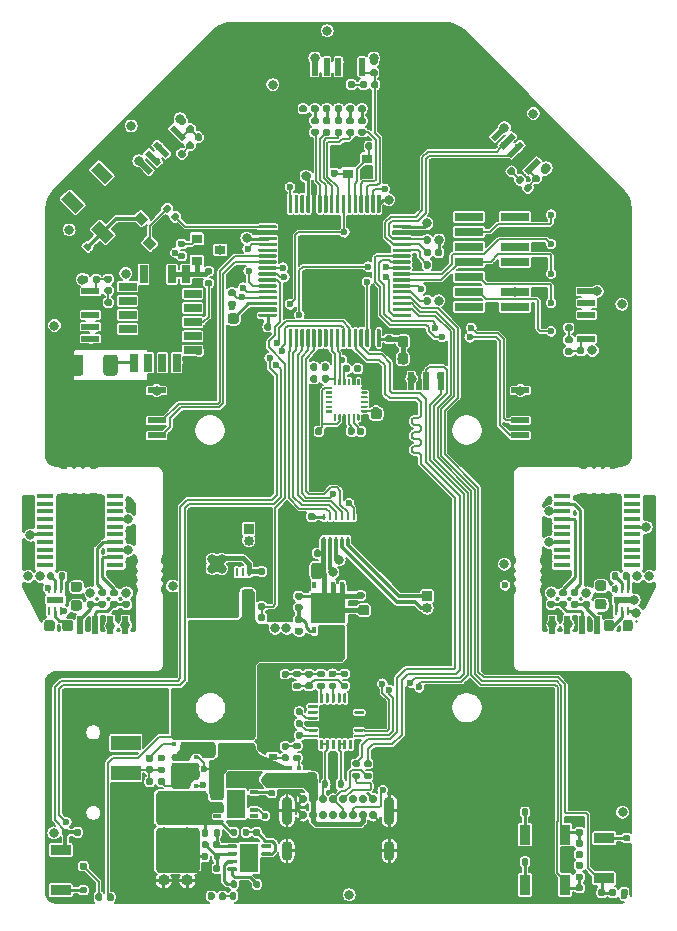
<source format=gbr>
G04 #@! TF.GenerationSoftware,KiCad,Pcbnew,5.1.7-a382d34a8~87~ubuntu18.04.1*
G04 #@! TF.CreationDate,2020-11-02T17:13:51+01:00*
G04 #@! TF.ProjectId,synermycha-electronics,73796e65-726d-4796-9368-612d656c6563,rev?*
G04 #@! TF.SameCoordinates,Original*
G04 #@! TF.FileFunction,Copper,L1,Top*
G04 #@! TF.FilePolarity,Positive*
%FSLAX46Y46*%
G04 Gerber Fmt 4.6, Leading zero omitted, Abs format (unit mm)*
G04 Created by KiCad (PCBNEW 5.1.7-a382d34a8~87~ubuntu18.04.1) date 2020-11-02 17:13:51*
%MOMM*%
%LPD*%
G01*
G04 APERTURE LIST*
G04 #@! TA.AperFunction,SMDPad,CuDef*
%ADD10R,1.450000X0.450000*%
G04 #@! TD*
G04 #@! TA.AperFunction,SMDPad,CuDef*
%ADD11R,0.250000X0.700000*%
G04 #@! TD*
G04 #@! TA.AperFunction,SMDPad,CuDef*
%ADD12R,1.420000X0.610000*%
G04 #@! TD*
G04 #@! TA.AperFunction,SMDPad,CuDef*
%ADD13R,0.500000X1.500000*%
G04 #@! TD*
G04 #@! TA.AperFunction,ComponentPad*
%ADD14C,0.700000*%
G04 #@! TD*
G04 #@! TA.AperFunction,ComponentPad*
%ADD15O,0.900000X2.400000*%
G04 #@! TD*
G04 #@! TA.AperFunction,ComponentPad*
%ADD16O,0.900000X1.700000*%
G04 #@! TD*
G04 #@! TA.AperFunction,SMDPad,CuDef*
%ADD17R,1.600000X2.400000*%
G04 #@! TD*
G04 #@! TA.AperFunction,SMDPad,CuDef*
%ADD18R,1.150000X0.950000*%
G04 #@! TD*
G04 #@! TA.AperFunction,SMDPad,CuDef*
%ADD19R,0.750000X0.300000*%
G04 #@! TD*
G04 #@! TA.AperFunction,SMDPad,CuDef*
%ADD20R,0.425000X0.400000*%
G04 #@! TD*
G04 #@! TA.AperFunction,SMDPad,CuDef*
%ADD21R,1.100000X1.100000*%
G04 #@! TD*
G04 #@! TA.AperFunction,SMDPad,CuDef*
%ADD22R,0.900000X1.700000*%
G04 #@! TD*
G04 #@! TA.AperFunction,SMDPad,CuDef*
%ADD23R,0.550000X0.800000*%
G04 #@! TD*
G04 #@! TA.AperFunction,SMDPad,CuDef*
%ADD24R,0.800000X0.550000*%
G04 #@! TD*
G04 #@! TA.AperFunction,SMDPad,CuDef*
%ADD25R,0.450000X0.700000*%
G04 #@! TD*
G04 #@! TA.AperFunction,SMDPad,CuDef*
%ADD26R,2.700000X2.700000*%
G04 #@! TD*
G04 #@! TA.AperFunction,SMDPad,CuDef*
%ADD27C,0.100000*%
G04 #@! TD*
G04 #@! TA.AperFunction,SMDPad,CuDef*
%ADD28R,0.250000X0.500000*%
G04 #@! TD*
G04 #@! TA.AperFunction,SMDPad,CuDef*
%ADD29R,2.650000X1.000000*%
G04 #@! TD*
G04 #@! TA.AperFunction,ComponentPad*
%ADD30O,0.850000X0.850000*%
G04 #@! TD*
G04 #@! TA.AperFunction,ComponentPad*
%ADD31R,0.850000X0.850000*%
G04 #@! TD*
G04 #@! TA.AperFunction,SMDPad,CuDef*
%ADD32R,1.700000X0.900000*%
G04 #@! TD*
G04 #@! TA.AperFunction,SMDPad,CuDef*
%ADD33R,0.300000X0.600000*%
G04 #@! TD*
G04 #@! TA.AperFunction,SMDPad,CuDef*
%ADD34R,3.000000X2.600000*%
G04 #@! TD*
G04 #@! TA.AperFunction,SMDPad,CuDef*
%ADD35R,1.500000X0.500000*%
G04 #@! TD*
G04 #@! TA.AperFunction,SMDPad,CuDef*
%ADD36R,2.500000X1.250000*%
G04 #@! TD*
G04 #@! TA.AperFunction,SMDPad,CuDef*
%ADD37R,2.400000X0.740000*%
G04 #@! TD*
G04 #@! TA.AperFunction,WasherPad*
%ADD38C,0.800000*%
G04 #@! TD*
G04 #@! TA.AperFunction,SMDPad,CuDef*
%ADD39R,0.900000X0.800000*%
G04 #@! TD*
G04 #@! TA.AperFunction,SMDPad,CuDef*
%ADD40R,0.650000X0.300000*%
G04 #@! TD*
G04 #@! TA.AperFunction,SMDPad,CuDef*
%ADD41R,1.550000X2.480000*%
G04 #@! TD*
G04 #@! TA.AperFunction,ComponentPad*
%ADD42O,1.000000X1.000000*%
G04 #@! TD*
G04 #@! TA.AperFunction,ComponentPad*
%ADD43R,1.000000X1.000000*%
G04 #@! TD*
G04 #@! TA.AperFunction,SMDPad,CuDef*
%ADD44R,1.500000X0.700000*%
G04 #@! TD*
G04 #@! TA.AperFunction,SMDPad,CuDef*
%ADD45R,0.700000X1.500000*%
G04 #@! TD*
G04 #@! TA.AperFunction,ViaPad*
%ADD46C,0.800000*%
G04 #@! TD*
G04 #@! TA.AperFunction,ViaPad*
%ADD47C,0.600000*%
G04 #@! TD*
G04 #@! TA.AperFunction,Conductor*
%ADD48C,0.254000*%
G04 #@! TD*
G04 #@! TA.AperFunction,Conductor*
%ADD49C,0.152400*%
G04 #@! TD*
G04 #@! TA.AperFunction,Conductor*
%ADD50C,0.203200*%
G04 #@! TD*
G04 #@! TA.AperFunction,Conductor*
%ADD51C,0.406400*%
G04 #@! TD*
G04 #@! TA.AperFunction,Conductor*
%ADD52C,0.304800*%
G04 #@! TD*
G04 #@! TA.AperFunction,Conductor*
%ADD53C,0.200000*%
G04 #@! TD*
G04 #@! TA.AperFunction,Conductor*
%ADD54C,0.100000*%
G04 #@! TD*
G04 #@! TA.AperFunction,NonConductor*
%ADD55C,0.254000*%
G04 #@! TD*
G04 #@! TA.AperFunction,NonConductor*
%ADD56C,0.100000*%
G04 #@! TD*
G04 APERTURE END LIST*
D10*
X26050000Y-151175000D03*
X26050000Y-150525000D03*
X26050000Y-149875000D03*
X26050000Y-149225000D03*
X26050000Y-148575000D03*
X26050000Y-147925000D03*
X26050000Y-147275000D03*
X26050000Y-146625000D03*
X26050000Y-145975000D03*
X26050000Y-145325000D03*
X20150000Y-145325000D03*
X20150000Y-145975000D03*
X20150000Y-146625000D03*
X20150000Y-147275000D03*
X20150000Y-147925000D03*
X20150000Y-148575000D03*
X20150000Y-149225000D03*
X20150000Y-149875000D03*
X20150000Y-150525000D03*
X20150000Y-151175000D03*
G04 #@! TA.AperFunction,SMDPad,CuDef*
G36*
G01*
X70610000Y-151927500D02*
X70610000Y-152272500D01*
G75*
G02*
X70462500Y-152420000I-147500J0D01*
G01*
X70167500Y-152420000D01*
G75*
G02*
X70020000Y-152272500I0J147500D01*
G01*
X70020000Y-151927500D01*
G75*
G02*
X70167500Y-151780000I147500J0D01*
G01*
X70462500Y-151780000D01*
G75*
G02*
X70610000Y-151927500I0J-147500D01*
G01*
G37*
G04 #@! TD.AperFunction*
G04 #@! TA.AperFunction,SMDPad,CuDef*
G36*
G01*
X71580000Y-151927500D02*
X71580000Y-152272500D01*
G75*
G02*
X71432500Y-152420000I-147500J0D01*
G01*
X71137500Y-152420000D01*
G75*
G02*
X70990000Y-152272500I0J147500D01*
G01*
X70990000Y-151927500D01*
G75*
G02*
X71137500Y-151780000I147500J0D01*
G01*
X71432500Y-151780000D01*
G75*
G02*
X71580000Y-151927500I0J-147500D01*
G01*
G37*
G04 #@! TD.AperFunction*
G04 #@! TA.AperFunction,SMDPad,CuDef*
G36*
G01*
X27172500Y-153810000D02*
X26827500Y-153810000D01*
G75*
G02*
X26680000Y-153662500I0J147500D01*
G01*
X26680000Y-153367500D01*
G75*
G02*
X26827500Y-153220000I147500J0D01*
G01*
X27172500Y-153220000D01*
G75*
G02*
X27320000Y-153367500I0J-147500D01*
G01*
X27320000Y-153662500D01*
G75*
G02*
X27172500Y-153810000I-147500J0D01*
G01*
G37*
G04 #@! TD.AperFunction*
G04 #@! TA.AperFunction,SMDPad,CuDef*
G36*
G01*
X27172500Y-154780000D02*
X26827500Y-154780000D01*
G75*
G02*
X26680000Y-154632500I0J147500D01*
G01*
X26680000Y-154337500D01*
G75*
G02*
X26827500Y-154190000I147500J0D01*
G01*
X27172500Y-154190000D01*
G75*
G02*
X27320000Y-154337500I0J-147500D01*
G01*
X27320000Y-154632500D01*
G75*
G02*
X27172500Y-154780000I-147500J0D01*
G01*
G37*
G04 #@! TD.AperFunction*
D11*
X69500000Y-153175000D03*
X69000000Y-153175000D03*
X68500000Y-153175000D03*
X68500000Y-155025000D03*
X69000000Y-155025000D03*
X69500000Y-155025000D03*
D12*
X69000000Y-154100000D03*
G04 #@! TA.AperFunction,SMDPad,CuDef*
G36*
G01*
X64827500Y-154190000D02*
X65172500Y-154190000D01*
G75*
G02*
X65320000Y-154337500I0J-147500D01*
G01*
X65320000Y-154632500D01*
G75*
G02*
X65172500Y-154780000I-147500J0D01*
G01*
X64827500Y-154780000D01*
G75*
G02*
X64680000Y-154632500I0J147500D01*
G01*
X64680000Y-154337500D01*
G75*
G02*
X64827500Y-154190000I147500J0D01*
G01*
G37*
G04 #@! TD.AperFunction*
G04 #@! TA.AperFunction,SMDPad,CuDef*
G36*
G01*
X64827500Y-153220000D02*
X65172500Y-153220000D01*
G75*
G02*
X65320000Y-153367500I0J-147500D01*
G01*
X65320000Y-153662500D01*
G75*
G02*
X65172500Y-153810000I-147500J0D01*
G01*
X64827500Y-153810000D01*
G75*
G02*
X64680000Y-153662500I0J147500D01*
G01*
X64680000Y-153367500D01*
G75*
G02*
X64827500Y-153220000I147500J0D01*
G01*
G37*
G04 #@! TD.AperFunction*
G04 #@! TA.AperFunction,SMDPad,CuDef*
G36*
G01*
X63172500Y-153810000D02*
X62827500Y-153810000D01*
G75*
G02*
X62680000Y-153662500I0J147500D01*
G01*
X62680000Y-153367500D01*
G75*
G02*
X62827500Y-153220000I147500J0D01*
G01*
X63172500Y-153220000D01*
G75*
G02*
X63320000Y-153367500I0J-147500D01*
G01*
X63320000Y-153662500D01*
G75*
G02*
X63172500Y-153810000I-147500J0D01*
G01*
G37*
G04 #@! TD.AperFunction*
G04 #@! TA.AperFunction,SMDPad,CuDef*
G36*
G01*
X63172500Y-154780000D02*
X62827500Y-154780000D01*
G75*
G02*
X62680000Y-154632500I0J147500D01*
G01*
X62680000Y-154337500D01*
G75*
G02*
X62827500Y-154190000I147500J0D01*
G01*
X63172500Y-154190000D01*
G75*
G02*
X63320000Y-154337500I0J-147500D01*
G01*
X63320000Y-154632500D01*
G75*
G02*
X63172500Y-154780000I-147500J0D01*
G01*
G37*
G04 #@! TD.AperFunction*
G04 #@! TA.AperFunction,SMDPad,CuDef*
G36*
G01*
X21860000Y-151930000D02*
X21860000Y-152270000D01*
G75*
G02*
X21720000Y-152410000I-140000J0D01*
G01*
X21440000Y-152410000D01*
G75*
G02*
X21300000Y-152270000I0J140000D01*
G01*
X21300000Y-151930000D01*
G75*
G02*
X21440000Y-151790000I140000J0D01*
G01*
X21720000Y-151790000D01*
G75*
G02*
X21860000Y-151930000I0J-140000D01*
G01*
G37*
G04 #@! TD.AperFunction*
G04 #@! TA.AperFunction,SMDPad,CuDef*
G36*
G01*
X20900000Y-151930000D02*
X20900000Y-152270000D01*
G75*
G02*
X20760000Y-152410000I-140000J0D01*
G01*
X20480000Y-152410000D01*
G75*
G02*
X20340000Y-152270000I0J140000D01*
G01*
X20340000Y-151930000D01*
G75*
G02*
X20480000Y-151790000I140000J0D01*
G01*
X20760000Y-151790000D01*
G75*
G02*
X20900000Y-151930000I0J-140000D01*
G01*
G37*
G04 #@! TD.AperFunction*
G04 #@! TA.AperFunction,SMDPad,CuDef*
G36*
G01*
X66943750Y-152475000D02*
X67456250Y-152475000D01*
G75*
G02*
X67675000Y-152693750I0J-218750D01*
G01*
X67675000Y-153131250D01*
G75*
G02*
X67456250Y-153350000I-218750J0D01*
G01*
X66943750Y-153350000D01*
G75*
G02*
X66725000Y-153131250I0J218750D01*
G01*
X66725000Y-152693750D01*
G75*
G02*
X66943750Y-152475000I218750J0D01*
G01*
G37*
G04 #@! TD.AperFunction*
G04 #@! TA.AperFunction,SMDPad,CuDef*
G36*
G01*
X66943750Y-154050000D02*
X67456250Y-154050000D01*
G75*
G02*
X67675000Y-154268750I0J-218750D01*
G01*
X67675000Y-154706250D01*
G75*
G02*
X67456250Y-154925000I-218750J0D01*
G01*
X66943750Y-154925000D01*
G75*
G02*
X66725000Y-154706250I0J218750D01*
G01*
X66725000Y-154268750D01*
G75*
G02*
X66943750Y-154050000I218750J0D01*
G01*
G37*
G04 #@! TD.AperFunction*
G04 #@! TA.AperFunction,SMDPad,CuDef*
G36*
G01*
X69680000Y-151927500D02*
X69680000Y-152272500D01*
G75*
G02*
X69532500Y-152420000I-147500J0D01*
G01*
X69237500Y-152420000D01*
G75*
G02*
X69090000Y-152272500I0J147500D01*
G01*
X69090000Y-151927500D01*
G75*
G02*
X69237500Y-151780000I147500J0D01*
G01*
X69532500Y-151780000D01*
G75*
G02*
X69680000Y-151927500I0J-147500D01*
G01*
G37*
G04 #@! TD.AperFunction*
G04 #@! TA.AperFunction,SMDPad,CuDef*
G36*
G01*
X68710000Y-151927500D02*
X68710000Y-152272500D01*
G75*
G02*
X68562500Y-152420000I-147500J0D01*
G01*
X68267500Y-152420000D01*
G75*
G02*
X68120000Y-152272500I0J147500D01*
G01*
X68120000Y-151927500D01*
G75*
G02*
X68267500Y-151780000I147500J0D01*
G01*
X68562500Y-151780000D01*
G75*
G02*
X68710000Y-151927500I0J-147500D01*
G01*
G37*
G04 #@! TD.AperFunction*
D10*
X69850000Y-145325000D03*
X69850000Y-145975000D03*
X69850000Y-146625000D03*
X69850000Y-147275000D03*
X69850000Y-147925000D03*
X69850000Y-148575000D03*
X69850000Y-149225000D03*
X69850000Y-149875000D03*
X69850000Y-150525000D03*
X69850000Y-151175000D03*
X63950000Y-151175000D03*
X63950000Y-150525000D03*
X63950000Y-149875000D03*
X63950000Y-149225000D03*
X63950000Y-148575000D03*
X63950000Y-147925000D03*
X63950000Y-147275000D03*
X63950000Y-146625000D03*
X63950000Y-145975000D03*
X63950000Y-145325000D03*
D11*
X21500000Y-153175000D03*
X21000000Y-153175000D03*
X20500000Y-153175000D03*
X20500000Y-155025000D03*
X21000000Y-155025000D03*
X21500000Y-155025000D03*
D12*
X21000000Y-154100000D03*
G04 #@! TA.AperFunction,SMDPad,CuDef*
G36*
G01*
X67475000Y-156556250D02*
X67475000Y-156043750D01*
G75*
G02*
X67693750Y-155825000I218750J0D01*
G01*
X68131250Y-155825000D01*
G75*
G02*
X68350000Y-156043750I0J-218750D01*
G01*
X68350000Y-156556250D01*
G75*
G02*
X68131250Y-156775000I-218750J0D01*
G01*
X67693750Y-156775000D01*
G75*
G02*
X67475000Y-156556250I0J218750D01*
G01*
G37*
G04 #@! TD.AperFunction*
G04 #@! TA.AperFunction,SMDPad,CuDef*
G36*
G01*
X69050000Y-156556250D02*
X69050000Y-156043750D01*
G75*
G02*
X69268750Y-155825000I218750J0D01*
G01*
X69706250Y-155825000D01*
G75*
G02*
X69925000Y-156043750I0J-218750D01*
G01*
X69925000Y-156556250D01*
G75*
G02*
X69706250Y-156775000I-218750J0D01*
G01*
X69268750Y-156775000D01*
G75*
G02*
X69050000Y-156556250I0J218750D01*
G01*
G37*
G04 #@! TD.AperFunction*
G04 #@! TA.AperFunction,SMDPad,CuDef*
G36*
G01*
X22543750Y-154150000D02*
X23056250Y-154150000D01*
G75*
G02*
X23275000Y-154368750I0J-218750D01*
G01*
X23275000Y-154806250D01*
G75*
G02*
X23056250Y-155025000I-218750J0D01*
G01*
X22543750Y-155025000D01*
G75*
G02*
X22325000Y-154806250I0J218750D01*
G01*
X22325000Y-154368750D01*
G75*
G02*
X22543750Y-154150000I218750J0D01*
G01*
G37*
G04 #@! TD.AperFunction*
G04 #@! TA.AperFunction,SMDPad,CuDef*
G36*
G01*
X22543750Y-152575000D02*
X23056250Y-152575000D01*
G75*
G02*
X23275000Y-152793750I0J-218750D01*
G01*
X23275000Y-153231250D01*
G75*
G02*
X23056250Y-153450000I-218750J0D01*
G01*
X22543750Y-153450000D01*
G75*
G02*
X22325000Y-153231250I0J218750D01*
G01*
X22325000Y-152793750D01*
G75*
G02*
X22543750Y-152575000I218750J0D01*
G01*
G37*
G04 #@! TD.AperFunction*
G04 #@! TA.AperFunction,SMDPad,CuDef*
G36*
G01*
X24827500Y-154190000D02*
X25172500Y-154190000D01*
G75*
G02*
X25320000Y-154337500I0J-147500D01*
G01*
X25320000Y-154632500D01*
G75*
G02*
X25172500Y-154780000I-147500J0D01*
G01*
X24827500Y-154780000D01*
G75*
G02*
X24680000Y-154632500I0J147500D01*
G01*
X24680000Y-154337500D01*
G75*
G02*
X24827500Y-154190000I147500J0D01*
G01*
G37*
G04 #@! TD.AperFunction*
G04 #@! TA.AperFunction,SMDPad,CuDef*
G36*
G01*
X24827500Y-153220000D02*
X25172500Y-153220000D01*
G75*
G02*
X25320000Y-153367500I0J-147500D01*
G01*
X25320000Y-153662500D01*
G75*
G02*
X25172500Y-153810000I-147500J0D01*
G01*
X24827500Y-153810000D01*
G75*
G02*
X24680000Y-153662500I0J147500D01*
G01*
X24680000Y-153367500D01*
G75*
G02*
X24827500Y-153220000I147500J0D01*
G01*
G37*
G04 #@! TD.AperFunction*
G04 #@! TA.AperFunction,SMDPad,CuDef*
G36*
G01*
X19390000Y-152272500D02*
X19390000Y-151927500D01*
G75*
G02*
X19537500Y-151780000I147500J0D01*
G01*
X19832500Y-151780000D01*
G75*
G02*
X19980000Y-151927500I0J-147500D01*
G01*
X19980000Y-152272500D01*
G75*
G02*
X19832500Y-152420000I-147500J0D01*
G01*
X19537500Y-152420000D01*
G75*
G02*
X19390000Y-152272500I0J147500D01*
G01*
G37*
G04 #@! TD.AperFunction*
G04 #@! TA.AperFunction,SMDPad,CuDef*
G36*
G01*
X18420000Y-152272500D02*
X18420000Y-151927500D01*
G75*
G02*
X18567500Y-151780000I147500J0D01*
G01*
X18862500Y-151780000D01*
G75*
G02*
X19010000Y-151927500I0J-147500D01*
G01*
X19010000Y-152272500D01*
G75*
G02*
X18862500Y-152420000I-147500J0D01*
G01*
X18567500Y-152420000D01*
G75*
G02*
X18420000Y-152272500I0J147500D01*
G01*
G37*
G04 #@! TD.AperFunction*
G04 #@! TA.AperFunction,SMDPad,CuDef*
G36*
G01*
X24172500Y-153810000D02*
X23827500Y-153810000D01*
G75*
G02*
X23680000Y-153662500I0J147500D01*
G01*
X23680000Y-153367500D01*
G75*
G02*
X23827500Y-153220000I147500J0D01*
G01*
X24172500Y-153220000D01*
G75*
G02*
X24320000Y-153367500I0J-147500D01*
G01*
X24320000Y-153662500D01*
G75*
G02*
X24172500Y-153810000I-147500J0D01*
G01*
G37*
G04 #@! TD.AperFunction*
G04 #@! TA.AperFunction,SMDPad,CuDef*
G36*
G01*
X24172500Y-154780000D02*
X23827500Y-154780000D01*
G75*
G02*
X23680000Y-154632500I0J147500D01*
G01*
X23680000Y-154337500D01*
G75*
G02*
X23827500Y-154190000I147500J0D01*
G01*
X24172500Y-154190000D01*
G75*
G02*
X24320000Y-154337500I0J-147500D01*
G01*
X24320000Y-154632500D01*
G75*
G02*
X24172500Y-154780000I-147500J0D01*
G01*
G37*
G04 #@! TD.AperFunction*
G04 #@! TA.AperFunction,SMDPad,CuDef*
G36*
G01*
X25827500Y-154190000D02*
X26172500Y-154190000D01*
G75*
G02*
X26320000Y-154337500I0J-147500D01*
G01*
X26320000Y-154632500D01*
G75*
G02*
X26172500Y-154780000I-147500J0D01*
G01*
X25827500Y-154780000D01*
G75*
G02*
X25680000Y-154632500I0J147500D01*
G01*
X25680000Y-154337500D01*
G75*
G02*
X25827500Y-154190000I147500J0D01*
G01*
G37*
G04 #@! TD.AperFunction*
G04 #@! TA.AperFunction,SMDPad,CuDef*
G36*
G01*
X25827500Y-153220000D02*
X26172500Y-153220000D01*
G75*
G02*
X26320000Y-153367500I0J-147500D01*
G01*
X26320000Y-153662500D01*
G75*
G02*
X26172500Y-153810000I-147500J0D01*
G01*
X25827500Y-153810000D01*
G75*
G02*
X25680000Y-153662500I0J147500D01*
G01*
X25680000Y-153367500D01*
G75*
G02*
X25827500Y-153220000I147500J0D01*
G01*
G37*
G04 #@! TD.AperFunction*
G04 #@! TA.AperFunction,SMDPad,CuDef*
G36*
G01*
X22525000Y-156050000D02*
X22525000Y-156550000D01*
G75*
G02*
X22300000Y-156775000I-225000J0D01*
G01*
X21850000Y-156775000D01*
G75*
G02*
X21625000Y-156550000I0J225000D01*
G01*
X21625000Y-156050000D01*
G75*
G02*
X21850000Y-155825000I225000J0D01*
G01*
X22300000Y-155825000D01*
G75*
G02*
X22525000Y-156050000I0J-225000D01*
G01*
G37*
G04 #@! TD.AperFunction*
G04 #@! TA.AperFunction,SMDPad,CuDef*
G36*
G01*
X20975000Y-156050000D02*
X20975000Y-156550000D01*
G75*
G02*
X20750000Y-156775000I-225000J0D01*
G01*
X20300000Y-156775000D01*
G75*
G02*
X20075000Y-156550000I0J225000D01*
G01*
X20075000Y-156050000D01*
G75*
G02*
X20300000Y-155825000I225000J0D01*
G01*
X20750000Y-155825000D01*
G75*
G02*
X20975000Y-156050000I0J-225000D01*
G01*
G37*
G04 #@! TD.AperFunction*
G04 #@! TA.AperFunction,SMDPad,CuDef*
G36*
G01*
X66172500Y-153810000D02*
X65827500Y-153810000D01*
G75*
G02*
X65680000Y-153662500I0J147500D01*
G01*
X65680000Y-153367500D01*
G75*
G02*
X65827500Y-153220000I147500J0D01*
G01*
X66172500Y-153220000D01*
G75*
G02*
X66320000Y-153367500I0J-147500D01*
G01*
X66320000Y-153662500D01*
G75*
G02*
X66172500Y-153810000I-147500J0D01*
G01*
G37*
G04 #@! TD.AperFunction*
G04 #@! TA.AperFunction,SMDPad,CuDef*
G36*
G01*
X66172500Y-154780000D02*
X65827500Y-154780000D01*
G75*
G02*
X65680000Y-154632500I0J147500D01*
G01*
X65680000Y-154337500D01*
G75*
G02*
X65827500Y-154190000I147500J0D01*
G01*
X66172500Y-154190000D01*
G75*
G02*
X66320000Y-154337500I0J-147500D01*
G01*
X66320000Y-154632500D01*
G75*
G02*
X66172500Y-154780000I-147500J0D01*
G01*
G37*
G04 #@! TD.AperFunction*
D13*
X66905000Y-156250000D03*
X65635000Y-156250000D03*
X64365000Y-156250000D03*
X63095000Y-156250000D03*
G04 #@! TA.AperFunction,SMDPad,CuDef*
G36*
G01*
X63827500Y-154190000D02*
X64172500Y-154190000D01*
G75*
G02*
X64320000Y-154337500I0J-147500D01*
G01*
X64320000Y-154632500D01*
G75*
G02*
X64172500Y-154780000I-147500J0D01*
G01*
X63827500Y-154780000D01*
G75*
G02*
X63680000Y-154632500I0J147500D01*
G01*
X63680000Y-154337500D01*
G75*
G02*
X63827500Y-154190000I147500J0D01*
G01*
G37*
G04 #@! TD.AperFunction*
G04 #@! TA.AperFunction,SMDPad,CuDef*
G36*
G01*
X63827500Y-153220000D02*
X64172500Y-153220000D01*
G75*
G02*
X64320000Y-153367500I0J-147500D01*
G01*
X64320000Y-153662500D01*
G75*
G02*
X64172500Y-153810000I-147500J0D01*
G01*
X63827500Y-153810000D01*
G75*
G02*
X63680000Y-153662500I0J147500D01*
G01*
X63680000Y-153367500D01*
G75*
G02*
X63827500Y-153220000I147500J0D01*
G01*
G37*
G04 #@! TD.AperFunction*
X23110000Y-156250000D03*
X24380000Y-156250000D03*
X25650000Y-156250000D03*
X26920000Y-156250000D03*
G04 #@! TA.AperFunction,SMDPad,CuDef*
G36*
G01*
X43315000Y-161140000D02*
X43685000Y-161140000D01*
G75*
G02*
X43820000Y-161275000I0J-135000D01*
G01*
X43820000Y-161545000D01*
G75*
G02*
X43685000Y-161680000I-135000J0D01*
G01*
X43315000Y-161680000D01*
G75*
G02*
X43180000Y-161545000I0J135000D01*
G01*
X43180000Y-161275000D01*
G75*
G02*
X43315000Y-161140000I135000J0D01*
G01*
G37*
G04 #@! TD.AperFunction*
G04 #@! TA.AperFunction,SMDPad,CuDef*
G36*
G01*
X43315000Y-160120000D02*
X43685000Y-160120000D01*
G75*
G02*
X43820000Y-160255000I0J-135000D01*
G01*
X43820000Y-160525000D01*
G75*
G02*
X43685000Y-160660000I-135000J0D01*
G01*
X43315000Y-160660000D01*
G75*
G02*
X43180000Y-160525000I0J135000D01*
G01*
X43180000Y-160255000D01*
G75*
G02*
X43315000Y-160120000I135000J0D01*
G01*
G37*
G04 #@! TD.AperFunction*
D14*
X42000000Y-171000000D03*
X42850000Y-171000000D03*
X43700000Y-171000000D03*
X44550000Y-171000000D03*
X45400000Y-171000000D03*
X46250000Y-171000000D03*
X47100000Y-171000000D03*
X47950000Y-171000000D03*
X42850000Y-172350000D03*
X44550000Y-172350000D03*
X43700000Y-172350000D03*
X42000000Y-172350000D03*
X46250000Y-172350000D03*
X47100000Y-172350000D03*
X47950000Y-172350000D03*
X45400000Y-172350000D03*
D15*
X40650000Y-171980000D03*
X49300000Y-171980000D03*
D16*
X40650000Y-175360000D03*
X49300000Y-175360000D03*
G04 #@! TA.AperFunction,SMDPad,CuDef*
G36*
G01*
X43590000Y-135572500D02*
X43590000Y-135227500D01*
G75*
G02*
X43737500Y-135080000I147500J0D01*
G01*
X44032500Y-135080000D01*
G75*
G02*
X44180000Y-135227500I0J-147500D01*
G01*
X44180000Y-135572500D01*
G75*
G02*
X44032500Y-135720000I-147500J0D01*
G01*
X43737500Y-135720000D01*
G75*
G02*
X43590000Y-135572500I0J147500D01*
G01*
G37*
G04 #@! TD.AperFunction*
G04 #@! TA.AperFunction,SMDPad,CuDef*
G36*
G01*
X42620000Y-135572500D02*
X42620000Y-135227500D01*
G75*
G02*
X42767500Y-135080000I147500J0D01*
G01*
X43062500Y-135080000D01*
G75*
G02*
X43210000Y-135227500I0J-147500D01*
G01*
X43210000Y-135572500D01*
G75*
G02*
X43062500Y-135720000I-147500J0D01*
G01*
X42767500Y-135720000D01*
G75*
G02*
X42620000Y-135572500I0J147500D01*
G01*
G37*
G04 #@! TD.AperFunction*
G04 #@! TA.AperFunction,SMDPad,CuDef*
G36*
G01*
X46340000Y-134722500D02*
X46340000Y-134377500D01*
G75*
G02*
X46487500Y-134230000I147500J0D01*
G01*
X46782500Y-134230000D01*
G75*
G02*
X46930000Y-134377500I0J-147500D01*
G01*
X46930000Y-134722500D01*
G75*
G02*
X46782500Y-134870000I-147500J0D01*
G01*
X46487500Y-134870000D01*
G75*
G02*
X46340000Y-134722500I0J147500D01*
G01*
G37*
G04 #@! TD.AperFunction*
G04 #@! TA.AperFunction,SMDPad,CuDef*
G36*
G01*
X45370000Y-134722500D02*
X45370000Y-134377500D01*
G75*
G02*
X45517500Y-134230000I147500J0D01*
G01*
X45812500Y-134230000D01*
G75*
G02*
X45960000Y-134377500I0J-147500D01*
G01*
X45960000Y-134722500D01*
G75*
G02*
X45812500Y-134870000I-147500J0D01*
G01*
X45517500Y-134870000D01*
G75*
G02*
X45370000Y-134722500I0J147500D01*
G01*
G37*
G04 #@! TD.AperFunction*
G04 #@! TA.AperFunction,SMDPad,CuDef*
G36*
G01*
X46315000Y-167720000D02*
X46685000Y-167720000D01*
G75*
G02*
X46820000Y-167855000I0J-135000D01*
G01*
X46820000Y-168125000D01*
G75*
G02*
X46685000Y-168260000I-135000J0D01*
G01*
X46315000Y-168260000D01*
G75*
G02*
X46180000Y-168125000I0J135000D01*
G01*
X46180000Y-167855000D01*
G75*
G02*
X46315000Y-167720000I135000J0D01*
G01*
G37*
G04 #@! TD.AperFunction*
G04 #@! TA.AperFunction,SMDPad,CuDef*
G36*
G01*
X46315000Y-168740000D02*
X46685000Y-168740000D01*
G75*
G02*
X46820000Y-168875000I0J-135000D01*
G01*
X46820000Y-169145000D01*
G75*
G02*
X46685000Y-169280000I-135000J0D01*
G01*
X46315000Y-169280000D01*
G75*
G02*
X46180000Y-169145000I0J135000D01*
G01*
X46180000Y-168875000D01*
G75*
G02*
X46315000Y-168740000I135000J0D01*
G01*
G37*
G04 #@! TD.AperFunction*
G04 #@! TA.AperFunction,SMDPad,CuDef*
G36*
G01*
X47685000Y-168260000D02*
X47315000Y-168260000D01*
G75*
G02*
X47180000Y-168125000I0J135000D01*
G01*
X47180000Y-167855000D01*
G75*
G02*
X47315000Y-167720000I135000J0D01*
G01*
X47685000Y-167720000D01*
G75*
G02*
X47820000Y-167855000I0J-135000D01*
G01*
X47820000Y-168125000D01*
G75*
G02*
X47685000Y-168260000I-135000J0D01*
G01*
G37*
G04 #@! TD.AperFunction*
G04 #@! TA.AperFunction,SMDPad,CuDef*
G36*
G01*
X47685000Y-169280000D02*
X47315000Y-169280000D01*
G75*
G02*
X47180000Y-169145000I0J135000D01*
G01*
X47180000Y-168875000D01*
G75*
G02*
X47315000Y-168740000I135000J0D01*
G01*
X47685000Y-168740000D01*
G75*
G02*
X47820000Y-168875000I0J-135000D01*
G01*
X47820000Y-169145000D01*
G75*
G02*
X47685000Y-169280000I-135000J0D01*
G01*
G37*
G04 #@! TD.AperFunction*
G04 #@! TA.AperFunction,SMDPad,CuDef*
G36*
G01*
X48450000Y-137275000D02*
X47950000Y-137275000D01*
G75*
G02*
X47725000Y-137050000I0J225000D01*
G01*
X47725000Y-136600000D01*
G75*
G02*
X47950000Y-136375000I225000J0D01*
G01*
X48450000Y-136375000D01*
G75*
G02*
X48675000Y-136600000I0J-225000D01*
G01*
X48675000Y-137050000D01*
G75*
G02*
X48450000Y-137275000I-225000J0D01*
G01*
G37*
G04 #@! TD.AperFunction*
G04 #@! TA.AperFunction,SMDPad,CuDef*
G36*
G01*
X48450000Y-138825000D02*
X47950000Y-138825000D01*
G75*
G02*
X47725000Y-138600000I0J225000D01*
G01*
X47725000Y-138150000D01*
G75*
G02*
X47950000Y-137925000I225000J0D01*
G01*
X48450000Y-137925000D01*
G75*
G02*
X48675000Y-138150000I0J-225000D01*
G01*
X48675000Y-138600000D01*
G75*
G02*
X48450000Y-138825000I-225000J0D01*
G01*
G37*
G04 #@! TD.AperFunction*
D17*
X37450000Y-175950000D03*
G04 #@! TA.AperFunction,SMDPad,CuDef*
G36*
G01*
X38475000Y-175050000D02*
X38475000Y-174900000D01*
G75*
G02*
X38550000Y-174825000I75000J0D01*
G01*
X39250000Y-174825000D01*
G75*
G02*
X39325000Y-174900000I0J-75000D01*
G01*
X39325000Y-175050000D01*
G75*
G02*
X39250000Y-175125000I-75000J0D01*
G01*
X38550000Y-175125000D01*
G75*
G02*
X38475000Y-175050000I0J75000D01*
G01*
G37*
G04 #@! TD.AperFunction*
G04 #@! TA.AperFunction,SMDPad,CuDef*
G36*
G01*
X38475000Y-175700000D02*
X38475000Y-175550000D01*
G75*
G02*
X38550000Y-175475000I75000J0D01*
G01*
X39250000Y-175475000D01*
G75*
G02*
X39325000Y-175550000I0J-75000D01*
G01*
X39325000Y-175700000D01*
G75*
G02*
X39250000Y-175775000I-75000J0D01*
G01*
X38550000Y-175775000D01*
G75*
G02*
X38475000Y-175700000I0J75000D01*
G01*
G37*
G04 #@! TD.AperFunction*
G04 #@! TA.AperFunction,SMDPad,CuDef*
G36*
G01*
X38475000Y-176350000D02*
X38475000Y-176200000D01*
G75*
G02*
X38550000Y-176125000I75000J0D01*
G01*
X39250000Y-176125000D01*
G75*
G02*
X39325000Y-176200000I0J-75000D01*
G01*
X39325000Y-176350000D01*
G75*
G02*
X39250000Y-176425000I-75000J0D01*
G01*
X38550000Y-176425000D01*
G75*
G02*
X38475000Y-176350000I0J75000D01*
G01*
G37*
G04 #@! TD.AperFunction*
G04 #@! TA.AperFunction,SMDPad,CuDef*
G36*
G01*
X38475000Y-177000000D02*
X38475000Y-176850000D01*
G75*
G02*
X38550000Y-176775000I75000J0D01*
G01*
X39250000Y-176775000D01*
G75*
G02*
X39325000Y-176850000I0J-75000D01*
G01*
X39325000Y-177000000D01*
G75*
G02*
X39250000Y-177075000I-75000J0D01*
G01*
X38550000Y-177075000D01*
G75*
G02*
X38475000Y-177000000I0J75000D01*
G01*
G37*
G04 #@! TD.AperFunction*
G04 #@! TA.AperFunction,SMDPad,CuDef*
G36*
G01*
X35575000Y-177000000D02*
X35575000Y-176850000D01*
G75*
G02*
X35650000Y-176775000I75000J0D01*
G01*
X36350000Y-176775000D01*
G75*
G02*
X36425000Y-176850000I0J-75000D01*
G01*
X36425000Y-177000000D01*
G75*
G02*
X36350000Y-177075000I-75000J0D01*
G01*
X35650000Y-177075000D01*
G75*
G02*
X35575000Y-177000000I0J75000D01*
G01*
G37*
G04 #@! TD.AperFunction*
G04 #@! TA.AperFunction,SMDPad,CuDef*
G36*
G01*
X35575000Y-176350000D02*
X35575000Y-176200000D01*
G75*
G02*
X35650000Y-176125000I75000J0D01*
G01*
X36350000Y-176125000D01*
G75*
G02*
X36425000Y-176200000I0J-75000D01*
G01*
X36425000Y-176350000D01*
G75*
G02*
X36350000Y-176425000I-75000J0D01*
G01*
X35650000Y-176425000D01*
G75*
G02*
X35575000Y-176350000I0J75000D01*
G01*
G37*
G04 #@! TD.AperFunction*
G04 #@! TA.AperFunction,SMDPad,CuDef*
G36*
G01*
X35575000Y-175700000D02*
X35575000Y-175550000D01*
G75*
G02*
X35650000Y-175475000I75000J0D01*
G01*
X36350000Y-175475000D01*
G75*
G02*
X36425000Y-175550000I0J-75000D01*
G01*
X36425000Y-175700000D01*
G75*
G02*
X36350000Y-175775000I-75000J0D01*
G01*
X35650000Y-175775000D01*
G75*
G02*
X35575000Y-175700000I0J75000D01*
G01*
G37*
G04 #@! TD.AperFunction*
G04 #@! TA.AperFunction,SMDPad,CuDef*
G36*
G01*
X35575000Y-175050000D02*
X35575000Y-174900000D01*
G75*
G02*
X35650000Y-174825000I75000J0D01*
G01*
X36350000Y-174825000D01*
G75*
G02*
X36425000Y-174900000I0J-75000D01*
G01*
X36425000Y-175050000D01*
G75*
G02*
X36350000Y-175125000I-75000J0D01*
G01*
X35650000Y-175125000D01*
G75*
G02*
X35575000Y-175050000I0J75000D01*
G01*
G37*
G04 #@! TD.AperFunction*
G04 #@! TA.AperFunction,SMDPad,CuDef*
G36*
G01*
X36410000Y-178015000D02*
X36410000Y-178385000D01*
G75*
G02*
X36275000Y-178520000I-135000J0D01*
G01*
X36005000Y-178520000D01*
G75*
G02*
X35870000Y-178385000I0J135000D01*
G01*
X35870000Y-178015000D01*
G75*
G02*
X36005000Y-177880000I135000J0D01*
G01*
X36275000Y-177880000D01*
G75*
G02*
X36410000Y-178015000I0J-135000D01*
G01*
G37*
G04 #@! TD.AperFunction*
G04 #@! TA.AperFunction,SMDPad,CuDef*
G36*
G01*
X37430000Y-178015000D02*
X37430000Y-178385000D01*
G75*
G02*
X37295000Y-178520000I-135000J0D01*
G01*
X37025000Y-178520000D01*
G75*
G02*
X36890000Y-178385000I0J135000D01*
G01*
X36890000Y-178015000D01*
G75*
G02*
X37025000Y-177880000I135000J0D01*
G01*
X37295000Y-177880000D01*
G75*
G02*
X37430000Y-178015000I0J-135000D01*
G01*
G37*
G04 #@! TD.AperFunction*
G04 #@! TA.AperFunction,SMDPad,CuDef*
G36*
G01*
X34440000Y-176035000D02*
X34440000Y-175665000D01*
G75*
G02*
X34575000Y-175530000I135000J0D01*
G01*
X34845000Y-175530000D01*
G75*
G02*
X34980000Y-175665000I0J-135000D01*
G01*
X34980000Y-176035000D01*
G75*
G02*
X34845000Y-176170000I-135000J0D01*
G01*
X34575000Y-176170000D01*
G75*
G02*
X34440000Y-176035000I0J135000D01*
G01*
G37*
G04 #@! TD.AperFunction*
G04 #@! TA.AperFunction,SMDPad,CuDef*
G36*
G01*
X33420000Y-176035000D02*
X33420000Y-175665000D01*
G75*
G02*
X33555000Y-175530000I135000J0D01*
G01*
X33825000Y-175530000D01*
G75*
G02*
X33960000Y-175665000I0J-135000D01*
G01*
X33960000Y-176035000D01*
G75*
G02*
X33825000Y-176170000I-135000J0D01*
G01*
X33555000Y-176170000D01*
G75*
G02*
X33420000Y-176035000I0J135000D01*
G01*
G37*
G04 #@! TD.AperFunction*
G04 #@! TA.AperFunction,SMDPad,CuDef*
G36*
G01*
X34440000Y-174035000D02*
X34440000Y-173665000D01*
G75*
G02*
X34575000Y-173530000I135000J0D01*
G01*
X34845000Y-173530000D01*
G75*
G02*
X34980000Y-173665000I0J-135000D01*
G01*
X34980000Y-174035000D01*
G75*
G02*
X34845000Y-174170000I-135000J0D01*
G01*
X34575000Y-174170000D01*
G75*
G02*
X34440000Y-174035000I0J135000D01*
G01*
G37*
G04 #@! TD.AperFunction*
G04 #@! TA.AperFunction,SMDPad,CuDef*
G36*
G01*
X33420000Y-174035000D02*
X33420000Y-173665000D01*
G75*
G02*
X33555000Y-173530000I135000J0D01*
G01*
X33825000Y-173530000D01*
G75*
G02*
X33960000Y-173665000I0J-135000D01*
G01*
X33960000Y-174035000D01*
G75*
G02*
X33825000Y-174170000I-135000J0D01*
G01*
X33555000Y-174170000D01*
G75*
G02*
X33420000Y-174035000I0J135000D01*
G01*
G37*
G04 #@! TD.AperFunction*
G04 #@! TA.AperFunction,SMDPad,CuDef*
G36*
G01*
X36890000Y-173985000D02*
X36890000Y-173615000D01*
G75*
G02*
X37025000Y-173480000I135000J0D01*
G01*
X37295000Y-173480000D01*
G75*
G02*
X37430000Y-173615000I0J-135000D01*
G01*
X37430000Y-173985000D01*
G75*
G02*
X37295000Y-174120000I-135000J0D01*
G01*
X37025000Y-174120000D01*
G75*
G02*
X36890000Y-173985000I0J135000D01*
G01*
G37*
G04 #@! TD.AperFunction*
G04 #@! TA.AperFunction,SMDPad,CuDef*
G36*
G01*
X35870000Y-173985000D02*
X35870000Y-173615000D01*
G75*
G02*
X36005000Y-173480000I135000J0D01*
G01*
X36275000Y-173480000D01*
G75*
G02*
X36410000Y-173615000I0J-135000D01*
G01*
X36410000Y-173985000D01*
G75*
G02*
X36275000Y-174120000I-135000J0D01*
G01*
X36005000Y-174120000D01*
G75*
G02*
X35870000Y-173985000I0J135000D01*
G01*
G37*
G04 #@! TD.AperFunction*
G04 #@! TA.AperFunction,SMDPad,CuDef*
G36*
G01*
X34400000Y-177020000D02*
X34400000Y-176680000D01*
G75*
G02*
X34540000Y-176540000I140000J0D01*
G01*
X34820000Y-176540000D01*
G75*
G02*
X34960000Y-176680000I0J-140000D01*
G01*
X34960000Y-177020000D01*
G75*
G02*
X34820000Y-177160000I-140000J0D01*
G01*
X34540000Y-177160000D01*
G75*
G02*
X34400000Y-177020000I0J140000D01*
G01*
G37*
G04 #@! TD.AperFunction*
G04 #@! TA.AperFunction,SMDPad,CuDef*
G36*
G01*
X33440000Y-177020000D02*
X33440000Y-176680000D01*
G75*
G02*
X33580000Y-176540000I140000J0D01*
G01*
X33860000Y-176540000D01*
G75*
G02*
X34000000Y-176680000I0J-140000D01*
G01*
X34000000Y-177020000D01*
G75*
G02*
X33860000Y-177160000I-140000J0D01*
G01*
X33580000Y-177160000D01*
G75*
G02*
X33440000Y-177020000I0J140000D01*
G01*
G37*
G04 #@! TD.AperFunction*
G04 #@! TA.AperFunction,SMDPad,CuDef*
G36*
G01*
X34000000Y-174680000D02*
X34000000Y-175020000D01*
G75*
G02*
X33860000Y-175160000I-140000J0D01*
G01*
X33580000Y-175160000D01*
G75*
G02*
X33440000Y-175020000I0J140000D01*
G01*
X33440000Y-174680000D01*
G75*
G02*
X33580000Y-174540000I140000J0D01*
G01*
X33860000Y-174540000D01*
G75*
G02*
X34000000Y-174680000I0J-140000D01*
G01*
G37*
G04 #@! TD.AperFunction*
G04 #@! TA.AperFunction,SMDPad,CuDef*
G36*
G01*
X34960000Y-174680000D02*
X34960000Y-175020000D01*
G75*
G02*
X34820000Y-175160000I-140000J0D01*
G01*
X34540000Y-175160000D01*
G75*
G02*
X34400000Y-175020000I0J140000D01*
G01*
X34400000Y-174680000D01*
G75*
G02*
X34540000Y-174540000I140000J0D01*
G01*
X34820000Y-174540000D01*
G75*
G02*
X34960000Y-174680000I0J-140000D01*
G01*
G37*
G04 #@! TD.AperFunction*
G04 #@! TA.AperFunction,SMDPad,CuDef*
G36*
G01*
X38750000Y-178370000D02*
X38750000Y-178030000D01*
G75*
G02*
X38890000Y-177890000I140000J0D01*
G01*
X39170000Y-177890000D01*
G75*
G02*
X39310000Y-178030000I0J-140000D01*
G01*
X39310000Y-178370000D01*
G75*
G02*
X39170000Y-178510000I-140000J0D01*
G01*
X38890000Y-178510000D01*
G75*
G02*
X38750000Y-178370000I0J140000D01*
G01*
G37*
G04 #@! TD.AperFunction*
G04 #@! TA.AperFunction,SMDPad,CuDef*
G36*
G01*
X37790000Y-178370000D02*
X37790000Y-178030000D01*
G75*
G02*
X37930000Y-177890000I140000J0D01*
G01*
X38210000Y-177890000D01*
G75*
G02*
X38350000Y-178030000I0J-140000D01*
G01*
X38350000Y-178370000D01*
G75*
G02*
X38210000Y-178510000I-140000J0D01*
G01*
X37930000Y-178510000D01*
G75*
G02*
X37790000Y-178370000I0J140000D01*
G01*
G37*
G04 #@! TD.AperFunction*
G04 #@! TA.AperFunction,SMDPad,CuDef*
G36*
G01*
X38750000Y-173970000D02*
X38750000Y-173630000D01*
G75*
G02*
X38890000Y-173490000I140000J0D01*
G01*
X39170000Y-173490000D01*
G75*
G02*
X39310000Y-173630000I0J-140000D01*
G01*
X39310000Y-173970000D01*
G75*
G02*
X39170000Y-174110000I-140000J0D01*
G01*
X38890000Y-174110000D01*
G75*
G02*
X38750000Y-173970000I0J140000D01*
G01*
G37*
G04 #@! TD.AperFunction*
G04 #@! TA.AperFunction,SMDPad,CuDef*
G36*
G01*
X37790000Y-173970000D02*
X37790000Y-173630000D01*
G75*
G02*
X37930000Y-173490000I140000J0D01*
G01*
X38210000Y-173490000D01*
G75*
G02*
X38350000Y-173630000I0J-140000D01*
G01*
X38350000Y-173970000D01*
G75*
G02*
X38210000Y-174110000I-140000J0D01*
G01*
X37930000Y-174110000D01*
G75*
G02*
X37790000Y-173970000I0J140000D01*
G01*
G37*
G04 #@! TD.AperFunction*
G04 #@! TA.AperFunction,SMDPad,CuDef*
G36*
G01*
X29815000Y-168240000D02*
X30185000Y-168240000D01*
G75*
G02*
X30320000Y-168375000I0J-135000D01*
G01*
X30320000Y-168645000D01*
G75*
G02*
X30185000Y-168780000I-135000J0D01*
G01*
X29815000Y-168780000D01*
G75*
G02*
X29680000Y-168645000I0J135000D01*
G01*
X29680000Y-168375000D01*
G75*
G02*
X29815000Y-168240000I135000J0D01*
G01*
G37*
G04 #@! TD.AperFunction*
G04 #@! TA.AperFunction,SMDPad,CuDef*
G36*
G01*
X29815000Y-167220000D02*
X30185000Y-167220000D01*
G75*
G02*
X30320000Y-167355000I0J-135000D01*
G01*
X30320000Y-167625000D01*
G75*
G02*
X30185000Y-167760000I-135000J0D01*
G01*
X29815000Y-167760000D01*
G75*
G02*
X29680000Y-167625000I0J135000D01*
G01*
X29680000Y-167355000D01*
G75*
G02*
X29815000Y-167220000I135000J0D01*
G01*
G37*
G04 #@! TD.AperFunction*
D18*
X32000000Y-168425000D03*
D19*
X32000000Y-167450000D03*
D20*
X31062500Y-168750000D03*
X31062500Y-168100000D03*
X32937500Y-168750000D03*
X32937500Y-168100000D03*
X32937500Y-167450000D03*
X31062500Y-167450000D03*
D21*
X36800000Y-166800000D03*
X34000000Y-166800000D03*
G04 #@! TA.AperFunction,SMDPad,CuDef*
G36*
G01*
X45685000Y-161680000D02*
X45315000Y-161680000D01*
G75*
G02*
X45180000Y-161545000I0J135000D01*
G01*
X45180000Y-161275000D01*
G75*
G02*
X45315000Y-161140000I135000J0D01*
G01*
X45685000Y-161140000D01*
G75*
G02*
X45820000Y-161275000I0J-135000D01*
G01*
X45820000Y-161545000D01*
G75*
G02*
X45685000Y-161680000I-135000J0D01*
G01*
G37*
G04 #@! TD.AperFunction*
G04 #@! TA.AperFunction,SMDPad,CuDef*
G36*
G01*
X45685000Y-160660000D02*
X45315000Y-160660000D01*
G75*
G02*
X45180000Y-160525000I0J135000D01*
G01*
X45180000Y-160255000D01*
G75*
G02*
X45315000Y-160120000I135000J0D01*
G01*
X45685000Y-160120000D01*
G75*
G02*
X45820000Y-160255000I0J-135000D01*
G01*
X45820000Y-160525000D01*
G75*
G02*
X45685000Y-160660000I-135000J0D01*
G01*
G37*
G04 #@! TD.AperFunction*
D22*
X64200000Y-174000000D03*
X60800000Y-174000000D03*
G04 #@! TA.AperFunction,SMDPad,CuDef*
G36*
G01*
X40670000Y-166800000D02*
X40330000Y-166800000D01*
G75*
G02*
X40190000Y-166660000I0J140000D01*
G01*
X40190000Y-166380000D01*
G75*
G02*
X40330000Y-166240000I140000J0D01*
G01*
X40670000Y-166240000D01*
G75*
G02*
X40810000Y-166380000I0J-140000D01*
G01*
X40810000Y-166660000D01*
G75*
G02*
X40670000Y-166800000I-140000J0D01*
G01*
G37*
G04 #@! TD.AperFunction*
G04 #@! TA.AperFunction,SMDPad,CuDef*
G36*
G01*
X40670000Y-167760000D02*
X40330000Y-167760000D01*
G75*
G02*
X40190000Y-167620000I0J140000D01*
G01*
X40190000Y-167340000D01*
G75*
G02*
X40330000Y-167200000I140000J0D01*
G01*
X40670000Y-167200000D01*
G75*
G02*
X40810000Y-167340000I0J-140000D01*
G01*
X40810000Y-167620000D01*
G75*
G02*
X40670000Y-167760000I-140000J0D01*
G01*
G37*
G04 #@! TD.AperFunction*
G04 #@! TA.AperFunction,SMDPad,CuDef*
G36*
G01*
X42950000Y-168075000D02*
X42450000Y-168075000D01*
G75*
G02*
X42225000Y-167850000I0J225000D01*
G01*
X42225000Y-167400000D01*
G75*
G02*
X42450000Y-167175000I225000J0D01*
G01*
X42950000Y-167175000D01*
G75*
G02*
X43175000Y-167400000I0J-225000D01*
G01*
X43175000Y-167850000D01*
G75*
G02*
X42950000Y-168075000I-225000J0D01*
G01*
G37*
G04 #@! TD.AperFunction*
G04 #@! TA.AperFunction,SMDPad,CuDef*
G36*
G01*
X42950000Y-169625000D02*
X42450000Y-169625000D01*
G75*
G02*
X42225000Y-169400000I0J225000D01*
G01*
X42225000Y-168950000D01*
G75*
G02*
X42450000Y-168725000I225000J0D01*
G01*
X42950000Y-168725000D01*
G75*
G02*
X43175000Y-168950000I0J-225000D01*
G01*
X43175000Y-169400000D01*
G75*
G02*
X42950000Y-169625000I-225000J0D01*
G01*
G37*
G04 #@! TD.AperFunction*
G04 #@! TA.AperFunction,SMDPad,CuDef*
G36*
G01*
X40330000Y-160140000D02*
X40670000Y-160140000D01*
G75*
G02*
X40810000Y-160280000I0J-140000D01*
G01*
X40810000Y-160560000D01*
G75*
G02*
X40670000Y-160700000I-140000J0D01*
G01*
X40330000Y-160700000D01*
G75*
G02*
X40190000Y-160560000I0J140000D01*
G01*
X40190000Y-160280000D01*
G75*
G02*
X40330000Y-160140000I140000J0D01*
G01*
G37*
G04 #@! TD.AperFunction*
G04 #@! TA.AperFunction,SMDPad,CuDef*
G36*
G01*
X40330000Y-161100000D02*
X40670000Y-161100000D01*
G75*
G02*
X40810000Y-161240000I0J-140000D01*
G01*
X40810000Y-161520000D01*
G75*
G02*
X40670000Y-161660000I-140000J0D01*
G01*
X40330000Y-161660000D01*
G75*
G02*
X40190000Y-161520000I0J140000D01*
G01*
X40190000Y-161240000D01*
G75*
G02*
X40330000Y-161100000I140000J0D01*
G01*
G37*
G04 #@! TD.AperFunction*
D23*
X37697700Y-169374600D03*
X38947700Y-169374600D03*
D24*
X39425400Y-166197700D03*
X39425400Y-167447700D03*
D18*
X32000000Y-165375000D03*
D19*
X32000000Y-166350000D03*
D20*
X32937500Y-165050000D03*
X32937500Y-165700000D03*
X31062500Y-165050000D03*
X31062500Y-165700000D03*
X31062500Y-166350000D03*
X32937500Y-166350000D03*
D18*
X32000000Y-170825000D03*
D19*
X32000000Y-169850000D03*
D20*
X31062500Y-171150000D03*
X31062500Y-170500000D03*
X32937500Y-171150000D03*
X32937500Y-170500000D03*
X32937500Y-169850000D03*
X31062500Y-169850000D03*
D25*
X44550000Y-167750000D03*
X45200000Y-169750000D03*
X43900000Y-169750000D03*
D18*
X40700000Y-169325000D03*
D19*
X40700000Y-168350000D03*
D20*
X39762500Y-169650000D03*
X39762500Y-169000000D03*
X41637500Y-169650000D03*
X41637500Y-169000000D03*
X41637500Y-168350000D03*
X39762500Y-168350000D03*
D26*
X44800000Y-164400000D03*
G04 #@! TA.AperFunction,SMDPad,CuDef*
G36*
G01*
X43187500Y-165775000D02*
X42487500Y-165775000D01*
G75*
G02*
X42425000Y-165712500I0J62500D01*
G01*
X42425000Y-165587500D01*
G75*
G02*
X42487500Y-165525000I62500J0D01*
G01*
X43187500Y-165525000D01*
G75*
G02*
X43250000Y-165587500I0J-62500D01*
G01*
X43250000Y-165712500D01*
G75*
G02*
X43187500Y-165775000I-62500J0D01*
G01*
G37*
G04 #@! TD.AperFunction*
G04 #@! TA.AperFunction,SMDPad,CuDef*
G36*
G01*
X43187500Y-165275000D02*
X42487500Y-165275000D01*
G75*
G02*
X42425000Y-165212500I0J62500D01*
G01*
X42425000Y-165087500D01*
G75*
G02*
X42487500Y-165025000I62500J0D01*
G01*
X43187500Y-165025000D01*
G75*
G02*
X43250000Y-165087500I0J-62500D01*
G01*
X43250000Y-165212500D01*
G75*
G02*
X43187500Y-165275000I-62500J0D01*
G01*
G37*
G04 #@! TD.AperFunction*
G04 #@! TA.AperFunction,SMDPad,CuDef*
G36*
G01*
X43187500Y-164775000D02*
X42487500Y-164775000D01*
G75*
G02*
X42425000Y-164712500I0J62500D01*
G01*
X42425000Y-164587500D01*
G75*
G02*
X42487500Y-164525000I62500J0D01*
G01*
X43187500Y-164525000D01*
G75*
G02*
X43250000Y-164587500I0J-62500D01*
G01*
X43250000Y-164712500D01*
G75*
G02*
X43187500Y-164775000I-62500J0D01*
G01*
G37*
G04 #@! TD.AperFunction*
G04 #@! TA.AperFunction,SMDPad,CuDef*
G36*
G01*
X43187500Y-164275000D02*
X42487500Y-164275000D01*
G75*
G02*
X42425000Y-164212500I0J62500D01*
G01*
X42425000Y-164087500D01*
G75*
G02*
X42487500Y-164025000I62500J0D01*
G01*
X43187500Y-164025000D01*
G75*
G02*
X43250000Y-164087500I0J-62500D01*
G01*
X43250000Y-164212500D01*
G75*
G02*
X43187500Y-164275000I-62500J0D01*
G01*
G37*
G04 #@! TD.AperFunction*
G04 #@! TA.AperFunction,SMDPad,CuDef*
G36*
G01*
X43187500Y-163775000D02*
X42487500Y-163775000D01*
G75*
G02*
X42425000Y-163712500I0J62500D01*
G01*
X42425000Y-163587500D01*
G75*
G02*
X42487500Y-163525000I62500J0D01*
G01*
X43187500Y-163525000D01*
G75*
G02*
X43250000Y-163587500I0J-62500D01*
G01*
X43250000Y-163712500D01*
G75*
G02*
X43187500Y-163775000I-62500J0D01*
G01*
G37*
G04 #@! TD.AperFunction*
G04 #@! TA.AperFunction,SMDPad,CuDef*
G36*
G01*
X43187500Y-163275000D02*
X42487500Y-163275000D01*
G75*
G02*
X42425000Y-163212500I0J62500D01*
G01*
X42425000Y-163087500D01*
G75*
G02*
X42487500Y-163025000I62500J0D01*
G01*
X43187500Y-163025000D01*
G75*
G02*
X43250000Y-163087500I0J-62500D01*
G01*
X43250000Y-163212500D01*
G75*
G02*
X43187500Y-163275000I-62500J0D01*
G01*
G37*
G04 #@! TD.AperFunction*
G04 #@! TA.AperFunction,SMDPad,CuDef*
G36*
G01*
X43612500Y-162850000D02*
X43487500Y-162850000D01*
G75*
G02*
X43425000Y-162787500I0J62500D01*
G01*
X43425000Y-162087500D01*
G75*
G02*
X43487500Y-162025000I62500J0D01*
G01*
X43612500Y-162025000D01*
G75*
G02*
X43675000Y-162087500I0J-62500D01*
G01*
X43675000Y-162787500D01*
G75*
G02*
X43612500Y-162850000I-62500J0D01*
G01*
G37*
G04 #@! TD.AperFunction*
G04 #@! TA.AperFunction,SMDPad,CuDef*
G36*
G01*
X44112500Y-162850000D02*
X43987500Y-162850000D01*
G75*
G02*
X43925000Y-162787500I0J62500D01*
G01*
X43925000Y-162087500D01*
G75*
G02*
X43987500Y-162025000I62500J0D01*
G01*
X44112500Y-162025000D01*
G75*
G02*
X44175000Y-162087500I0J-62500D01*
G01*
X44175000Y-162787500D01*
G75*
G02*
X44112500Y-162850000I-62500J0D01*
G01*
G37*
G04 #@! TD.AperFunction*
G04 #@! TA.AperFunction,SMDPad,CuDef*
G36*
G01*
X44612500Y-162850000D02*
X44487500Y-162850000D01*
G75*
G02*
X44425000Y-162787500I0J62500D01*
G01*
X44425000Y-162087500D01*
G75*
G02*
X44487500Y-162025000I62500J0D01*
G01*
X44612500Y-162025000D01*
G75*
G02*
X44675000Y-162087500I0J-62500D01*
G01*
X44675000Y-162787500D01*
G75*
G02*
X44612500Y-162850000I-62500J0D01*
G01*
G37*
G04 #@! TD.AperFunction*
G04 #@! TA.AperFunction,SMDPad,CuDef*
G36*
G01*
X45112500Y-162850000D02*
X44987500Y-162850000D01*
G75*
G02*
X44925000Y-162787500I0J62500D01*
G01*
X44925000Y-162087500D01*
G75*
G02*
X44987500Y-162025000I62500J0D01*
G01*
X45112500Y-162025000D01*
G75*
G02*
X45175000Y-162087500I0J-62500D01*
G01*
X45175000Y-162787500D01*
G75*
G02*
X45112500Y-162850000I-62500J0D01*
G01*
G37*
G04 #@! TD.AperFunction*
G04 #@! TA.AperFunction,SMDPad,CuDef*
G36*
G01*
X45612500Y-162850000D02*
X45487500Y-162850000D01*
G75*
G02*
X45425000Y-162787500I0J62500D01*
G01*
X45425000Y-162087500D01*
G75*
G02*
X45487500Y-162025000I62500J0D01*
G01*
X45612500Y-162025000D01*
G75*
G02*
X45675000Y-162087500I0J-62500D01*
G01*
X45675000Y-162787500D01*
G75*
G02*
X45612500Y-162850000I-62500J0D01*
G01*
G37*
G04 #@! TD.AperFunction*
G04 #@! TA.AperFunction,SMDPad,CuDef*
G36*
G01*
X46112500Y-162850000D02*
X45987500Y-162850000D01*
G75*
G02*
X45925000Y-162787500I0J62500D01*
G01*
X45925000Y-162087500D01*
G75*
G02*
X45987500Y-162025000I62500J0D01*
G01*
X46112500Y-162025000D01*
G75*
G02*
X46175000Y-162087500I0J-62500D01*
G01*
X46175000Y-162787500D01*
G75*
G02*
X46112500Y-162850000I-62500J0D01*
G01*
G37*
G04 #@! TD.AperFunction*
G04 #@! TA.AperFunction,SMDPad,CuDef*
G36*
G01*
X47112500Y-163275000D02*
X46412500Y-163275000D01*
G75*
G02*
X46350000Y-163212500I0J62500D01*
G01*
X46350000Y-163087500D01*
G75*
G02*
X46412500Y-163025000I62500J0D01*
G01*
X47112500Y-163025000D01*
G75*
G02*
X47175000Y-163087500I0J-62500D01*
G01*
X47175000Y-163212500D01*
G75*
G02*
X47112500Y-163275000I-62500J0D01*
G01*
G37*
G04 #@! TD.AperFunction*
G04 #@! TA.AperFunction,SMDPad,CuDef*
G36*
G01*
X47112500Y-163775000D02*
X46412500Y-163775000D01*
G75*
G02*
X46350000Y-163712500I0J62500D01*
G01*
X46350000Y-163587500D01*
G75*
G02*
X46412500Y-163525000I62500J0D01*
G01*
X47112500Y-163525000D01*
G75*
G02*
X47175000Y-163587500I0J-62500D01*
G01*
X47175000Y-163712500D01*
G75*
G02*
X47112500Y-163775000I-62500J0D01*
G01*
G37*
G04 #@! TD.AperFunction*
G04 #@! TA.AperFunction,SMDPad,CuDef*
G36*
G01*
X47112500Y-164275000D02*
X46412500Y-164275000D01*
G75*
G02*
X46350000Y-164212500I0J62500D01*
G01*
X46350000Y-164087500D01*
G75*
G02*
X46412500Y-164025000I62500J0D01*
G01*
X47112500Y-164025000D01*
G75*
G02*
X47175000Y-164087500I0J-62500D01*
G01*
X47175000Y-164212500D01*
G75*
G02*
X47112500Y-164275000I-62500J0D01*
G01*
G37*
G04 #@! TD.AperFunction*
G04 #@! TA.AperFunction,SMDPad,CuDef*
G36*
G01*
X47112500Y-164775000D02*
X46412500Y-164775000D01*
G75*
G02*
X46350000Y-164712500I0J62500D01*
G01*
X46350000Y-164587500D01*
G75*
G02*
X46412500Y-164525000I62500J0D01*
G01*
X47112500Y-164525000D01*
G75*
G02*
X47175000Y-164587500I0J-62500D01*
G01*
X47175000Y-164712500D01*
G75*
G02*
X47112500Y-164775000I-62500J0D01*
G01*
G37*
G04 #@! TD.AperFunction*
G04 #@! TA.AperFunction,SMDPad,CuDef*
G36*
G01*
X47112500Y-165275000D02*
X46412500Y-165275000D01*
G75*
G02*
X46350000Y-165212500I0J62500D01*
G01*
X46350000Y-165087500D01*
G75*
G02*
X46412500Y-165025000I62500J0D01*
G01*
X47112500Y-165025000D01*
G75*
G02*
X47175000Y-165087500I0J-62500D01*
G01*
X47175000Y-165212500D01*
G75*
G02*
X47112500Y-165275000I-62500J0D01*
G01*
G37*
G04 #@! TD.AperFunction*
G04 #@! TA.AperFunction,SMDPad,CuDef*
G36*
G01*
X47112500Y-165775000D02*
X46412500Y-165775000D01*
G75*
G02*
X46350000Y-165712500I0J62500D01*
G01*
X46350000Y-165587500D01*
G75*
G02*
X46412500Y-165525000I62500J0D01*
G01*
X47112500Y-165525000D01*
G75*
G02*
X47175000Y-165587500I0J-62500D01*
G01*
X47175000Y-165712500D01*
G75*
G02*
X47112500Y-165775000I-62500J0D01*
G01*
G37*
G04 #@! TD.AperFunction*
G04 #@! TA.AperFunction,SMDPad,CuDef*
G36*
G01*
X46112500Y-166775000D02*
X45987500Y-166775000D01*
G75*
G02*
X45925000Y-166712500I0J62500D01*
G01*
X45925000Y-166012500D01*
G75*
G02*
X45987500Y-165950000I62500J0D01*
G01*
X46112500Y-165950000D01*
G75*
G02*
X46175000Y-166012500I0J-62500D01*
G01*
X46175000Y-166712500D01*
G75*
G02*
X46112500Y-166775000I-62500J0D01*
G01*
G37*
G04 #@! TD.AperFunction*
G04 #@! TA.AperFunction,SMDPad,CuDef*
G36*
G01*
X45612500Y-166775000D02*
X45487500Y-166775000D01*
G75*
G02*
X45425000Y-166712500I0J62500D01*
G01*
X45425000Y-166012500D01*
G75*
G02*
X45487500Y-165950000I62500J0D01*
G01*
X45612500Y-165950000D01*
G75*
G02*
X45675000Y-166012500I0J-62500D01*
G01*
X45675000Y-166712500D01*
G75*
G02*
X45612500Y-166775000I-62500J0D01*
G01*
G37*
G04 #@! TD.AperFunction*
G04 #@! TA.AperFunction,SMDPad,CuDef*
G36*
G01*
X45112500Y-166775000D02*
X44987500Y-166775000D01*
G75*
G02*
X44925000Y-166712500I0J62500D01*
G01*
X44925000Y-166012500D01*
G75*
G02*
X44987500Y-165950000I62500J0D01*
G01*
X45112500Y-165950000D01*
G75*
G02*
X45175000Y-166012500I0J-62500D01*
G01*
X45175000Y-166712500D01*
G75*
G02*
X45112500Y-166775000I-62500J0D01*
G01*
G37*
G04 #@! TD.AperFunction*
G04 #@! TA.AperFunction,SMDPad,CuDef*
G36*
G01*
X44612500Y-166775000D02*
X44487500Y-166775000D01*
G75*
G02*
X44425000Y-166712500I0J62500D01*
G01*
X44425000Y-166012500D01*
G75*
G02*
X44487500Y-165950000I62500J0D01*
G01*
X44612500Y-165950000D01*
G75*
G02*
X44675000Y-166012500I0J-62500D01*
G01*
X44675000Y-166712500D01*
G75*
G02*
X44612500Y-166775000I-62500J0D01*
G01*
G37*
G04 #@! TD.AperFunction*
G04 #@! TA.AperFunction,SMDPad,CuDef*
G36*
G01*
X44112500Y-166775000D02*
X43987500Y-166775000D01*
G75*
G02*
X43925000Y-166712500I0J62500D01*
G01*
X43925000Y-166012500D01*
G75*
G02*
X43987500Y-165950000I62500J0D01*
G01*
X44112500Y-165950000D01*
G75*
G02*
X44175000Y-166012500I0J-62500D01*
G01*
X44175000Y-166712500D01*
G75*
G02*
X44112500Y-166775000I-62500J0D01*
G01*
G37*
G04 #@! TD.AperFunction*
G04 #@! TA.AperFunction,SMDPad,CuDef*
G36*
G01*
X43612500Y-166775000D02*
X43487500Y-166775000D01*
G75*
G02*
X43425000Y-166712500I0J62500D01*
G01*
X43425000Y-166012500D01*
G75*
G02*
X43487500Y-165950000I62500J0D01*
G01*
X43612500Y-165950000D01*
G75*
G02*
X43675000Y-166012500I0J-62500D01*
G01*
X43675000Y-166712500D01*
G75*
G02*
X43612500Y-166775000I-62500J0D01*
G01*
G37*
G04 #@! TD.AperFunction*
G04 #@! TA.AperFunction,SMDPad,CuDef*
G36*
G01*
X41315000Y-167240000D02*
X41685000Y-167240000D01*
G75*
G02*
X41820000Y-167375000I0J-135000D01*
G01*
X41820000Y-167645000D01*
G75*
G02*
X41685000Y-167780000I-135000J0D01*
G01*
X41315000Y-167780000D01*
G75*
G02*
X41180000Y-167645000I0J135000D01*
G01*
X41180000Y-167375000D01*
G75*
G02*
X41315000Y-167240000I135000J0D01*
G01*
G37*
G04 #@! TD.AperFunction*
G04 #@! TA.AperFunction,SMDPad,CuDef*
G36*
G01*
X41315000Y-166220000D02*
X41685000Y-166220000D01*
G75*
G02*
X41820000Y-166355000I0J-135000D01*
G01*
X41820000Y-166625000D01*
G75*
G02*
X41685000Y-166760000I-135000J0D01*
G01*
X41315000Y-166760000D01*
G75*
G02*
X41180000Y-166625000I0J135000D01*
G01*
X41180000Y-166355000D01*
G75*
G02*
X41315000Y-166220000I135000J0D01*
G01*
G37*
G04 #@! TD.AperFunction*
G04 #@! TA.AperFunction,SMDPad,CuDef*
G36*
G01*
X44315000Y-161140000D02*
X44685000Y-161140000D01*
G75*
G02*
X44820000Y-161275000I0J-135000D01*
G01*
X44820000Y-161545000D01*
G75*
G02*
X44685000Y-161680000I-135000J0D01*
G01*
X44315000Y-161680000D01*
G75*
G02*
X44180000Y-161545000I0J135000D01*
G01*
X44180000Y-161275000D01*
G75*
G02*
X44315000Y-161140000I135000J0D01*
G01*
G37*
G04 #@! TD.AperFunction*
G04 #@! TA.AperFunction,SMDPad,CuDef*
G36*
G01*
X44315000Y-160120000D02*
X44685000Y-160120000D01*
G75*
G02*
X44820000Y-160255000I0J-135000D01*
G01*
X44820000Y-160525000D01*
G75*
G02*
X44685000Y-160660000I-135000J0D01*
G01*
X44315000Y-160660000D01*
G75*
G02*
X44180000Y-160525000I0J135000D01*
G01*
X44180000Y-160255000D01*
G75*
G02*
X44315000Y-160120000I135000J0D01*
G01*
G37*
G04 #@! TD.AperFunction*
G04 #@! TA.AperFunction,SMDPad,CuDef*
G36*
G01*
X41685000Y-160660000D02*
X41315000Y-160660000D01*
G75*
G02*
X41180000Y-160525000I0J135000D01*
G01*
X41180000Y-160255000D01*
G75*
G02*
X41315000Y-160120000I135000J0D01*
G01*
X41685000Y-160120000D01*
G75*
G02*
X41820000Y-160255000I0J-135000D01*
G01*
X41820000Y-160525000D01*
G75*
G02*
X41685000Y-160660000I-135000J0D01*
G01*
G37*
G04 #@! TD.AperFunction*
G04 #@! TA.AperFunction,SMDPad,CuDef*
G36*
G01*
X41685000Y-161680000D02*
X41315000Y-161680000D01*
G75*
G02*
X41180000Y-161545000I0J135000D01*
G01*
X41180000Y-161275000D01*
G75*
G02*
X41315000Y-161140000I135000J0D01*
G01*
X41685000Y-161140000D01*
G75*
G02*
X41820000Y-161275000I0J-135000D01*
G01*
X41820000Y-161545000D01*
G75*
G02*
X41685000Y-161680000I-135000J0D01*
G01*
G37*
G04 #@! TD.AperFunction*
G04 #@! TA.AperFunction,SMDPad,CuDef*
G36*
G01*
X42327500Y-161090000D02*
X42672500Y-161090000D01*
G75*
G02*
X42820000Y-161237500I0J-147500D01*
G01*
X42820000Y-161532500D01*
G75*
G02*
X42672500Y-161680000I-147500J0D01*
G01*
X42327500Y-161680000D01*
G75*
G02*
X42180000Y-161532500I0J147500D01*
G01*
X42180000Y-161237500D01*
G75*
G02*
X42327500Y-161090000I147500J0D01*
G01*
G37*
G04 #@! TD.AperFunction*
G04 #@! TA.AperFunction,SMDPad,CuDef*
G36*
G01*
X42327500Y-160120000D02*
X42672500Y-160120000D01*
G75*
G02*
X42820000Y-160267500I0J-147500D01*
G01*
X42820000Y-160562500D01*
G75*
G02*
X42672500Y-160710000I-147500J0D01*
G01*
X42327500Y-160710000D01*
G75*
G02*
X42180000Y-160562500I0J147500D01*
G01*
X42180000Y-160267500D01*
G75*
G02*
X42327500Y-160120000I147500J0D01*
G01*
G37*
G04 #@! TD.AperFunction*
G04 #@! TA.AperFunction,SMDPad,CuDef*
G36*
G01*
X41000000Y-164430000D02*
X41000000Y-164770000D01*
G75*
G02*
X40860000Y-164910000I-140000J0D01*
G01*
X40580000Y-164910000D01*
G75*
G02*
X40440000Y-164770000I0J140000D01*
G01*
X40440000Y-164430000D01*
G75*
G02*
X40580000Y-164290000I140000J0D01*
G01*
X40860000Y-164290000D01*
G75*
G02*
X41000000Y-164430000I0J-140000D01*
G01*
G37*
G04 #@! TD.AperFunction*
G04 #@! TA.AperFunction,SMDPad,CuDef*
G36*
G01*
X41960000Y-164430000D02*
X41960000Y-164770000D01*
G75*
G02*
X41820000Y-164910000I-140000J0D01*
G01*
X41540000Y-164910000D01*
G75*
G02*
X41400000Y-164770000I0J140000D01*
G01*
X41400000Y-164430000D01*
G75*
G02*
X41540000Y-164290000I140000J0D01*
G01*
X41820000Y-164290000D01*
G75*
G02*
X41960000Y-164430000I0J-140000D01*
G01*
G37*
G04 #@! TD.AperFunction*
G04 #@! TA.AperFunction,SMDPad,CuDef*
G36*
G01*
X41000000Y-163430000D02*
X41000000Y-163770000D01*
G75*
G02*
X40860000Y-163910000I-140000J0D01*
G01*
X40580000Y-163910000D01*
G75*
G02*
X40440000Y-163770000I0J140000D01*
G01*
X40440000Y-163430000D01*
G75*
G02*
X40580000Y-163290000I140000J0D01*
G01*
X40860000Y-163290000D01*
G75*
G02*
X41000000Y-163430000I0J-140000D01*
G01*
G37*
G04 #@! TD.AperFunction*
G04 #@! TA.AperFunction,SMDPad,CuDef*
G36*
G01*
X41960000Y-163430000D02*
X41960000Y-163770000D01*
G75*
G02*
X41820000Y-163910000I-140000J0D01*
G01*
X41540000Y-163910000D01*
G75*
G02*
X41400000Y-163770000I0J140000D01*
G01*
X41400000Y-163430000D01*
G75*
G02*
X41540000Y-163290000I140000J0D01*
G01*
X41820000Y-163290000D01*
G75*
G02*
X41960000Y-163430000I0J-140000D01*
G01*
G37*
G04 #@! TD.AperFunction*
G04 #@! TA.AperFunction,SMDPad,CuDef*
G36*
G01*
X41000000Y-165430000D02*
X41000000Y-165770000D01*
G75*
G02*
X40860000Y-165910000I-140000J0D01*
G01*
X40580000Y-165910000D01*
G75*
G02*
X40440000Y-165770000I0J140000D01*
G01*
X40440000Y-165430000D01*
G75*
G02*
X40580000Y-165290000I140000J0D01*
G01*
X40860000Y-165290000D01*
G75*
G02*
X41000000Y-165430000I0J-140000D01*
G01*
G37*
G04 #@! TD.AperFunction*
G04 #@! TA.AperFunction,SMDPad,CuDef*
G36*
G01*
X41960000Y-165430000D02*
X41960000Y-165770000D01*
G75*
G02*
X41820000Y-165910000I-140000J0D01*
G01*
X41540000Y-165910000D01*
G75*
G02*
X41400000Y-165770000I0J140000D01*
G01*
X41400000Y-165430000D01*
G75*
G02*
X41540000Y-165290000I140000J0D01*
G01*
X41820000Y-165290000D01*
G75*
G02*
X41960000Y-165430000I0J-140000D01*
G01*
G37*
G04 #@! TD.AperFunction*
G04 #@! TA.AperFunction,SMDPad,CuDef*
G36*
G01*
X53190000Y-125922500D02*
X53190000Y-125577500D01*
G75*
G02*
X53337500Y-125430000I147500J0D01*
G01*
X53632500Y-125430000D01*
G75*
G02*
X53780000Y-125577500I0J-147500D01*
G01*
X53780000Y-125922500D01*
G75*
G02*
X53632500Y-126070000I-147500J0D01*
G01*
X53337500Y-126070000D01*
G75*
G02*
X53190000Y-125922500I0J147500D01*
G01*
G37*
G04 #@! TD.AperFunction*
G04 #@! TA.AperFunction,SMDPad,CuDef*
G36*
G01*
X52220000Y-125922500D02*
X52220000Y-125577500D01*
G75*
G02*
X52367500Y-125430000I147500J0D01*
G01*
X52662500Y-125430000D01*
G75*
G02*
X52810000Y-125577500I0J-147500D01*
G01*
X52810000Y-125922500D01*
G75*
G02*
X52662500Y-126070000I-147500J0D01*
G01*
X52367500Y-126070000D01*
G75*
G02*
X52220000Y-125922500I0J147500D01*
G01*
G37*
G04 #@! TD.AperFunction*
G04 #@! TA.AperFunction,SMDPad,CuDef*
D27*
G36*
X22737258Y-121419239D02*
G01*
X21535177Y-120217158D01*
X22242284Y-119510051D01*
X23444365Y-120712132D01*
X22737258Y-121419239D01*
G37*
G04 #@! TD.AperFunction*
G04 #@! TA.AperFunction,SMDPad,CuDef*
G36*
X25282842Y-123964823D02*
G01*
X24080761Y-122762742D01*
X24787868Y-122055635D01*
X25989949Y-123257716D01*
X25282842Y-123964823D01*
G37*
G04 #@! TD.AperFunction*
G04 #@! TA.AperFunction,SMDPad,CuDef*
G36*
X25212132Y-118944365D02*
G01*
X24010051Y-117742284D01*
X24717158Y-117035177D01*
X25919239Y-118237258D01*
X25212132Y-118944365D01*
G37*
G04 #@! TD.AperFunction*
G04 #@! TA.AperFunction,SMDPad,CuDef*
G36*
G01*
X42827500Y-114240000D02*
X43172500Y-114240000D01*
G75*
G02*
X43320000Y-114387500I0J-147500D01*
G01*
X43320000Y-114682500D01*
G75*
G02*
X43172500Y-114830000I-147500J0D01*
G01*
X42827500Y-114830000D01*
G75*
G02*
X42680000Y-114682500I0J147500D01*
G01*
X42680000Y-114387500D01*
G75*
G02*
X42827500Y-114240000I147500J0D01*
G01*
G37*
G04 #@! TD.AperFunction*
G04 #@! TA.AperFunction,SMDPad,CuDef*
G36*
G01*
X42827500Y-113270000D02*
X43172500Y-113270000D01*
G75*
G02*
X43320000Y-113417500I0J-147500D01*
G01*
X43320000Y-113712500D01*
G75*
G02*
X43172500Y-113860000I-147500J0D01*
G01*
X42827500Y-113860000D01*
G75*
G02*
X42680000Y-113712500I0J147500D01*
G01*
X42680000Y-113417500D01*
G75*
G02*
X42827500Y-113270000I147500J0D01*
G01*
G37*
G04 #@! TD.AperFunction*
G04 #@! TA.AperFunction,SMDPad,CuDef*
G36*
G01*
X30855322Y-121599274D02*
X31099274Y-121355322D01*
G75*
G02*
X31307870Y-121355322I104298J-104298D01*
G01*
X31516466Y-121563918D01*
G75*
G02*
X31516466Y-121772514I-104298J-104298D01*
G01*
X31272514Y-122016466D01*
G75*
G02*
X31063918Y-122016466I-104298J104298D01*
G01*
X30855322Y-121807870D01*
G75*
G02*
X30855322Y-121599274I104298J104298D01*
G01*
G37*
G04 #@! TD.AperFunction*
G04 #@! TA.AperFunction,SMDPad,CuDef*
G36*
G01*
X30169428Y-120913380D02*
X30413380Y-120669428D01*
G75*
G02*
X30621976Y-120669428I104298J-104298D01*
G01*
X30830572Y-120878024D01*
G75*
G02*
X30830572Y-121086620I-104298J-104298D01*
G01*
X30586620Y-121330572D01*
G75*
G02*
X30378024Y-121330572I-104298J104298D01*
G01*
X30169428Y-121121976D01*
G75*
G02*
X30169428Y-120913380I104298J104298D01*
G01*
G37*
G04 #@! TD.AperFunction*
G04 #@! TA.AperFunction,SMDPad,CuDef*
G36*
G01*
X43172500Y-111860000D02*
X42827500Y-111860000D01*
G75*
G02*
X42680000Y-111712500I0J147500D01*
G01*
X42680000Y-111417500D01*
G75*
G02*
X42827500Y-111270000I147500J0D01*
G01*
X43172500Y-111270000D01*
G75*
G02*
X43320000Y-111417500I0J-147500D01*
G01*
X43320000Y-111712500D01*
G75*
G02*
X43172500Y-111860000I-147500J0D01*
G01*
G37*
G04 #@! TD.AperFunction*
G04 #@! TA.AperFunction,SMDPad,CuDef*
G36*
G01*
X43172500Y-112830000D02*
X42827500Y-112830000D01*
G75*
G02*
X42680000Y-112682500I0J147500D01*
G01*
X42680000Y-112387500D01*
G75*
G02*
X42827500Y-112240000I147500J0D01*
G01*
X43172500Y-112240000D01*
G75*
G02*
X43320000Y-112387500I0J-147500D01*
G01*
X43320000Y-112682500D01*
G75*
G02*
X43172500Y-112830000I-147500J0D01*
G01*
G37*
G04 #@! TD.AperFunction*
G04 #@! TA.AperFunction,SMDPad,CuDef*
G36*
G01*
X44172500Y-111860000D02*
X43827500Y-111860000D01*
G75*
G02*
X43680000Y-111712500I0J147500D01*
G01*
X43680000Y-111417500D01*
G75*
G02*
X43827500Y-111270000I147500J0D01*
G01*
X44172500Y-111270000D01*
G75*
G02*
X44320000Y-111417500I0J-147500D01*
G01*
X44320000Y-111712500D01*
G75*
G02*
X44172500Y-111860000I-147500J0D01*
G01*
G37*
G04 #@! TD.AperFunction*
G04 #@! TA.AperFunction,SMDPad,CuDef*
G36*
G01*
X44172500Y-112830000D02*
X43827500Y-112830000D01*
G75*
G02*
X43680000Y-112682500I0J147500D01*
G01*
X43680000Y-112387500D01*
G75*
G02*
X43827500Y-112240000I147500J0D01*
G01*
X44172500Y-112240000D01*
G75*
G02*
X44320000Y-112387500I0J-147500D01*
G01*
X44320000Y-112682500D01*
G75*
G02*
X44172500Y-112830000I-147500J0D01*
G01*
G37*
G04 #@! TD.AperFunction*
G04 #@! TA.AperFunction,SMDPad,CuDef*
G36*
G01*
X46172500Y-111860000D02*
X45827500Y-111860000D01*
G75*
G02*
X45680000Y-111712500I0J147500D01*
G01*
X45680000Y-111417500D01*
G75*
G02*
X45827500Y-111270000I147500J0D01*
G01*
X46172500Y-111270000D01*
G75*
G02*
X46320000Y-111417500I0J-147500D01*
G01*
X46320000Y-111712500D01*
G75*
G02*
X46172500Y-111860000I-147500J0D01*
G01*
G37*
G04 #@! TD.AperFunction*
G04 #@! TA.AperFunction,SMDPad,CuDef*
G36*
G01*
X46172500Y-112830000D02*
X45827500Y-112830000D01*
G75*
G02*
X45680000Y-112682500I0J147500D01*
G01*
X45680000Y-112387500D01*
G75*
G02*
X45827500Y-112240000I147500J0D01*
G01*
X46172500Y-112240000D01*
G75*
G02*
X46320000Y-112387500I0J-147500D01*
G01*
X46320000Y-112682500D01*
G75*
G02*
X46172500Y-112830000I-147500J0D01*
G01*
G37*
G04 #@! TD.AperFunction*
G04 #@! TA.AperFunction,SMDPad,CuDef*
G36*
G01*
X47172500Y-111860000D02*
X46827500Y-111860000D01*
G75*
G02*
X46680000Y-111712500I0J147500D01*
G01*
X46680000Y-111417500D01*
G75*
G02*
X46827500Y-111270000I147500J0D01*
G01*
X47172500Y-111270000D01*
G75*
G02*
X47320000Y-111417500I0J-147500D01*
G01*
X47320000Y-111712500D01*
G75*
G02*
X47172500Y-111860000I-147500J0D01*
G01*
G37*
G04 #@! TD.AperFunction*
G04 #@! TA.AperFunction,SMDPad,CuDef*
G36*
G01*
X47172500Y-112830000D02*
X46827500Y-112830000D01*
G75*
G02*
X46680000Y-112682500I0J147500D01*
G01*
X46680000Y-112387500D01*
G75*
G02*
X46827500Y-112240000I147500J0D01*
G01*
X47172500Y-112240000D01*
G75*
G02*
X47320000Y-112387500I0J-147500D01*
G01*
X47320000Y-112682500D01*
G75*
G02*
X47172500Y-112830000I-147500J0D01*
G01*
G37*
G04 #@! TD.AperFunction*
D22*
X64200000Y-178250000D03*
X60800000Y-178250000D03*
G04 #@! TA.AperFunction,SMDPad,CuDef*
G36*
G01*
X45827500Y-114240000D02*
X46172500Y-114240000D01*
G75*
G02*
X46320000Y-114387500I0J-147500D01*
G01*
X46320000Y-114682500D01*
G75*
G02*
X46172500Y-114830000I-147500J0D01*
G01*
X45827500Y-114830000D01*
G75*
G02*
X45680000Y-114682500I0J147500D01*
G01*
X45680000Y-114387500D01*
G75*
G02*
X45827500Y-114240000I147500J0D01*
G01*
G37*
G04 #@! TD.AperFunction*
G04 #@! TA.AperFunction,SMDPad,CuDef*
G36*
G01*
X45827500Y-113270000D02*
X46172500Y-113270000D01*
G75*
G02*
X46320000Y-113417500I0J-147500D01*
G01*
X46320000Y-113712500D01*
G75*
G02*
X46172500Y-113860000I-147500J0D01*
G01*
X45827500Y-113860000D01*
G75*
G02*
X45680000Y-113712500I0J147500D01*
G01*
X45680000Y-113417500D01*
G75*
G02*
X45827500Y-113270000I147500J0D01*
G01*
G37*
G04 #@! TD.AperFunction*
G04 #@! TA.AperFunction,SMDPad,CuDef*
G36*
G01*
X43827500Y-114240000D02*
X44172500Y-114240000D01*
G75*
G02*
X44320000Y-114387500I0J-147500D01*
G01*
X44320000Y-114682500D01*
G75*
G02*
X44172500Y-114830000I-147500J0D01*
G01*
X43827500Y-114830000D01*
G75*
G02*
X43680000Y-114682500I0J147500D01*
G01*
X43680000Y-114387500D01*
G75*
G02*
X43827500Y-114240000I147500J0D01*
G01*
G37*
G04 #@! TD.AperFunction*
G04 #@! TA.AperFunction,SMDPad,CuDef*
G36*
G01*
X43827500Y-113270000D02*
X44172500Y-113270000D01*
G75*
G02*
X44320000Y-113417500I0J-147500D01*
G01*
X44320000Y-113712500D01*
G75*
G02*
X44172500Y-113860000I-147500J0D01*
G01*
X43827500Y-113860000D01*
G75*
G02*
X43680000Y-113712500I0J147500D01*
G01*
X43680000Y-113417500D01*
G75*
G02*
X43827500Y-113270000I147500J0D01*
G01*
G37*
G04 #@! TD.AperFunction*
G04 #@! TA.AperFunction,SMDPad,CuDef*
G36*
G01*
X44827500Y-114240000D02*
X45172500Y-114240000D01*
G75*
G02*
X45320000Y-114387500I0J-147500D01*
G01*
X45320000Y-114682500D01*
G75*
G02*
X45172500Y-114830000I-147500J0D01*
G01*
X44827500Y-114830000D01*
G75*
G02*
X44680000Y-114682500I0J147500D01*
G01*
X44680000Y-114387500D01*
G75*
G02*
X44827500Y-114240000I147500J0D01*
G01*
G37*
G04 #@! TD.AperFunction*
G04 #@! TA.AperFunction,SMDPad,CuDef*
G36*
G01*
X44827500Y-113270000D02*
X45172500Y-113270000D01*
G75*
G02*
X45320000Y-113417500I0J-147500D01*
G01*
X45320000Y-113712500D01*
G75*
G02*
X45172500Y-113860000I-147500J0D01*
G01*
X44827500Y-113860000D01*
G75*
G02*
X44680000Y-113712500I0J147500D01*
G01*
X44680000Y-113417500D01*
G75*
G02*
X44827500Y-113270000I147500J0D01*
G01*
G37*
G04 #@! TD.AperFunction*
G04 #@! TA.AperFunction,SMDPad,CuDef*
G36*
G01*
X45172500Y-111860000D02*
X44827500Y-111860000D01*
G75*
G02*
X44680000Y-111712500I0J147500D01*
G01*
X44680000Y-111417500D01*
G75*
G02*
X44827500Y-111270000I147500J0D01*
G01*
X45172500Y-111270000D01*
G75*
G02*
X45320000Y-111417500I0J-147500D01*
G01*
X45320000Y-111712500D01*
G75*
G02*
X45172500Y-111860000I-147500J0D01*
G01*
G37*
G04 #@! TD.AperFunction*
G04 #@! TA.AperFunction,SMDPad,CuDef*
G36*
G01*
X45172500Y-112830000D02*
X44827500Y-112830000D01*
G75*
G02*
X44680000Y-112682500I0J147500D01*
G01*
X44680000Y-112387500D01*
G75*
G02*
X44827500Y-112240000I147500J0D01*
G01*
X45172500Y-112240000D01*
G75*
G02*
X45320000Y-112387500I0J-147500D01*
G01*
X45320000Y-112682500D01*
G75*
G02*
X45172500Y-112830000I-147500J0D01*
G01*
G37*
G04 #@! TD.AperFunction*
G04 #@! TA.AperFunction,SMDPad,CuDef*
D27*
G36*
X23371231Y-124189429D02*
G01*
X23689429Y-123871231D01*
X24113693Y-124295495D01*
X23795495Y-124613693D01*
X23371231Y-124189429D01*
G37*
G04 #@! TD.AperFunction*
G04 #@! TA.AperFunction,SMDPad,CuDef*
G36*
X21886307Y-122704505D02*
G01*
X22204505Y-122386307D01*
X22628769Y-122810571D01*
X22310571Y-123128769D01*
X21886307Y-122704505D01*
G37*
G04 #@! TD.AperFunction*
G04 #@! TA.AperFunction,SMDPad,CuDef*
G36*
G01*
X49461500Y-132319000D02*
X49116500Y-132319000D01*
G75*
G02*
X48969000Y-132171500I0J147500D01*
G01*
X48969000Y-131876500D01*
G75*
G02*
X49116500Y-131729000I147500J0D01*
G01*
X49461500Y-131729000D01*
G75*
G02*
X49609000Y-131876500I0J-147500D01*
G01*
X49609000Y-132171500D01*
G75*
G02*
X49461500Y-132319000I-147500J0D01*
G01*
G37*
G04 #@! TD.AperFunction*
G04 #@! TA.AperFunction,SMDPad,CuDef*
G36*
G01*
X49461500Y-133289000D02*
X49116500Y-133289000D01*
G75*
G02*
X48969000Y-133141500I0J147500D01*
G01*
X48969000Y-132846500D01*
G75*
G02*
X49116500Y-132699000I147500J0D01*
G01*
X49461500Y-132699000D01*
G75*
G02*
X49609000Y-132846500I0J-147500D01*
G01*
X49609000Y-133141500D01*
G75*
G02*
X49461500Y-133289000I-147500J0D01*
G01*
G37*
G04 #@! TD.AperFunction*
G04 #@! TA.AperFunction,SMDPad,CuDef*
G36*
G01*
X43922000Y-136218000D02*
X43922000Y-136118000D01*
G75*
G02*
X43972000Y-136068000I50000J0D01*
G01*
X44422000Y-136068000D01*
G75*
G02*
X44472000Y-136118000I0J-50000D01*
G01*
X44472000Y-136218000D01*
G75*
G02*
X44422000Y-136268000I-50000J0D01*
G01*
X43972000Y-136268000D01*
G75*
G02*
X43922000Y-136218000I0J50000D01*
G01*
G37*
G04 #@! TD.AperFunction*
G04 #@! TA.AperFunction,SMDPad,CuDef*
G36*
G01*
X43922000Y-136618000D02*
X43922000Y-136518000D01*
G75*
G02*
X43972000Y-136468000I50000J0D01*
G01*
X44422000Y-136468000D01*
G75*
G02*
X44472000Y-136518000I0J-50000D01*
G01*
X44472000Y-136618000D01*
G75*
G02*
X44422000Y-136668000I-50000J0D01*
G01*
X43972000Y-136668000D01*
G75*
G02*
X43922000Y-136618000I0J50000D01*
G01*
G37*
G04 #@! TD.AperFunction*
G04 #@! TA.AperFunction,SMDPad,CuDef*
G36*
G01*
X43922000Y-137018000D02*
X43922000Y-136918000D01*
G75*
G02*
X43972000Y-136868000I50000J0D01*
G01*
X44422000Y-136868000D01*
G75*
G02*
X44472000Y-136918000I0J-50000D01*
G01*
X44472000Y-137018000D01*
G75*
G02*
X44422000Y-137068000I-50000J0D01*
G01*
X43972000Y-137068000D01*
G75*
G02*
X43922000Y-137018000I0J50000D01*
G01*
G37*
G04 #@! TD.AperFunction*
G04 #@! TA.AperFunction,SMDPad,CuDef*
G36*
G01*
X43922000Y-137418000D02*
X43922000Y-137318000D01*
G75*
G02*
X43972000Y-137268000I50000J0D01*
G01*
X44422000Y-137268000D01*
G75*
G02*
X44472000Y-137318000I0J-50000D01*
G01*
X44472000Y-137418000D01*
G75*
G02*
X44422000Y-137468000I-50000J0D01*
G01*
X43972000Y-137468000D01*
G75*
G02*
X43922000Y-137418000I0J50000D01*
G01*
G37*
G04 #@! TD.AperFunction*
G04 #@! TA.AperFunction,SMDPad,CuDef*
G36*
G01*
X43922000Y-137818000D02*
X43922000Y-137718000D01*
G75*
G02*
X43972000Y-137668000I50000J0D01*
G01*
X44422000Y-137668000D01*
G75*
G02*
X44472000Y-137718000I0J-50000D01*
G01*
X44472000Y-137818000D01*
G75*
G02*
X44422000Y-137868000I-50000J0D01*
G01*
X43972000Y-137868000D01*
G75*
G02*
X43922000Y-137818000I0J50000D01*
G01*
G37*
G04 #@! TD.AperFunction*
G04 #@! TA.AperFunction,SMDPad,CuDef*
G36*
G01*
X43922000Y-138218000D02*
X43922000Y-138118000D01*
G75*
G02*
X43972000Y-138068000I50000J0D01*
G01*
X44422000Y-138068000D01*
G75*
G02*
X44472000Y-138118000I0J-50000D01*
G01*
X44472000Y-138218000D01*
G75*
G02*
X44422000Y-138268000I-50000J0D01*
G01*
X43972000Y-138268000D01*
G75*
G02*
X43922000Y-138218000I0J50000D01*
G01*
G37*
G04 #@! TD.AperFunction*
G04 #@! TA.AperFunction,SMDPad,CuDef*
G36*
G01*
X44747000Y-138943000D02*
X44647000Y-138943000D01*
G75*
G02*
X44597000Y-138893000I0J50000D01*
G01*
X44597000Y-138443000D01*
G75*
G02*
X44647000Y-138393000I50000J0D01*
G01*
X44747000Y-138393000D01*
G75*
G02*
X44797000Y-138443000I0J-50000D01*
G01*
X44797000Y-138893000D01*
G75*
G02*
X44747000Y-138943000I-50000J0D01*
G01*
G37*
G04 #@! TD.AperFunction*
G04 #@! TA.AperFunction,SMDPad,CuDef*
G36*
G01*
X45147000Y-138943000D02*
X45047000Y-138943000D01*
G75*
G02*
X44997000Y-138893000I0J50000D01*
G01*
X44997000Y-138443000D01*
G75*
G02*
X45047000Y-138393000I50000J0D01*
G01*
X45147000Y-138393000D01*
G75*
G02*
X45197000Y-138443000I0J-50000D01*
G01*
X45197000Y-138893000D01*
G75*
G02*
X45147000Y-138943000I-50000J0D01*
G01*
G37*
G04 #@! TD.AperFunction*
G04 #@! TA.AperFunction,SMDPad,CuDef*
G36*
G01*
X45547000Y-138943000D02*
X45447000Y-138943000D01*
G75*
G02*
X45397000Y-138893000I0J50000D01*
G01*
X45397000Y-138443000D01*
G75*
G02*
X45447000Y-138393000I50000J0D01*
G01*
X45547000Y-138393000D01*
G75*
G02*
X45597000Y-138443000I0J-50000D01*
G01*
X45597000Y-138893000D01*
G75*
G02*
X45547000Y-138943000I-50000J0D01*
G01*
G37*
G04 #@! TD.AperFunction*
G04 #@! TA.AperFunction,SMDPad,CuDef*
G36*
G01*
X45947000Y-138943000D02*
X45847000Y-138943000D01*
G75*
G02*
X45797000Y-138893000I0J50000D01*
G01*
X45797000Y-138443000D01*
G75*
G02*
X45847000Y-138393000I50000J0D01*
G01*
X45947000Y-138393000D01*
G75*
G02*
X45997000Y-138443000I0J-50000D01*
G01*
X45997000Y-138893000D01*
G75*
G02*
X45947000Y-138943000I-50000J0D01*
G01*
G37*
G04 #@! TD.AperFunction*
G04 #@! TA.AperFunction,SMDPad,CuDef*
G36*
G01*
X46347000Y-138943000D02*
X46247000Y-138943000D01*
G75*
G02*
X46197000Y-138893000I0J50000D01*
G01*
X46197000Y-138443000D01*
G75*
G02*
X46247000Y-138393000I50000J0D01*
G01*
X46347000Y-138393000D01*
G75*
G02*
X46397000Y-138443000I0J-50000D01*
G01*
X46397000Y-138893000D01*
G75*
G02*
X46347000Y-138943000I-50000J0D01*
G01*
G37*
G04 #@! TD.AperFunction*
G04 #@! TA.AperFunction,SMDPad,CuDef*
G36*
G01*
X46747000Y-138943000D02*
X46647000Y-138943000D01*
G75*
G02*
X46597000Y-138893000I0J50000D01*
G01*
X46597000Y-138443000D01*
G75*
G02*
X46647000Y-138393000I50000J0D01*
G01*
X46747000Y-138393000D01*
G75*
G02*
X46797000Y-138443000I0J-50000D01*
G01*
X46797000Y-138893000D01*
G75*
G02*
X46747000Y-138943000I-50000J0D01*
G01*
G37*
G04 #@! TD.AperFunction*
G04 #@! TA.AperFunction,SMDPad,CuDef*
G36*
G01*
X46922000Y-138218000D02*
X46922000Y-138118000D01*
G75*
G02*
X46972000Y-138068000I50000J0D01*
G01*
X47422000Y-138068000D01*
G75*
G02*
X47472000Y-138118000I0J-50000D01*
G01*
X47472000Y-138218000D01*
G75*
G02*
X47422000Y-138268000I-50000J0D01*
G01*
X46972000Y-138268000D01*
G75*
G02*
X46922000Y-138218000I0J50000D01*
G01*
G37*
G04 #@! TD.AperFunction*
G04 #@! TA.AperFunction,SMDPad,CuDef*
G36*
G01*
X46922000Y-137818000D02*
X46922000Y-137718000D01*
G75*
G02*
X46972000Y-137668000I50000J0D01*
G01*
X47422000Y-137668000D01*
G75*
G02*
X47472000Y-137718000I0J-50000D01*
G01*
X47472000Y-137818000D01*
G75*
G02*
X47422000Y-137868000I-50000J0D01*
G01*
X46972000Y-137868000D01*
G75*
G02*
X46922000Y-137818000I0J50000D01*
G01*
G37*
G04 #@! TD.AperFunction*
G04 #@! TA.AperFunction,SMDPad,CuDef*
G36*
G01*
X46922000Y-137418000D02*
X46922000Y-137318000D01*
G75*
G02*
X46972000Y-137268000I50000J0D01*
G01*
X47422000Y-137268000D01*
G75*
G02*
X47472000Y-137318000I0J-50000D01*
G01*
X47472000Y-137418000D01*
G75*
G02*
X47422000Y-137468000I-50000J0D01*
G01*
X46972000Y-137468000D01*
G75*
G02*
X46922000Y-137418000I0J50000D01*
G01*
G37*
G04 #@! TD.AperFunction*
G04 #@! TA.AperFunction,SMDPad,CuDef*
G36*
G01*
X46922000Y-137018000D02*
X46922000Y-136918000D01*
G75*
G02*
X46972000Y-136868000I50000J0D01*
G01*
X47422000Y-136868000D01*
G75*
G02*
X47472000Y-136918000I0J-50000D01*
G01*
X47472000Y-137018000D01*
G75*
G02*
X47422000Y-137068000I-50000J0D01*
G01*
X46972000Y-137068000D01*
G75*
G02*
X46922000Y-137018000I0J50000D01*
G01*
G37*
G04 #@! TD.AperFunction*
G04 #@! TA.AperFunction,SMDPad,CuDef*
G36*
G01*
X46922000Y-136618000D02*
X46922000Y-136518000D01*
G75*
G02*
X46972000Y-136468000I50000J0D01*
G01*
X47422000Y-136468000D01*
G75*
G02*
X47472000Y-136518000I0J-50000D01*
G01*
X47472000Y-136618000D01*
G75*
G02*
X47422000Y-136668000I-50000J0D01*
G01*
X46972000Y-136668000D01*
G75*
G02*
X46922000Y-136618000I0J50000D01*
G01*
G37*
G04 #@! TD.AperFunction*
G04 #@! TA.AperFunction,SMDPad,CuDef*
G36*
G01*
X46922000Y-136218000D02*
X46922000Y-136118000D01*
G75*
G02*
X46972000Y-136068000I50000J0D01*
G01*
X47422000Y-136068000D01*
G75*
G02*
X47472000Y-136118000I0J-50000D01*
G01*
X47472000Y-136218000D01*
G75*
G02*
X47422000Y-136268000I-50000J0D01*
G01*
X46972000Y-136268000D01*
G75*
G02*
X46922000Y-136218000I0J50000D01*
G01*
G37*
G04 #@! TD.AperFunction*
G04 #@! TA.AperFunction,SMDPad,CuDef*
G36*
G01*
X46747000Y-135943000D02*
X46647000Y-135943000D01*
G75*
G02*
X46597000Y-135893000I0J50000D01*
G01*
X46597000Y-135443000D01*
G75*
G02*
X46647000Y-135393000I50000J0D01*
G01*
X46747000Y-135393000D01*
G75*
G02*
X46797000Y-135443000I0J-50000D01*
G01*
X46797000Y-135893000D01*
G75*
G02*
X46747000Y-135943000I-50000J0D01*
G01*
G37*
G04 #@! TD.AperFunction*
G04 #@! TA.AperFunction,SMDPad,CuDef*
G36*
G01*
X46347000Y-135943000D02*
X46247000Y-135943000D01*
G75*
G02*
X46197000Y-135893000I0J50000D01*
G01*
X46197000Y-135443000D01*
G75*
G02*
X46247000Y-135393000I50000J0D01*
G01*
X46347000Y-135393000D01*
G75*
G02*
X46397000Y-135443000I0J-50000D01*
G01*
X46397000Y-135893000D01*
G75*
G02*
X46347000Y-135943000I-50000J0D01*
G01*
G37*
G04 #@! TD.AperFunction*
G04 #@! TA.AperFunction,SMDPad,CuDef*
G36*
G01*
X45947000Y-135943000D02*
X45847000Y-135943000D01*
G75*
G02*
X45797000Y-135893000I0J50000D01*
G01*
X45797000Y-135443000D01*
G75*
G02*
X45847000Y-135393000I50000J0D01*
G01*
X45947000Y-135393000D01*
G75*
G02*
X45997000Y-135443000I0J-50000D01*
G01*
X45997000Y-135893000D01*
G75*
G02*
X45947000Y-135943000I-50000J0D01*
G01*
G37*
G04 #@! TD.AperFunction*
G04 #@! TA.AperFunction,SMDPad,CuDef*
G36*
G01*
X45547000Y-135943000D02*
X45447000Y-135943000D01*
G75*
G02*
X45397000Y-135893000I0J50000D01*
G01*
X45397000Y-135443000D01*
G75*
G02*
X45447000Y-135393000I50000J0D01*
G01*
X45547000Y-135393000D01*
G75*
G02*
X45597000Y-135443000I0J-50000D01*
G01*
X45597000Y-135893000D01*
G75*
G02*
X45547000Y-135943000I-50000J0D01*
G01*
G37*
G04 #@! TD.AperFunction*
G04 #@! TA.AperFunction,SMDPad,CuDef*
G36*
G01*
X45147000Y-135943000D02*
X45047000Y-135943000D01*
G75*
G02*
X44997000Y-135893000I0J50000D01*
G01*
X44997000Y-135443000D01*
G75*
G02*
X45047000Y-135393000I50000J0D01*
G01*
X45147000Y-135393000D01*
G75*
G02*
X45197000Y-135443000I0J-50000D01*
G01*
X45197000Y-135893000D01*
G75*
G02*
X45147000Y-135943000I-50000J0D01*
G01*
G37*
G04 #@! TD.AperFunction*
G04 #@! TA.AperFunction,SMDPad,CuDef*
G36*
G01*
X44747000Y-135943000D02*
X44647000Y-135943000D01*
G75*
G02*
X44597000Y-135893000I0J50000D01*
G01*
X44597000Y-135443000D01*
G75*
G02*
X44647000Y-135393000I50000J0D01*
G01*
X44747000Y-135393000D01*
G75*
G02*
X44797000Y-135443000I0J-50000D01*
G01*
X44797000Y-135893000D01*
G75*
G02*
X44747000Y-135943000I-50000J0D01*
G01*
G37*
G04 #@! TD.AperFunction*
D28*
X43795000Y-149020000D03*
X44295000Y-149020000D03*
X44795000Y-149020000D03*
X45295000Y-149020000D03*
X45795000Y-149020000D03*
X46295000Y-149020000D03*
X46295000Y-147120000D03*
X45795000Y-147120000D03*
X45295000Y-147120000D03*
X44795000Y-147120000D03*
X44295000Y-147120000D03*
X43795000Y-147120000D03*
D29*
X45045000Y-148070000D03*
G04 #@! TA.AperFunction,SMDPad,CuDef*
G36*
G01*
X47060500Y-153086000D02*
X46715500Y-153086000D01*
G75*
G02*
X46568000Y-152938500I0J147500D01*
G01*
X46568000Y-152643500D01*
G75*
G02*
X46715500Y-152496000I147500J0D01*
G01*
X47060500Y-152496000D01*
G75*
G02*
X47208000Y-152643500I0J-147500D01*
G01*
X47208000Y-152938500D01*
G75*
G02*
X47060500Y-153086000I-147500J0D01*
G01*
G37*
G04 #@! TD.AperFunction*
G04 #@! TA.AperFunction,SMDPad,CuDef*
G36*
G01*
X47060500Y-154056000D02*
X46715500Y-154056000D01*
G75*
G02*
X46568000Y-153908500I0J147500D01*
G01*
X46568000Y-153613500D01*
G75*
G02*
X46715500Y-153466000I147500J0D01*
G01*
X47060500Y-153466000D01*
G75*
G02*
X47208000Y-153613500I0J-147500D01*
G01*
X47208000Y-153908500D01*
G75*
G02*
X47060500Y-154056000I-147500J0D01*
G01*
G37*
G04 #@! TD.AperFunction*
G04 #@! TA.AperFunction,SMDPad,CuDef*
G36*
G01*
X44477500Y-117690000D02*
X44822500Y-117690000D01*
G75*
G02*
X44970000Y-117837500I0J-147500D01*
G01*
X44970000Y-118132500D01*
G75*
G02*
X44822500Y-118280000I-147500J0D01*
G01*
X44477500Y-118280000D01*
G75*
G02*
X44330000Y-118132500I0J147500D01*
G01*
X44330000Y-117837500D01*
G75*
G02*
X44477500Y-117690000I147500J0D01*
G01*
G37*
G04 #@! TD.AperFunction*
G04 #@! TA.AperFunction,SMDPad,CuDef*
G36*
G01*
X44477500Y-116720000D02*
X44822500Y-116720000D01*
G75*
G02*
X44970000Y-116867500I0J-147500D01*
G01*
X44970000Y-117162500D01*
G75*
G02*
X44822500Y-117310000I-147500J0D01*
G01*
X44477500Y-117310000D01*
G75*
G02*
X44330000Y-117162500I0J147500D01*
G01*
X44330000Y-116867500D01*
G75*
G02*
X44477500Y-116720000I147500J0D01*
G01*
G37*
G04 #@! TD.AperFunction*
G04 #@! TA.AperFunction,SMDPad,CuDef*
G36*
G01*
X46910000Y-115527500D02*
X46910000Y-115872500D01*
G75*
G02*
X46762500Y-116020000I-147500J0D01*
G01*
X46467500Y-116020000D01*
G75*
G02*
X46320000Y-115872500I0J147500D01*
G01*
X46320000Y-115527500D01*
G75*
G02*
X46467500Y-115380000I147500J0D01*
G01*
X46762500Y-115380000D01*
G75*
G02*
X46910000Y-115527500I0J-147500D01*
G01*
G37*
G04 #@! TD.AperFunction*
G04 #@! TA.AperFunction,SMDPad,CuDef*
G36*
G01*
X47880000Y-115527500D02*
X47880000Y-115872500D01*
G75*
G02*
X47732500Y-116020000I-147500J0D01*
G01*
X47437500Y-116020000D01*
G75*
G02*
X47290000Y-115872500I0J147500D01*
G01*
X47290000Y-115527500D01*
G75*
G02*
X47437500Y-115380000I147500J0D01*
G01*
X47732500Y-115380000D01*
G75*
G02*
X47880000Y-115527500I0J-147500D01*
G01*
G37*
G04 #@! TD.AperFunction*
G04 #@! TA.AperFunction,SMDPad,CuDef*
G36*
G01*
X34456250Y-157175000D02*
X33543750Y-157175000D01*
G75*
G02*
X33300000Y-156931250I0J243750D01*
G01*
X33300000Y-156443750D01*
G75*
G02*
X33543750Y-156200000I243750J0D01*
G01*
X34456250Y-156200000D01*
G75*
G02*
X34700000Y-156443750I0J-243750D01*
G01*
X34700000Y-156931250D01*
G75*
G02*
X34456250Y-157175000I-243750J0D01*
G01*
G37*
G04 #@! TD.AperFunction*
G04 #@! TA.AperFunction,SMDPad,CuDef*
G36*
G01*
X34456250Y-155300000D02*
X33543750Y-155300000D01*
G75*
G02*
X33300000Y-155056250I0J243750D01*
G01*
X33300000Y-154568750D01*
G75*
G02*
X33543750Y-154325000I243750J0D01*
G01*
X34456250Y-154325000D01*
G75*
G02*
X34700000Y-154568750I0J-243750D01*
G01*
X34700000Y-155056250D01*
G75*
G02*
X34456250Y-155300000I-243750J0D01*
G01*
G37*
G04 #@! TD.AperFunction*
G04 #@! TA.AperFunction,SMDPad,CuDef*
G36*
G01*
X46881750Y-156126000D02*
X47394250Y-156126000D01*
G75*
G02*
X47613000Y-156344750I0J-218750D01*
G01*
X47613000Y-156782250D01*
G75*
G02*
X47394250Y-157001000I-218750J0D01*
G01*
X46881750Y-157001000D01*
G75*
G02*
X46663000Y-156782250I0J218750D01*
G01*
X46663000Y-156344750D01*
G75*
G02*
X46881750Y-156126000I218750J0D01*
G01*
G37*
G04 #@! TD.AperFunction*
G04 #@! TA.AperFunction,SMDPad,CuDef*
G36*
G01*
X46881750Y-154551000D02*
X47394250Y-154551000D01*
G75*
G02*
X47613000Y-154769750I0J-218750D01*
G01*
X47613000Y-155207250D01*
G75*
G02*
X47394250Y-155426000I-218750J0D01*
G01*
X46881750Y-155426000D01*
G75*
G02*
X46663000Y-155207250I0J218750D01*
G01*
X46663000Y-154769750D01*
G75*
G02*
X46881750Y-154551000I218750J0D01*
G01*
G37*
G04 #@! TD.AperFunction*
G04 #@! TA.AperFunction,SMDPad,CuDef*
G36*
G01*
X34443750Y-152250000D02*
X34956250Y-152250000D01*
G75*
G02*
X35175000Y-152468750I0J-218750D01*
G01*
X35175000Y-152906250D01*
G75*
G02*
X34956250Y-153125000I-218750J0D01*
G01*
X34443750Y-153125000D01*
G75*
G02*
X34225000Y-152906250I0J218750D01*
G01*
X34225000Y-152468750D01*
G75*
G02*
X34443750Y-152250000I218750J0D01*
G01*
G37*
G04 #@! TD.AperFunction*
G04 #@! TA.AperFunction,SMDPad,CuDef*
G36*
G01*
X34443750Y-150675000D02*
X34956250Y-150675000D01*
G75*
G02*
X35175000Y-150893750I0J-218750D01*
G01*
X35175000Y-151331250D01*
G75*
G02*
X34956250Y-151550000I-218750J0D01*
G01*
X34443750Y-151550000D01*
G75*
G02*
X34225000Y-151331250I0J218750D01*
G01*
X34225000Y-150893750D01*
G75*
G02*
X34443750Y-150675000I218750J0D01*
G01*
G37*
G04 #@! TD.AperFunction*
G04 #@! TA.AperFunction,SMDPad,CuDef*
G36*
G01*
X38327500Y-152390000D02*
X38672500Y-152390000D01*
G75*
G02*
X38820000Y-152537500I0J-147500D01*
G01*
X38820000Y-152832500D01*
G75*
G02*
X38672500Y-152980000I-147500J0D01*
G01*
X38327500Y-152980000D01*
G75*
G02*
X38180000Y-152832500I0J147500D01*
G01*
X38180000Y-152537500D01*
G75*
G02*
X38327500Y-152390000I147500J0D01*
G01*
G37*
G04 #@! TD.AperFunction*
G04 #@! TA.AperFunction,SMDPad,CuDef*
G36*
G01*
X38327500Y-151420000D02*
X38672500Y-151420000D01*
G75*
G02*
X38820000Y-151567500I0J-147500D01*
G01*
X38820000Y-151862500D01*
G75*
G02*
X38672500Y-152010000I-147500J0D01*
G01*
X38327500Y-152010000D01*
G75*
G02*
X38180000Y-151862500I0J147500D01*
G01*
X38180000Y-151567500D01*
G75*
G02*
X38327500Y-151420000I147500J0D01*
G01*
G37*
G04 #@! TD.AperFunction*
G04 #@! TA.AperFunction,SMDPad,CuDef*
G36*
G01*
X42567500Y-147760000D02*
X42912500Y-147760000D01*
G75*
G02*
X43060000Y-147907500I0J-147500D01*
G01*
X43060000Y-148202500D01*
G75*
G02*
X42912500Y-148350000I-147500J0D01*
G01*
X42567500Y-148350000D01*
G75*
G02*
X42420000Y-148202500I0J147500D01*
G01*
X42420000Y-147907500D01*
G75*
G02*
X42567500Y-147760000I147500J0D01*
G01*
G37*
G04 #@! TD.AperFunction*
G04 #@! TA.AperFunction,SMDPad,CuDef*
G36*
G01*
X42567500Y-146790000D02*
X42912500Y-146790000D01*
G75*
G02*
X43060000Y-146937500I0J-147500D01*
G01*
X43060000Y-147232500D01*
G75*
G02*
X42912500Y-147380000I-147500J0D01*
G01*
X42567500Y-147380000D01*
G75*
G02*
X42420000Y-147232500I0J147500D01*
G01*
X42420000Y-146937500D01*
G75*
G02*
X42567500Y-146790000I147500J0D01*
G01*
G37*
G04 #@! TD.AperFunction*
G04 #@! TA.AperFunction,SMDPad,CuDef*
G36*
G01*
X23590000Y-173972500D02*
X23590000Y-173627500D01*
G75*
G02*
X23737500Y-173480000I147500J0D01*
G01*
X24032500Y-173480000D01*
G75*
G02*
X24180000Y-173627500I0J-147500D01*
G01*
X24180000Y-173972500D01*
G75*
G02*
X24032500Y-174120000I-147500J0D01*
G01*
X23737500Y-174120000D01*
G75*
G02*
X23590000Y-173972500I0J147500D01*
G01*
G37*
G04 #@! TD.AperFunction*
G04 #@! TA.AperFunction,SMDPad,CuDef*
G36*
G01*
X22620000Y-173972500D02*
X22620000Y-173627500D01*
G75*
G02*
X22767500Y-173480000I147500J0D01*
G01*
X23062500Y-173480000D01*
G75*
G02*
X23210000Y-173627500I0J-147500D01*
G01*
X23210000Y-173972500D01*
G75*
G02*
X23062500Y-174120000I-147500J0D01*
G01*
X22767500Y-174120000D01*
G75*
G02*
X22620000Y-173972500I0J147500D01*
G01*
G37*
G04 #@! TD.AperFunction*
G04 #@! TA.AperFunction,SMDPad,CuDef*
G36*
G01*
X65572500Y-174080000D02*
X65227500Y-174080000D01*
G75*
G02*
X65080000Y-173932500I0J147500D01*
G01*
X65080000Y-173637500D01*
G75*
G02*
X65227500Y-173490000I147500J0D01*
G01*
X65572500Y-173490000D01*
G75*
G02*
X65720000Y-173637500I0J-147500D01*
G01*
X65720000Y-173932500D01*
G75*
G02*
X65572500Y-174080000I-147500J0D01*
G01*
G37*
G04 #@! TD.AperFunction*
G04 #@! TA.AperFunction,SMDPad,CuDef*
G36*
G01*
X65572500Y-173110000D02*
X65227500Y-173110000D01*
G75*
G02*
X65080000Y-172962500I0J147500D01*
G01*
X65080000Y-172667500D01*
G75*
G02*
X65227500Y-172520000I147500J0D01*
G01*
X65572500Y-172520000D01*
G75*
G02*
X65720000Y-172667500I0J-147500D01*
G01*
X65720000Y-172962500D01*
G75*
G02*
X65572500Y-173110000I-147500J0D01*
G01*
G37*
G04 #@! TD.AperFunction*
G04 #@! TA.AperFunction,SMDPad,CuDef*
G36*
G01*
X65227500Y-179190000D02*
X65572500Y-179190000D01*
G75*
G02*
X65720000Y-179337500I0J-147500D01*
G01*
X65720000Y-179632500D01*
G75*
G02*
X65572500Y-179780000I-147500J0D01*
G01*
X65227500Y-179780000D01*
G75*
G02*
X65080000Y-179632500I0J147500D01*
G01*
X65080000Y-179337500D01*
G75*
G02*
X65227500Y-179190000I147500J0D01*
G01*
G37*
G04 #@! TD.AperFunction*
G04 #@! TA.AperFunction,SMDPad,CuDef*
G36*
G01*
X65227500Y-178220000D02*
X65572500Y-178220000D01*
G75*
G02*
X65720000Y-178367500I0J-147500D01*
G01*
X65720000Y-178662500D01*
G75*
G02*
X65572500Y-178810000I-147500J0D01*
G01*
X65227500Y-178810000D01*
G75*
G02*
X65080000Y-178662500I0J147500D01*
G01*
X65080000Y-178367500D01*
G75*
G02*
X65227500Y-178220000I147500J0D01*
G01*
G37*
G04 #@! TD.AperFunction*
G04 #@! TA.AperFunction,SMDPad,CuDef*
G36*
G01*
X66610000Y-178727500D02*
X66610000Y-179072500D01*
G75*
G02*
X66462500Y-179220000I-147500J0D01*
G01*
X66167500Y-179220000D01*
G75*
G02*
X66020000Y-179072500I0J147500D01*
G01*
X66020000Y-178727500D01*
G75*
G02*
X66167500Y-178580000I147500J0D01*
G01*
X66462500Y-178580000D01*
G75*
G02*
X66610000Y-178727500I0J-147500D01*
G01*
G37*
G04 #@! TD.AperFunction*
G04 #@! TA.AperFunction,SMDPad,CuDef*
G36*
G01*
X67580000Y-178727500D02*
X67580000Y-179072500D01*
G75*
G02*
X67432500Y-179220000I-147500J0D01*
G01*
X67137500Y-179220000D01*
G75*
G02*
X66990000Y-179072500I0J147500D01*
G01*
X66990000Y-178727500D01*
G75*
G02*
X67137500Y-178580000I147500J0D01*
G01*
X67432500Y-178580000D01*
G75*
G02*
X67580000Y-178727500I0J-147500D01*
G01*
G37*
G04 #@! TD.AperFunction*
G04 #@! TA.AperFunction,SMDPad,CuDef*
G36*
G01*
X44004000Y-140017500D02*
X44004000Y-139672500D01*
G75*
G02*
X44151500Y-139525000I147500J0D01*
G01*
X44446500Y-139525000D01*
G75*
G02*
X44594000Y-139672500I0J-147500D01*
G01*
X44594000Y-140017500D01*
G75*
G02*
X44446500Y-140165000I-147500J0D01*
G01*
X44151500Y-140165000D01*
G75*
G02*
X44004000Y-140017500I0J147500D01*
G01*
G37*
G04 #@! TD.AperFunction*
G04 #@! TA.AperFunction,SMDPad,CuDef*
G36*
G01*
X43034000Y-140017500D02*
X43034000Y-139672500D01*
G75*
G02*
X43181500Y-139525000I147500J0D01*
G01*
X43476500Y-139525000D01*
G75*
G02*
X43624000Y-139672500I0J-147500D01*
G01*
X43624000Y-140017500D01*
G75*
G02*
X43476500Y-140165000I-147500J0D01*
G01*
X43181500Y-140165000D01*
G75*
G02*
X43034000Y-140017500I0J147500D01*
G01*
G37*
G04 #@! TD.AperFunction*
D30*
X37400000Y-149100000D03*
D31*
X37400000Y-148100000D03*
D30*
X52500000Y-154800000D03*
D31*
X52500000Y-153800000D03*
G04 #@! TA.AperFunction,SMDPad,CuDef*
G36*
G01*
X38672500Y-156880000D02*
X38327500Y-156880000D01*
G75*
G02*
X38180000Y-156732500I0J147500D01*
G01*
X38180000Y-156437500D01*
G75*
G02*
X38327500Y-156290000I147500J0D01*
G01*
X38672500Y-156290000D01*
G75*
G02*
X38820000Y-156437500I0J-147500D01*
G01*
X38820000Y-156732500D01*
G75*
G02*
X38672500Y-156880000I-147500J0D01*
G01*
G37*
G04 #@! TD.AperFunction*
G04 #@! TA.AperFunction,SMDPad,CuDef*
G36*
G01*
X38672500Y-155910000D02*
X38327500Y-155910000D01*
G75*
G02*
X38180000Y-155762500I0J147500D01*
G01*
X38180000Y-155467500D01*
G75*
G02*
X38327500Y-155320000I147500J0D01*
G01*
X38672500Y-155320000D01*
G75*
G02*
X38820000Y-155467500I0J-147500D01*
G01*
X38820000Y-155762500D01*
G75*
G02*
X38672500Y-155910000I-147500J0D01*
G01*
G37*
G04 #@! TD.AperFunction*
G04 #@! TA.AperFunction,SMDPad,CuDef*
G36*
G01*
X38672500Y-154980000D02*
X38327500Y-154980000D01*
G75*
G02*
X38180000Y-154832500I0J147500D01*
G01*
X38180000Y-154537500D01*
G75*
G02*
X38327500Y-154390000I147500J0D01*
G01*
X38672500Y-154390000D01*
G75*
G02*
X38820000Y-154537500I0J-147500D01*
G01*
X38820000Y-154832500D01*
G75*
G02*
X38672500Y-154980000I-147500J0D01*
G01*
G37*
G04 #@! TD.AperFunction*
G04 #@! TA.AperFunction,SMDPad,CuDef*
G36*
G01*
X38672500Y-154010000D02*
X38327500Y-154010000D01*
G75*
G02*
X38180000Y-153862500I0J147500D01*
G01*
X38180000Y-153567500D01*
G75*
G02*
X38327500Y-153420000I147500J0D01*
G01*
X38672500Y-153420000D01*
G75*
G02*
X38820000Y-153567500I0J-147500D01*
G01*
X38820000Y-153862500D01*
G75*
G02*
X38672500Y-154010000I-147500J0D01*
G01*
G37*
G04 #@! TD.AperFunction*
G04 #@! TA.AperFunction,SMDPad,CuDef*
G36*
G01*
X41465500Y-154481000D02*
X41810500Y-154481000D01*
G75*
G02*
X41958000Y-154628500I0J-147500D01*
G01*
X41958000Y-154923500D01*
G75*
G02*
X41810500Y-155071000I-147500J0D01*
G01*
X41465500Y-155071000D01*
G75*
G02*
X41318000Y-154923500I0J147500D01*
G01*
X41318000Y-154628500D01*
G75*
G02*
X41465500Y-154481000I147500J0D01*
G01*
G37*
G04 #@! TD.AperFunction*
G04 #@! TA.AperFunction,SMDPad,CuDef*
G36*
G01*
X41465500Y-153511000D02*
X41810500Y-153511000D01*
G75*
G02*
X41958000Y-153658500I0J-147500D01*
G01*
X41958000Y-153953500D01*
G75*
G02*
X41810500Y-154101000I-147500J0D01*
G01*
X41465500Y-154101000D01*
G75*
G02*
X41318000Y-153953500I0J147500D01*
G01*
X41318000Y-153658500D01*
G75*
G02*
X41465500Y-153511000I147500J0D01*
G01*
G37*
G04 #@! TD.AperFunction*
G04 #@! TA.AperFunction,SMDPad,CuDef*
G36*
G01*
X41465500Y-156466000D02*
X41810500Y-156466000D01*
G75*
G02*
X41958000Y-156613500I0J-147500D01*
G01*
X41958000Y-156908500D01*
G75*
G02*
X41810500Y-157056000I-147500J0D01*
G01*
X41465500Y-157056000D01*
G75*
G02*
X41318000Y-156908500I0J147500D01*
G01*
X41318000Y-156613500D01*
G75*
G02*
X41465500Y-156466000I147500J0D01*
G01*
G37*
G04 #@! TD.AperFunction*
G04 #@! TA.AperFunction,SMDPad,CuDef*
G36*
G01*
X41465500Y-155496000D02*
X41810500Y-155496000D01*
G75*
G02*
X41958000Y-155643500I0J-147500D01*
G01*
X41958000Y-155938500D01*
G75*
G02*
X41810500Y-156086000I-147500J0D01*
G01*
X41465500Y-156086000D01*
G75*
G02*
X41318000Y-155938500I0J147500D01*
G01*
X41318000Y-155643500D01*
G75*
G02*
X41465500Y-155496000I147500J0D01*
G01*
G37*
G04 #@! TD.AperFunction*
G04 #@! TA.AperFunction,SMDPad,CuDef*
G36*
G01*
X65572500Y-175010000D02*
X65227500Y-175010000D01*
G75*
G02*
X65080000Y-174862500I0J147500D01*
G01*
X65080000Y-174567500D01*
G75*
G02*
X65227500Y-174420000I147500J0D01*
G01*
X65572500Y-174420000D01*
G75*
G02*
X65720000Y-174567500I0J-147500D01*
G01*
X65720000Y-174862500D01*
G75*
G02*
X65572500Y-175010000I-147500J0D01*
G01*
G37*
G04 #@! TD.AperFunction*
G04 #@! TA.AperFunction,SMDPad,CuDef*
G36*
G01*
X65572500Y-175980000D02*
X65227500Y-175980000D01*
G75*
G02*
X65080000Y-175832500I0J147500D01*
G01*
X65080000Y-175537500D01*
G75*
G02*
X65227500Y-175390000I147500J0D01*
G01*
X65572500Y-175390000D01*
G75*
G02*
X65720000Y-175537500I0J-147500D01*
G01*
X65720000Y-175832500D01*
G75*
G02*
X65572500Y-175980000I-147500J0D01*
G01*
G37*
G04 #@! TD.AperFunction*
G04 #@! TA.AperFunction,SMDPad,CuDef*
G36*
G01*
X65227500Y-177290000D02*
X65572500Y-177290000D01*
G75*
G02*
X65720000Y-177437500I0J-147500D01*
G01*
X65720000Y-177732500D01*
G75*
G02*
X65572500Y-177880000I-147500J0D01*
G01*
X65227500Y-177880000D01*
G75*
G02*
X65080000Y-177732500I0J147500D01*
G01*
X65080000Y-177437500D01*
G75*
G02*
X65227500Y-177290000I147500J0D01*
G01*
G37*
G04 #@! TD.AperFunction*
G04 #@! TA.AperFunction,SMDPad,CuDef*
G36*
G01*
X65227500Y-176320000D02*
X65572500Y-176320000D01*
G75*
G02*
X65720000Y-176467500I0J-147500D01*
G01*
X65720000Y-176762500D01*
G75*
G02*
X65572500Y-176910000I-147500J0D01*
G01*
X65227500Y-176910000D01*
G75*
G02*
X65080000Y-176762500I0J147500D01*
G01*
X65080000Y-176467500D01*
G75*
G02*
X65227500Y-176320000I147500J0D01*
G01*
G37*
G04 #@! TD.AperFunction*
G04 #@! TA.AperFunction,SMDPad,CuDef*
G36*
G01*
X69480000Y-178727500D02*
X69480000Y-179072500D01*
G75*
G02*
X69332500Y-179220000I-147500J0D01*
G01*
X69037500Y-179220000D01*
G75*
G02*
X68890000Y-179072500I0J147500D01*
G01*
X68890000Y-178727500D01*
G75*
G02*
X69037500Y-178580000I147500J0D01*
G01*
X69332500Y-178580000D01*
G75*
G02*
X69480000Y-178727500I0J-147500D01*
G01*
G37*
G04 #@! TD.AperFunction*
G04 #@! TA.AperFunction,SMDPad,CuDef*
G36*
G01*
X68510000Y-178727500D02*
X68510000Y-179072500D01*
G75*
G02*
X68362500Y-179220000I-147500J0D01*
G01*
X68067500Y-179220000D01*
G75*
G02*
X67920000Y-179072500I0J147500D01*
G01*
X67920000Y-178727500D01*
G75*
G02*
X68067500Y-178580000I147500J0D01*
G01*
X68362500Y-178580000D01*
G75*
G02*
X68510000Y-178727500I0J-147500D01*
G01*
G37*
G04 #@! TD.AperFunction*
D32*
X21500000Y-175300000D03*
X21500000Y-178700000D03*
X67500000Y-177700000D03*
X67500000Y-174300000D03*
D33*
X42938000Y-156676000D03*
X43738000Y-156676000D03*
X44538000Y-156676000D03*
X45338000Y-156676000D03*
X45338000Y-152876000D03*
X44538000Y-152876000D03*
X43738000Y-152876000D03*
X42938000Y-152876000D03*
D34*
X44138000Y-154776000D03*
G04 #@! TA.AperFunction,SMDPad,CuDef*
G36*
G01*
X49560000Y-120077500D02*
X49560000Y-120422500D01*
G75*
G02*
X49412500Y-120570000I-147500J0D01*
G01*
X49117500Y-120570000D01*
G75*
G02*
X48970000Y-120422500I0J147500D01*
G01*
X48970000Y-120077500D01*
G75*
G02*
X49117500Y-119930000I147500J0D01*
G01*
X49412500Y-119930000D01*
G75*
G02*
X49560000Y-120077500I0J-147500D01*
G01*
G37*
G04 #@! TD.AperFunction*
G04 #@! TA.AperFunction,SMDPad,CuDef*
G36*
G01*
X50530000Y-120077500D02*
X50530000Y-120422500D01*
G75*
G02*
X50382500Y-120570000I-147500J0D01*
G01*
X50087500Y-120570000D01*
G75*
G02*
X49940000Y-120422500I0J147500D01*
G01*
X49940000Y-120077500D01*
G75*
G02*
X50087500Y-119930000I147500J0D01*
G01*
X50382500Y-119930000D01*
G75*
G02*
X50530000Y-120077500I0J-147500D01*
G01*
G37*
G04 #@! TD.AperFunction*
G04 #@! TA.AperFunction,SMDPad,CuDef*
G36*
G01*
X49654000Y-122379000D02*
X51054000Y-122379000D01*
G75*
G02*
X51129000Y-122454000I0J-75000D01*
G01*
X51129000Y-122604000D01*
G75*
G02*
X51054000Y-122679000I-75000J0D01*
G01*
X49654000Y-122679000D01*
G75*
G02*
X49579000Y-122604000I0J75000D01*
G01*
X49579000Y-122454000D01*
G75*
G02*
X49654000Y-122379000I75000J0D01*
G01*
G37*
G04 #@! TD.AperFunction*
G04 #@! TA.AperFunction,SMDPad,CuDef*
G36*
G01*
X49654000Y-122879000D02*
X51054000Y-122879000D01*
G75*
G02*
X51129000Y-122954000I0J-75000D01*
G01*
X51129000Y-123104000D01*
G75*
G02*
X51054000Y-123179000I-75000J0D01*
G01*
X49654000Y-123179000D01*
G75*
G02*
X49579000Y-123104000I0J75000D01*
G01*
X49579000Y-122954000D01*
G75*
G02*
X49654000Y-122879000I75000J0D01*
G01*
G37*
G04 #@! TD.AperFunction*
G04 #@! TA.AperFunction,SMDPad,CuDef*
G36*
G01*
X49654000Y-123379000D02*
X51054000Y-123379000D01*
G75*
G02*
X51129000Y-123454000I0J-75000D01*
G01*
X51129000Y-123604000D01*
G75*
G02*
X51054000Y-123679000I-75000J0D01*
G01*
X49654000Y-123679000D01*
G75*
G02*
X49579000Y-123604000I0J75000D01*
G01*
X49579000Y-123454000D01*
G75*
G02*
X49654000Y-123379000I75000J0D01*
G01*
G37*
G04 #@! TD.AperFunction*
G04 #@! TA.AperFunction,SMDPad,CuDef*
G36*
G01*
X49654000Y-123879000D02*
X51054000Y-123879000D01*
G75*
G02*
X51129000Y-123954000I0J-75000D01*
G01*
X51129000Y-124104000D01*
G75*
G02*
X51054000Y-124179000I-75000J0D01*
G01*
X49654000Y-124179000D01*
G75*
G02*
X49579000Y-124104000I0J75000D01*
G01*
X49579000Y-123954000D01*
G75*
G02*
X49654000Y-123879000I75000J0D01*
G01*
G37*
G04 #@! TD.AperFunction*
G04 #@! TA.AperFunction,SMDPad,CuDef*
G36*
G01*
X49654000Y-124379000D02*
X51054000Y-124379000D01*
G75*
G02*
X51129000Y-124454000I0J-75000D01*
G01*
X51129000Y-124604000D01*
G75*
G02*
X51054000Y-124679000I-75000J0D01*
G01*
X49654000Y-124679000D01*
G75*
G02*
X49579000Y-124604000I0J75000D01*
G01*
X49579000Y-124454000D01*
G75*
G02*
X49654000Y-124379000I75000J0D01*
G01*
G37*
G04 #@! TD.AperFunction*
G04 #@! TA.AperFunction,SMDPad,CuDef*
G36*
G01*
X49654000Y-124879000D02*
X51054000Y-124879000D01*
G75*
G02*
X51129000Y-124954000I0J-75000D01*
G01*
X51129000Y-125104000D01*
G75*
G02*
X51054000Y-125179000I-75000J0D01*
G01*
X49654000Y-125179000D01*
G75*
G02*
X49579000Y-125104000I0J75000D01*
G01*
X49579000Y-124954000D01*
G75*
G02*
X49654000Y-124879000I75000J0D01*
G01*
G37*
G04 #@! TD.AperFunction*
G04 #@! TA.AperFunction,SMDPad,CuDef*
G36*
G01*
X49654000Y-125379000D02*
X51054000Y-125379000D01*
G75*
G02*
X51129000Y-125454000I0J-75000D01*
G01*
X51129000Y-125604000D01*
G75*
G02*
X51054000Y-125679000I-75000J0D01*
G01*
X49654000Y-125679000D01*
G75*
G02*
X49579000Y-125604000I0J75000D01*
G01*
X49579000Y-125454000D01*
G75*
G02*
X49654000Y-125379000I75000J0D01*
G01*
G37*
G04 #@! TD.AperFunction*
G04 #@! TA.AperFunction,SMDPad,CuDef*
G36*
G01*
X49654000Y-125879000D02*
X51054000Y-125879000D01*
G75*
G02*
X51129000Y-125954000I0J-75000D01*
G01*
X51129000Y-126104000D01*
G75*
G02*
X51054000Y-126179000I-75000J0D01*
G01*
X49654000Y-126179000D01*
G75*
G02*
X49579000Y-126104000I0J75000D01*
G01*
X49579000Y-125954000D01*
G75*
G02*
X49654000Y-125879000I75000J0D01*
G01*
G37*
G04 #@! TD.AperFunction*
G04 #@! TA.AperFunction,SMDPad,CuDef*
G36*
G01*
X49654000Y-126379000D02*
X51054000Y-126379000D01*
G75*
G02*
X51129000Y-126454000I0J-75000D01*
G01*
X51129000Y-126604000D01*
G75*
G02*
X51054000Y-126679000I-75000J0D01*
G01*
X49654000Y-126679000D01*
G75*
G02*
X49579000Y-126604000I0J75000D01*
G01*
X49579000Y-126454000D01*
G75*
G02*
X49654000Y-126379000I75000J0D01*
G01*
G37*
G04 #@! TD.AperFunction*
G04 #@! TA.AperFunction,SMDPad,CuDef*
G36*
G01*
X49654000Y-126879000D02*
X51054000Y-126879000D01*
G75*
G02*
X51129000Y-126954000I0J-75000D01*
G01*
X51129000Y-127104000D01*
G75*
G02*
X51054000Y-127179000I-75000J0D01*
G01*
X49654000Y-127179000D01*
G75*
G02*
X49579000Y-127104000I0J75000D01*
G01*
X49579000Y-126954000D01*
G75*
G02*
X49654000Y-126879000I75000J0D01*
G01*
G37*
G04 #@! TD.AperFunction*
G04 #@! TA.AperFunction,SMDPad,CuDef*
G36*
G01*
X49654000Y-127379000D02*
X51054000Y-127379000D01*
G75*
G02*
X51129000Y-127454000I0J-75000D01*
G01*
X51129000Y-127604000D01*
G75*
G02*
X51054000Y-127679000I-75000J0D01*
G01*
X49654000Y-127679000D01*
G75*
G02*
X49579000Y-127604000I0J75000D01*
G01*
X49579000Y-127454000D01*
G75*
G02*
X49654000Y-127379000I75000J0D01*
G01*
G37*
G04 #@! TD.AperFunction*
G04 #@! TA.AperFunction,SMDPad,CuDef*
G36*
G01*
X49654000Y-127879000D02*
X51054000Y-127879000D01*
G75*
G02*
X51129000Y-127954000I0J-75000D01*
G01*
X51129000Y-128104000D01*
G75*
G02*
X51054000Y-128179000I-75000J0D01*
G01*
X49654000Y-128179000D01*
G75*
G02*
X49579000Y-128104000I0J75000D01*
G01*
X49579000Y-127954000D01*
G75*
G02*
X49654000Y-127879000I75000J0D01*
G01*
G37*
G04 #@! TD.AperFunction*
G04 #@! TA.AperFunction,SMDPad,CuDef*
G36*
G01*
X49654000Y-128379000D02*
X51054000Y-128379000D01*
G75*
G02*
X51129000Y-128454000I0J-75000D01*
G01*
X51129000Y-128604000D01*
G75*
G02*
X51054000Y-128679000I-75000J0D01*
G01*
X49654000Y-128679000D01*
G75*
G02*
X49579000Y-128604000I0J75000D01*
G01*
X49579000Y-128454000D01*
G75*
G02*
X49654000Y-128379000I75000J0D01*
G01*
G37*
G04 #@! TD.AperFunction*
G04 #@! TA.AperFunction,SMDPad,CuDef*
G36*
G01*
X49654000Y-128879000D02*
X51054000Y-128879000D01*
G75*
G02*
X51129000Y-128954000I0J-75000D01*
G01*
X51129000Y-129104000D01*
G75*
G02*
X51054000Y-129179000I-75000J0D01*
G01*
X49654000Y-129179000D01*
G75*
G02*
X49579000Y-129104000I0J75000D01*
G01*
X49579000Y-128954000D01*
G75*
G02*
X49654000Y-128879000I75000J0D01*
G01*
G37*
G04 #@! TD.AperFunction*
G04 #@! TA.AperFunction,SMDPad,CuDef*
G36*
G01*
X49654000Y-129379000D02*
X51054000Y-129379000D01*
G75*
G02*
X51129000Y-129454000I0J-75000D01*
G01*
X51129000Y-129604000D01*
G75*
G02*
X51054000Y-129679000I-75000J0D01*
G01*
X49654000Y-129679000D01*
G75*
G02*
X49579000Y-129604000I0J75000D01*
G01*
X49579000Y-129454000D01*
G75*
G02*
X49654000Y-129379000I75000J0D01*
G01*
G37*
G04 #@! TD.AperFunction*
G04 #@! TA.AperFunction,SMDPad,CuDef*
G36*
G01*
X49654000Y-129879000D02*
X51054000Y-129879000D01*
G75*
G02*
X51129000Y-129954000I0J-75000D01*
G01*
X51129000Y-130104000D01*
G75*
G02*
X51054000Y-130179000I-75000J0D01*
G01*
X49654000Y-130179000D01*
G75*
G02*
X49579000Y-130104000I0J75000D01*
G01*
X49579000Y-129954000D01*
G75*
G02*
X49654000Y-129879000I75000J0D01*
G01*
G37*
G04 #@! TD.AperFunction*
G04 #@! TA.AperFunction,SMDPad,CuDef*
G36*
G01*
X48354000Y-131179000D02*
X48504000Y-131179000D01*
G75*
G02*
X48579000Y-131254000I0J-75000D01*
G01*
X48579000Y-132654000D01*
G75*
G02*
X48504000Y-132729000I-75000J0D01*
G01*
X48354000Y-132729000D01*
G75*
G02*
X48279000Y-132654000I0J75000D01*
G01*
X48279000Y-131254000D01*
G75*
G02*
X48354000Y-131179000I75000J0D01*
G01*
G37*
G04 #@! TD.AperFunction*
G04 #@! TA.AperFunction,SMDPad,CuDef*
G36*
G01*
X47854000Y-131179000D02*
X48004000Y-131179000D01*
G75*
G02*
X48079000Y-131254000I0J-75000D01*
G01*
X48079000Y-132654000D01*
G75*
G02*
X48004000Y-132729000I-75000J0D01*
G01*
X47854000Y-132729000D01*
G75*
G02*
X47779000Y-132654000I0J75000D01*
G01*
X47779000Y-131254000D01*
G75*
G02*
X47854000Y-131179000I75000J0D01*
G01*
G37*
G04 #@! TD.AperFunction*
G04 #@! TA.AperFunction,SMDPad,CuDef*
G36*
G01*
X47354000Y-131179000D02*
X47504000Y-131179000D01*
G75*
G02*
X47579000Y-131254000I0J-75000D01*
G01*
X47579000Y-132654000D01*
G75*
G02*
X47504000Y-132729000I-75000J0D01*
G01*
X47354000Y-132729000D01*
G75*
G02*
X47279000Y-132654000I0J75000D01*
G01*
X47279000Y-131254000D01*
G75*
G02*
X47354000Y-131179000I75000J0D01*
G01*
G37*
G04 #@! TD.AperFunction*
G04 #@! TA.AperFunction,SMDPad,CuDef*
G36*
G01*
X46854000Y-131179000D02*
X47004000Y-131179000D01*
G75*
G02*
X47079000Y-131254000I0J-75000D01*
G01*
X47079000Y-132654000D01*
G75*
G02*
X47004000Y-132729000I-75000J0D01*
G01*
X46854000Y-132729000D01*
G75*
G02*
X46779000Y-132654000I0J75000D01*
G01*
X46779000Y-131254000D01*
G75*
G02*
X46854000Y-131179000I75000J0D01*
G01*
G37*
G04 #@! TD.AperFunction*
G04 #@! TA.AperFunction,SMDPad,CuDef*
G36*
G01*
X46354000Y-131179000D02*
X46504000Y-131179000D01*
G75*
G02*
X46579000Y-131254000I0J-75000D01*
G01*
X46579000Y-132654000D01*
G75*
G02*
X46504000Y-132729000I-75000J0D01*
G01*
X46354000Y-132729000D01*
G75*
G02*
X46279000Y-132654000I0J75000D01*
G01*
X46279000Y-131254000D01*
G75*
G02*
X46354000Y-131179000I75000J0D01*
G01*
G37*
G04 #@! TD.AperFunction*
G04 #@! TA.AperFunction,SMDPad,CuDef*
G36*
G01*
X45854000Y-131179000D02*
X46004000Y-131179000D01*
G75*
G02*
X46079000Y-131254000I0J-75000D01*
G01*
X46079000Y-132654000D01*
G75*
G02*
X46004000Y-132729000I-75000J0D01*
G01*
X45854000Y-132729000D01*
G75*
G02*
X45779000Y-132654000I0J75000D01*
G01*
X45779000Y-131254000D01*
G75*
G02*
X45854000Y-131179000I75000J0D01*
G01*
G37*
G04 #@! TD.AperFunction*
G04 #@! TA.AperFunction,SMDPad,CuDef*
G36*
G01*
X45354000Y-131179000D02*
X45504000Y-131179000D01*
G75*
G02*
X45579000Y-131254000I0J-75000D01*
G01*
X45579000Y-132654000D01*
G75*
G02*
X45504000Y-132729000I-75000J0D01*
G01*
X45354000Y-132729000D01*
G75*
G02*
X45279000Y-132654000I0J75000D01*
G01*
X45279000Y-131254000D01*
G75*
G02*
X45354000Y-131179000I75000J0D01*
G01*
G37*
G04 #@! TD.AperFunction*
G04 #@! TA.AperFunction,SMDPad,CuDef*
G36*
G01*
X44854000Y-131179000D02*
X45004000Y-131179000D01*
G75*
G02*
X45079000Y-131254000I0J-75000D01*
G01*
X45079000Y-132654000D01*
G75*
G02*
X45004000Y-132729000I-75000J0D01*
G01*
X44854000Y-132729000D01*
G75*
G02*
X44779000Y-132654000I0J75000D01*
G01*
X44779000Y-131254000D01*
G75*
G02*
X44854000Y-131179000I75000J0D01*
G01*
G37*
G04 #@! TD.AperFunction*
G04 #@! TA.AperFunction,SMDPad,CuDef*
G36*
G01*
X44354000Y-131179000D02*
X44504000Y-131179000D01*
G75*
G02*
X44579000Y-131254000I0J-75000D01*
G01*
X44579000Y-132654000D01*
G75*
G02*
X44504000Y-132729000I-75000J0D01*
G01*
X44354000Y-132729000D01*
G75*
G02*
X44279000Y-132654000I0J75000D01*
G01*
X44279000Y-131254000D01*
G75*
G02*
X44354000Y-131179000I75000J0D01*
G01*
G37*
G04 #@! TD.AperFunction*
G04 #@! TA.AperFunction,SMDPad,CuDef*
G36*
G01*
X43854000Y-131179000D02*
X44004000Y-131179000D01*
G75*
G02*
X44079000Y-131254000I0J-75000D01*
G01*
X44079000Y-132654000D01*
G75*
G02*
X44004000Y-132729000I-75000J0D01*
G01*
X43854000Y-132729000D01*
G75*
G02*
X43779000Y-132654000I0J75000D01*
G01*
X43779000Y-131254000D01*
G75*
G02*
X43854000Y-131179000I75000J0D01*
G01*
G37*
G04 #@! TD.AperFunction*
G04 #@! TA.AperFunction,SMDPad,CuDef*
G36*
G01*
X43354000Y-131179000D02*
X43504000Y-131179000D01*
G75*
G02*
X43579000Y-131254000I0J-75000D01*
G01*
X43579000Y-132654000D01*
G75*
G02*
X43504000Y-132729000I-75000J0D01*
G01*
X43354000Y-132729000D01*
G75*
G02*
X43279000Y-132654000I0J75000D01*
G01*
X43279000Y-131254000D01*
G75*
G02*
X43354000Y-131179000I75000J0D01*
G01*
G37*
G04 #@! TD.AperFunction*
G04 #@! TA.AperFunction,SMDPad,CuDef*
G36*
G01*
X42854000Y-131179000D02*
X43004000Y-131179000D01*
G75*
G02*
X43079000Y-131254000I0J-75000D01*
G01*
X43079000Y-132654000D01*
G75*
G02*
X43004000Y-132729000I-75000J0D01*
G01*
X42854000Y-132729000D01*
G75*
G02*
X42779000Y-132654000I0J75000D01*
G01*
X42779000Y-131254000D01*
G75*
G02*
X42854000Y-131179000I75000J0D01*
G01*
G37*
G04 #@! TD.AperFunction*
G04 #@! TA.AperFunction,SMDPad,CuDef*
G36*
G01*
X42354000Y-131179000D02*
X42504000Y-131179000D01*
G75*
G02*
X42579000Y-131254000I0J-75000D01*
G01*
X42579000Y-132654000D01*
G75*
G02*
X42504000Y-132729000I-75000J0D01*
G01*
X42354000Y-132729000D01*
G75*
G02*
X42279000Y-132654000I0J75000D01*
G01*
X42279000Y-131254000D01*
G75*
G02*
X42354000Y-131179000I75000J0D01*
G01*
G37*
G04 #@! TD.AperFunction*
G04 #@! TA.AperFunction,SMDPad,CuDef*
G36*
G01*
X41854000Y-131179000D02*
X42004000Y-131179000D01*
G75*
G02*
X42079000Y-131254000I0J-75000D01*
G01*
X42079000Y-132654000D01*
G75*
G02*
X42004000Y-132729000I-75000J0D01*
G01*
X41854000Y-132729000D01*
G75*
G02*
X41779000Y-132654000I0J75000D01*
G01*
X41779000Y-131254000D01*
G75*
G02*
X41854000Y-131179000I75000J0D01*
G01*
G37*
G04 #@! TD.AperFunction*
G04 #@! TA.AperFunction,SMDPad,CuDef*
G36*
G01*
X41354000Y-131179000D02*
X41504000Y-131179000D01*
G75*
G02*
X41579000Y-131254000I0J-75000D01*
G01*
X41579000Y-132654000D01*
G75*
G02*
X41504000Y-132729000I-75000J0D01*
G01*
X41354000Y-132729000D01*
G75*
G02*
X41279000Y-132654000I0J75000D01*
G01*
X41279000Y-131254000D01*
G75*
G02*
X41354000Y-131179000I75000J0D01*
G01*
G37*
G04 #@! TD.AperFunction*
G04 #@! TA.AperFunction,SMDPad,CuDef*
G36*
G01*
X40854000Y-131179000D02*
X41004000Y-131179000D01*
G75*
G02*
X41079000Y-131254000I0J-75000D01*
G01*
X41079000Y-132654000D01*
G75*
G02*
X41004000Y-132729000I-75000J0D01*
G01*
X40854000Y-132729000D01*
G75*
G02*
X40779000Y-132654000I0J75000D01*
G01*
X40779000Y-131254000D01*
G75*
G02*
X40854000Y-131179000I75000J0D01*
G01*
G37*
G04 #@! TD.AperFunction*
G04 #@! TA.AperFunction,SMDPad,CuDef*
G36*
G01*
X38304000Y-129879000D02*
X39704000Y-129879000D01*
G75*
G02*
X39779000Y-129954000I0J-75000D01*
G01*
X39779000Y-130104000D01*
G75*
G02*
X39704000Y-130179000I-75000J0D01*
G01*
X38304000Y-130179000D01*
G75*
G02*
X38229000Y-130104000I0J75000D01*
G01*
X38229000Y-129954000D01*
G75*
G02*
X38304000Y-129879000I75000J0D01*
G01*
G37*
G04 #@! TD.AperFunction*
G04 #@! TA.AperFunction,SMDPad,CuDef*
G36*
G01*
X38304000Y-129379000D02*
X39704000Y-129379000D01*
G75*
G02*
X39779000Y-129454000I0J-75000D01*
G01*
X39779000Y-129604000D01*
G75*
G02*
X39704000Y-129679000I-75000J0D01*
G01*
X38304000Y-129679000D01*
G75*
G02*
X38229000Y-129604000I0J75000D01*
G01*
X38229000Y-129454000D01*
G75*
G02*
X38304000Y-129379000I75000J0D01*
G01*
G37*
G04 #@! TD.AperFunction*
G04 #@! TA.AperFunction,SMDPad,CuDef*
G36*
G01*
X38304000Y-128879000D02*
X39704000Y-128879000D01*
G75*
G02*
X39779000Y-128954000I0J-75000D01*
G01*
X39779000Y-129104000D01*
G75*
G02*
X39704000Y-129179000I-75000J0D01*
G01*
X38304000Y-129179000D01*
G75*
G02*
X38229000Y-129104000I0J75000D01*
G01*
X38229000Y-128954000D01*
G75*
G02*
X38304000Y-128879000I75000J0D01*
G01*
G37*
G04 #@! TD.AperFunction*
G04 #@! TA.AperFunction,SMDPad,CuDef*
G36*
G01*
X38304000Y-128379000D02*
X39704000Y-128379000D01*
G75*
G02*
X39779000Y-128454000I0J-75000D01*
G01*
X39779000Y-128604000D01*
G75*
G02*
X39704000Y-128679000I-75000J0D01*
G01*
X38304000Y-128679000D01*
G75*
G02*
X38229000Y-128604000I0J75000D01*
G01*
X38229000Y-128454000D01*
G75*
G02*
X38304000Y-128379000I75000J0D01*
G01*
G37*
G04 #@! TD.AperFunction*
G04 #@! TA.AperFunction,SMDPad,CuDef*
G36*
G01*
X38304000Y-127879000D02*
X39704000Y-127879000D01*
G75*
G02*
X39779000Y-127954000I0J-75000D01*
G01*
X39779000Y-128104000D01*
G75*
G02*
X39704000Y-128179000I-75000J0D01*
G01*
X38304000Y-128179000D01*
G75*
G02*
X38229000Y-128104000I0J75000D01*
G01*
X38229000Y-127954000D01*
G75*
G02*
X38304000Y-127879000I75000J0D01*
G01*
G37*
G04 #@! TD.AperFunction*
G04 #@! TA.AperFunction,SMDPad,CuDef*
G36*
G01*
X38304000Y-127379000D02*
X39704000Y-127379000D01*
G75*
G02*
X39779000Y-127454000I0J-75000D01*
G01*
X39779000Y-127604000D01*
G75*
G02*
X39704000Y-127679000I-75000J0D01*
G01*
X38304000Y-127679000D01*
G75*
G02*
X38229000Y-127604000I0J75000D01*
G01*
X38229000Y-127454000D01*
G75*
G02*
X38304000Y-127379000I75000J0D01*
G01*
G37*
G04 #@! TD.AperFunction*
G04 #@! TA.AperFunction,SMDPad,CuDef*
G36*
G01*
X38304000Y-126879000D02*
X39704000Y-126879000D01*
G75*
G02*
X39779000Y-126954000I0J-75000D01*
G01*
X39779000Y-127104000D01*
G75*
G02*
X39704000Y-127179000I-75000J0D01*
G01*
X38304000Y-127179000D01*
G75*
G02*
X38229000Y-127104000I0J75000D01*
G01*
X38229000Y-126954000D01*
G75*
G02*
X38304000Y-126879000I75000J0D01*
G01*
G37*
G04 #@! TD.AperFunction*
G04 #@! TA.AperFunction,SMDPad,CuDef*
G36*
G01*
X38304000Y-126379000D02*
X39704000Y-126379000D01*
G75*
G02*
X39779000Y-126454000I0J-75000D01*
G01*
X39779000Y-126604000D01*
G75*
G02*
X39704000Y-126679000I-75000J0D01*
G01*
X38304000Y-126679000D01*
G75*
G02*
X38229000Y-126604000I0J75000D01*
G01*
X38229000Y-126454000D01*
G75*
G02*
X38304000Y-126379000I75000J0D01*
G01*
G37*
G04 #@! TD.AperFunction*
G04 #@! TA.AperFunction,SMDPad,CuDef*
G36*
G01*
X38304000Y-125879000D02*
X39704000Y-125879000D01*
G75*
G02*
X39779000Y-125954000I0J-75000D01*
G01*
X39779000Y-126104000D01*
G75*
G02*
X39704000Y-126179000I-75000J0D01*
G01*
X38304000Y-126179000D01*
G75*
G02*
X38229000Y-126104000I0J75000D01*
G01*
X38229000Y-125954000D01*
G75*
G02*
X38304000Y-125879000I75000J0D01*
G01*
G37*
G04 #@! TD.AperFunction*
G04 #@! TA.AperFunction,SMDPad,CuDef*
G36*
G01*
X38304000Y-125379000D02*
X39704000Y-125379000D01*
G75*
G02*
X39779000Y-125454000I0J-75000D01*
G01*
X39779000Y-125604000D01*
G75*
G02*
X39704000Y-125679000I-75000J0D01*
G01*
X38304000Y-125679000D01*
G75*
G02*
X38229000Y-125604000I0J75000D01*
G01*
X38229000Y-125454000D01*
G75*
G02*
X38304000Y-125379000I75000J0D01*
G01*
G37*
G04 #@! TD.AperFunction*
G04 #@! TA.AperFunction,SMDPad,CuDef*
G36*
G01*
X38304000Y-124879000D02*
X39704000Y-124879000D01*
G75*
G02*
X39779000Y-124954000I0J-75000D01*
G01*
X39779000Y-125104000D01*
G75*
G02*
X39704000Y-125179000I-75000J0D01*
G01*
X38304000Y-125179000D01*
G75*
G02*
X38229000Y-125104000I0J75000D01*
G01*
X38229000Y-124954000D01*
G75*
G02*
X38304000Y-124879000I75000J0D01*
G01*
G37*
G04 #@! TD.AperFunction*
G04 #@! TA.AperFunction,SMDPad,CuDef*
G36*
G01*
X38304000Y-124379000D02*
X39704000Y-124379000D01*
G75*
G02*
X39779000Y-124454000I0J-75000D01*
G01*
X39779000Y-124604000D01*
G75*
G02*
X39704000Y-124679000I-75000J0D01*
G01*
X38304000Y-124679000D01*
G75*
G02*
X38229000Y-124604000I0J75000D01*
G01*
X38229000Y-124454000D01*
G75*
G02*
X38304000Y-124379000I75000J0D01*
G01*
G37*
G04 #@! TD.AperFunction*
G04 #@! TA.AperFunction,SMDPad,CuDef*
G36*
G01*
X38304000Y-123879000D02*
X39704000Y-123879000D01*
G75*
G02*
X39779000Y-123954000I0J-75000D01*
G01*
X39779000Y-124104000D01*
G75*
G02*
X39704000Y-124179000I-75000J0D01*
G01*
X38304000Y-124179000D01*
G75*
G02*
X38229000Y-124104000I0J75000D01*
G01*
X38229000Y-123954000D01*
G75*
G02*
X38304000Y-123879000I75000J0D01*
G01*
G37*
G04 #@! TD.AperFunction*
G04 #@! TA.AperFunction,SMDPad,CuDef*
G36*
G01*
X38304000Y-123379000D02*
X39704000Y-123379000D01*
G75*
G02*
X39779000Y-123454000I0J-75000D01*
G01*
X39779000Y-123604000D01*
G75*
G02*
X39704000Y-123679000I-75000J0D01*
G01*
X38304000Y-123679000D01*
G75*
G02*
X38229000Y-123604000I0J75000D01*
G01*
X38229000Y-123454000D01*
G75*
G02*
X38304000Y-123379000I75000J0D01*
G01*
G37*
G04 #@! TD.AperFunction*
G04 #@! TA.AperFunction,SMDPad,CuDef*
G36*
G01*
X38304000Y-122879000D02*
X39704000Y-122879000D01*
G75*
G02*
X39779000Y-122954000I0J-75000D01*
G01*
X39779000Y-123104000D01*
G75*
G02*
X39704000Y-123179000I-75000J0D01*
G01*
X38304000Y-123179000D01*
G75*
G02*
X38229000Y-123104000I0J75000D01*
G01*
X38229000Y-122954000D01*
G75*
G02*
X38304000Y-122879000I75000J0D01*
G01*
G37*
G04 #@! TD.AperFunction*
G04 #@! TA.AperFunction,SMDPad,CuDef*
G36*
G01*
X38304000Y-122379000D02*
X39704000Y-122379000D01*
G75*
G02*
X39779000Y-122454000I0J-75000D01*
G01*
X39779000Y-122604000D01*
G75*
G02*
X39704000Y-122679000I-75000J0D01*
G01*
X38304000Y-122679000D01*
G75*
G02*
X38229000Y-122604000I0J75000D01*
G01*
X38229000Y-122454000D01*
G75*
G02*
X38304000Y-122379000I75000J0D01*
G01*
G37*
G04 #@! TD.AperFunction*
G04 #@! TA.AperFunction,SMDPad,CuDef*
G36*
G01*
X40854000Y-119829000D02*
X41004000Y-119829000D01*
G75*
G02*
X41079000Y-119904000I0J-75000D01*
G01*
X41079000Y-121304000D01*
G75*
G02*
X41004000Y-121379000I-75000J0D01*
G01*
X40854000Y-121379000D01*
G75*
G02*
X40779000Y-121304000I0J75000D01*
G01*
X40779000Y-119904000D01*
G75*
G02*
X40854000Y-119829000I75000J0D01*
G01*
G37*
G04 #@! TD.AperFunction*
G04 #@! TA.AperFunction,SMDPad,CuDef*
G36*
G01*
X41354000Y-119829000D02*
X41504000Y-119829000D01*
G75*
G02*
X41579000Y-119904000I0J-75000D01*
G01*
X41579000Y-121304000D01*
G75*
G02*
X41504000Y-121379000I-75000J0D01*
G01*
X41354000Y-121379000D01*
G75*
G02*
X41279000Y-121304000I0J75000D01*
G01*
X41279000Y-119904000D01*
G75*
G02*
X41354000Y-119829000I75000J0D01*
G01*
G37*
G04 #@! TD.AperFunction*
G04 #@! TA.AperFunction,SMDPad,CuDef*
G36*
G01*
X41854000Y-119829000D02*
X42004000Y-119829000D01*
G75*
G02*
X42079000Y-119904000I0J-75000D01*
G01*
X42079000Y-121304000D01*
G75*
G02*
X42004000Y-121379000I-75000J0D01*
G01*
X41854000Y-121379000D01*
G75*
G02*
X41779000Y-121304000I0J75000D01*
G01*
X41779000Y-119904000D01*
G75*
G02*
X41854000Y-119829000I75000J0D01*
G01*
G37*
G04 #@! TD.AperFunction*
G04 #@! TA.AperFunction,SMDPad,CuDef*
G36*
G01*
X42354000Y-119829000D02*
X42504000Y-119829000D01*
G75*
G02*
X42579000Y-119904000I0J-75000D01*
G01*
X42579000Y-121304000D01*
G75*
G02*
X42504000Y-121379000I-75000J0D01*
G01*
X42354000Y-121379000D01*
G75*
G02*
X42279000Y-121304000I0J75000D01*
G01*
X42279000Y-119904000D01*
G75*
G02*
X42354000Y-119829000I75000J0D01*
G01*
G37*
G04 #@! TD.AperFunction*
G04 #@! TA.AperFunction,SMDPad,CuDef*
G36*
G01*
X42854000Y-119829000D02*
X43004000Y-119829000D01*
G75*
G02*
X43079000Y-119904000I0J-75000D01*
G01*
X43079000Y-121304000D01*
G75*
G02*
X43004000Y-121379000I-75000J0D01*
G01*
X42854000Y-121379000D01*
G75*
G02*
X42779000Y-121304000I0J75000D01*
G01*
X42779000Y-119904000D01*
G75*
G02*
X42854000Y-119829000I75000J0D01*
G01*
G37*
G04 #@! TD.AperFunction*
G04 #@! TA.AperFunction,SMDPad,CuDef*
G36*
G01*
X43354000Y-119829000D02*
X43504000Y-119829000D01*
G75*
G02*
X43579000Y-119904000I0J-75000D01*
G01*
X43579000Y-121304000D01*
G75*
G02*
X43504000Y-121379000I-75000J0D01*
G01*
X43354000Y-121379000D01*
G75*
G02*
X43279000Y-121304000I0J75000D01*
G01*
X43279000Y-119904000D01*
G75*
G02*
X43354000Y-119829000I75000J0D01*
G01*
G37*
G04 #@! TD.AperFunction*
G04 #@! TA.AperFunction,SMDPad,CuDef*
G36*
G01*
X43854000Y-119829000D02*
X44004000Y-119829000D01*
G75*
G02*
X44079000Y-119904000I0J-75000D01*
G01*
X44079000Y-121304000D01*
G75*
G02*
X44004000Y-121379000I-75000J0D01*
G01*
X43854000Y-121379000D01*
G75*
G02*
X43779000Y-121304000I0J75000D01*
G01*
X43779000Y-119904000D01*
G75*
G02*
X43854000Y-119829000I75000J0D01*
G01*
G37*
G04 #@! TD.AperFunction*
G04 #@! TA.AperFunction,SMDPad,CuDef*
G36*
G01*
X44354000Y-119829000D02*
X44504000Y-119829000D01*
G75*
G02*
X44579000Y-119904000I0J-75000D01*
G01*
X44579000Y-121304000D01*
G75*
G02*
X44504000Y-121379000I-75000J0D01*
G01*
X44354000Y-121379000D01*
G75*
G02*
X44279000Y-121304000I0J75000D01*
G01*
X44279000Y-119904000D01*
G75*
G02*
X44354000Y-119829000I75000J0D01*
G01*
G37*
G04 #@! TD.AperFunction*
G04 #@! TA.AperFunction,SMDPad,CuDef*
G36*
G01*
X44854000Y-119829000D02*
X45004000Y-119829000D01*
G75*
G02*
X45079000Y-119904000I0J-75000D01*
G01*
X45079000Y-121304000D01*
G75*
G02*
X45004000Y-121379000I-75000J0D01*
G01*
X44854000Y-121379000D01*
G75*
G02*
X44779000Y-121304000I0J75000D01*
G01*
X44779000Y-119904000D01*
G75*
G02*
X44854000Y-119829000I75000J0D01*
G01*
G37*
G04 #@! TD.AperFunction*
G04 #@! TA.AperFunction,SMDPad,CuDef*
G36*
G01*
X45354000Y-119829000D02*
X45504000Y-119829000D01*
G75*
G02*
X45579000Y-119904000I0J-75000D01*
G01*
X45579000Y-121304000D01*
G75*
G02*
X45504000Y-121379000I-75000J0D01*
G01*
X45354000Y-121379000D01*
G75*
G02*
X45279000Y-121304000I0J75000D01*
G01*
X45279000Y-119904000D01*
G75*
G02*
X45354000Y-119829000I75000J0D01*
G01*
G37*
G04 #@! TD.AperFunction*
G04 #@! TA.AperFunction,SMDPad,CuDef*
G36*
G01*
X45854000Y-119829000D02*
X46004000Y-119829000D01*
G75*
G02*
X46079000Y-119904000I0J-75000D01*
G01*
X46079000Y-121304000D01*
G75*
G02*
X46004000Y-121379000I-75000J0D01*
G01*
X45854000Y-121379000D01*
G75*
G02*
X45779000Y-121304000I0J75000D01*
G01*
X45779000Y-119904000D01*
G75*
G02*
X45854000Y-119829000I75000J0D01*
G01*
G37*
G04 #@! TD.AperFunction*
G04 #@! TA.AperFunction,SMDPad,CuDef*
G36*
G01*
X46354000Y-119829000D02*
X46504000Y-119829000D01*
G75*
G02*
X46579000Y-119904000I0J-75000D01*
G01*
X46579000Y-121304000D01*
G75*
G02*
X46504000Y-121379000I-75000J0D01*
G01*
X46354000Y-121379000D01*
G75*
G02*
X46279000Y-121304000I0J75000D01*
G01*
X46279000Y-119904000D01*
G75*
G02*
X46354000Y-119829000I75000J0D01*
G01*
G37*
G04 #@! TD.AperFunction*
G04 #@! TA.AperFunction,SMDPad,CuDef*
G36*
G01*
X46854000Y-119829000D02*
X47004000Y-119829000D01*
G75*
G02*
X47079000Y-119904000I0J-75000D01*
G01*
X47079000Y-121304000D01*
G75*
G02*
X47004000Y-121379000I-75000J0D01*
G01*
X46854000Y-121379000D01*
G75*
G02*
X46779000Y-121304000I0J75000D01*
G01*
X46779000Y-119904000D01*
G75*
G02*
X46854000Y-119829000I75000J0D01*
G01*
G37*
G04 #@! TD.AperFunction*
G04 #@! TA.AperFunction,SMDPad,CuDef*
G36*
G01*
X47354000Y-119829000D02*
X47504000Y-119829000D01*
G75*
G02*
X47579000Y-119904000I0J-75000D01*
G01*
X47579000Y-121304000D01*
G75*
G02*
X47504000Y-121379000I-75000J0D01*
G01*
X47354000Y-121379000D01*
G75*
G02*
X47279000Y-121304000I0J75000D01*
G01*
X47279000Y-119904000D01*
G75*
G02*
X47354000Y-119829000I75000J0D01*
G01*
G37*
G04 #@! TD.AperFunction*
G04 #@! TA.AperFunction,SMDPad,CuDef*
G36*
G01*
X47854000Y-119829000D02*
X48004000Y-119829000D01*
G75*
G02*
X48079000Y-119904000I0J-75000D01*
G01*
X48079000Y-121304000D01*
G75*
G02*
X48004000Y-121379000I-75000J0D01*
G01*
X47854000Y-121379000D01*
G75*
G02*
X47779000Y-121304000I0J75000D01*
G01*
X47779000Y-119904000D01*
G75*
G02*
X47854000Y-119829000I75000J0D01*
G01*
G37*
G04 #@! TD.AperFunction*
G04 #@! TA.AperFunction,SMDPad,CuDef*
G36*
G01*
X48354000Y-119829000D02*
X48504000Y-119829000D01*
G75*
G02*
X48579000Y-119904000I0J-75000D01*
G01*
X48579000Y-121304000D01*
G75*
G02*
X48504000Y-121379000I-75000J0D01*
G01*
X48354000Y-121379000D01*
G75*
G02*
X48279000Y-121304000I0J75000D01*
G01*
X48279000Y-119904000D01*
G75*
G02*
X48354000Y-119829000I75000J0D01*
G01*
G37*
G04 #@! TD.AperFunction*
G04 #@! TA.AperFunction,SMDPad,CuDef*
G36*
G01*
X42177500Y-117940000D02*
X42522500Y-117940000D01*
G75*
G02*
X42670000Y-118087500I0J-147500D01*
G01*
X42670000Y-118382500D01*
G75*
G02*
X42522500Y-118530000I-147500J0D01*
G01*
X42177500Y-118530000D01*
G75*
G02*
X42030000Y-118382500I0J147500D01*
G01*
X42030000Y-118087500D01*
G75*
G02*
X42177500Y-117940000I147500J0D01*
G01*
G37*
G04 #@! TD.AperFunction*
G04 #@! TA.AperFunction,SMDPad,CuDef*
G36*
G01*
X42177500Y-116970000D02*
X42522500Y-116970000D01*
G75*
G02*
X42670000Y-117117500I0J-147500D01*
G01*
X42670000Y-117412500D01*
G75*
G02*
X42522500Y-117560000I-147500J0D01*
G01*
X42177500Y-117560000D01*
G75*
G02*
X42030000Y-117412500I0J147500D01*
G01*
X42030000Y-117117500D01*
G75*
G02*
X42177500Y-116970000I147500J0D01*
G01*
G37*
G04 #@! TD.AperFunction*
G04 #@! TA.AperFunction,SMDPad,CuDef*
G36*
G01*
X36356250Y-130750000D02*
X35843750Y-130750000D01*
G75*
G02*
X35625000Y-130531250I0J218750D01*
G01*
X35625000Y-130093750D01*
G75*
G02*
X35843750Y-129875000I218750J0D01*
G01*
X36356250Y-129875000D01*
G75*
G02*
X36575000Y-130093750I0J-218750D01*
G01*
X36575000Y-130531250D01*
G75*
G02*
X36356250Y-130750000I-218750J0D01*
G01*
G37*
G04 #@! TD.AperFunction*
G04 #@! TA.AperFunction,SMDPad,CuDef*
G36*
G01*
X36356250Y-132325000D02*
X35843750Y-132325000D01*
G75*
G02*
X35625000Y-132106250I0J218750D01*
G01*
X35625000Y-131668750D01*
G75*
G02*
X35843750Y-131450000I218750J0D01*
G01*
X36356250Y-131450000D01*
G75*
G02*
X36575000Y-131668750I0J-218750D01*
G01*
X36575000Y-132106250D01*
G75*
G02*
X36356250Y-132325000I-218750J0D01*
G01*
G37*
G04 #@! TD.AperFunction*
G04 #@! TA.AperFunction,SMDPad,CuDef*
G36*
G01*
X50919000Y-132002750D02*
X50919000Y-132515250D01*
G75*
G02*
X50700250Y-132734000I-218750J0D01*
G01*
X50262750Y-132734000D01*
G75*
G02*
X50044000Y-132515250I0J218750D01*
G01*
X50044000Y-132002750D01*
G75*
G02*
X50262750Y-131784000I218750J0D01*
G01*
X50700250Y-131784000D01*
G75*
G02*
X50919000Y-132002750I0J-218750D01*
G01*
G37*
G04 #@! TD.AperFunction*
G04 #@! TA.AperFunction,SMDPad,CuDef*
G36*
G01*
X52494000Y-132002750D02*
X52494000Y-132515250D01*
G75*
G02*
X52275250Y-132734000I-218750J0D01*
G01*
X51837750Y-132734000D01*
G75*
G02*
X51619000Y-132515250I0J218750D01*
G01*
X51619000Y-132002750D01*
G75*
G02*
X51837750Y-131784000I218750J0D01*
G01*
X52275250Y-131784000D01*
G75*
G02*
X52494000Y-132002750I0J-218750D01*
G01*
G37*
G04 #@! TD.AperFunction*
G04 #@! TA.AperFunction,SMDPad,CuDef*
G36*
G01*
X38729000Y-131181500D02*
X38729000Y-130836500D01*
G75*
G02*
X38876500Y-130689000I147500J0D01*
G01*
X39171500Y-130689000D01*
G75*
G02*
X39319000Y-130836500I0J-147500D01*
G01*
X39319000Y-131181500D01*
G75*
G02*
X39171500Y-131329000I-147500J0D01*
G01*
X38876500Y-131329000D01*
G75*
G02*
X38729000Y-131181500I0J147500D01*
G01*
G37*
G04 #@! TD.AperFunction*
G04 #@! TA.AperFunction,SMDPad,CuDef*
G36*
G01*
X37759000Y-131181500D02*
X37759000Y-130836500D01*
G75*
G02*
X37906500Y-130689000I147500J0D01*
G01*
X38201500Y-130689000D01*
G75*
G02*
X38349000Y-130836500I0J-147500D01*
G01*
X38349000Y-131181500D01*
G75*
G02*
X38201500Y-131329000I-147500J0D01*
G01*
X37906500Y-131329000D01*
G75*
G02*
X37759000Y-131181500I0J147500D01*
G01*
G37*
G04 #@! TD.AperFunction*
D13*
X43000000Y-109000000D03*
X44000000Y-109000000D03*
X45000000Y-109000000D03*
X46000000Y-109000000D03*
X47000000Y-109000000D03*
D35*
X66000000Y-128000000D03*
X66000000Y-129000000D03*
X66000000Y-130000000D03*
X66000000Y-131000000D03*
X66000000Y-132000000D03*
X24000000Y-132000000D03*
X24000000Y-131000000D03*
X24000000Y-130000000D03*
X24000000Y-129000000D03*
X24000000Y-128000000D03*
G04 #@! TA.AperFunction,SMDPad,CuDef*
D27*
G36*
X58939340Y-113878679D02*
G01*
X59292894Y-114232233D01*
X58232234Y-115292893D01*
X57878680Y-114939339D01*
X58939340Y-113878679D01*
G37*
G04 #@! TD.AperFunction*
G04 #@! TA.AperFunction,SMDPad,CuDef*
G36*
X59646446Y-114585786D02*
G01*
X60000000Y-114939340D01*
X58939340Y-116000000D01*
X58585786Y-115646446D01*
X59646446Y-114585786D01*
G37*
G04 #@! TD.AperFunction*
G04 #@! TA.AperFunction,SMDPad,CuDef*
G36*
X60353553Y-115292893D02*
G01*
X60707107Y-115646447D01*
X59646447Y-116707107D01*
X59292893Y-116353553D01*
X60353553Y-115292893D01*
G37*
G04 #@! TD.AperFunction*
G04 #@! TA.AperFunction,SMDPad,CuDef*
G36*
X61060660Y-116000000D02*
G01*
X61414214Y-116353554D01*
X60353554Y-117414214D01*
X60000000Y-117060660D01*
X61060660Y-116000000D01*
G37*
G04 #@! TD.AperFunction*
G04 #@! TA.AperFunction,SMDPad,CuDef*
G36*
X61767767Y-116707106D02*
G01*
X62121321Y-117060660D01*
X61060661Y-118121320D01*
X60707107Y-117767766D01*
X61767767Y-116707106D01*
G37*
G04 #@! TD.AperFunction*
G04 #@! TA.AperFunction,SMDPad,CuDef*
G36*
X28893934Y-121878248D02*
G01*
X28328248Y-122443934D01*
X27691852Y-121807538D01*
X28257538Y-121241852D01*
X28893934Y-121878248D01*
G37*
G04 #@! TD.AperFunction*
G04 #@! TA.AperFunction,SMDPad,CuDef*
G36*
X30979899Y-122620710D02*
G01*
X30414213Y-123186396D01*
X29777817Y-122550000D01*
X30343503Y-121984314D01*
X30979899Y-122620710D01*
G37*
G04 #@! TD.AperFunction*
G04 #@! TA.AperFunction,SMDPad,CuDef*
G36*
X29636396Y-123964213D02*
G01*
X29070710Y-124529899D01*
X28434314Y-123893503D01*
X29000000Y-123327817D01*
X29636396Y-123964213D01*
G37*
G04 #@! TD.AperFunction*
D36*
X27000000Y-166250000D03*
X27000000Y-168750000D03*
X27000000Y-171250000D03*
G04 #@! TA.AperFunction,SMDPad,CuDef*
G36*
G01*
X53780000Y-128627500D02*
X53780000Y-128972500D01*
G75*
G02*
X53632500Y-129120000I-147500J0D01*
G01*
X53337500Y-129120000D01*
G75*
G02*
X53190000Y-128972500I0J147500D01*
G01*
X53190000Y-128627500D01*
G75*
G02*
X53337500Y-128480000I147500J0D01*
G01*
X53632500Y-128480000D01*
G75*
G02*
X53780000Y-128627500I0J-147500D01*
G01*
G37*
G04 #@! TD.AperFunction*
G04 #@! TA.AperFunction,SMDPad,CuDef*
G36*
G01*
X52810000Y-128627500D02*
X52810000Y-128972500D01*
G75*
G02*
X52662500Y-129120000I-147500J0D01*
G01*
X52367500Y-129120000D01*
G75*
G02*
X52220000Y-128972500I0J147500D01*
G01*
X52220000Y-128627500D01*
G75*
G02*
X52367500Y-128480000I147500J0D01*
G01*
X52662500Y-128480000D01*
G75*
G02*
X52810000Y-128627500I0J-147500D01*
G01*
G37*
G04 #@! TD.AperFunction*
G04 #@! TA.AperFunction,SMDPad,CuDef*
G36*
G01*
X43590000Y-134572500D02*
X43590000Y-134227500D01*
G75*
G02*
X43737500Y-134080000I147500J0D01*
G01*
X44032500Y-134080000D01*
G75*
G02*
X44180000Y-134227500I0J-147500D01*
G01*
X44180000Y-134572500D01*
G75*
G02*
X44032500Y-134720000I-147500J0D01*
G01*
X43737500Y-134720000D01*
G75*
G02*
X43590000Y-134572500I0J147500D01*
G01*
G37*
G04 #@! TD.AperFunction*
G04 #@! TA.AperFunction,SMDPad,CuDef*
G36*
G01*
X42620000Y-134572500D02*
X42620000Y-134227500D01*
G75*
G02*
X42767500Y-134080000I147500J0D01*
G01*
X43062500Y-134080000D01*
G75*
G02*
X43210000Y-134227500I0J-147500D01*
G01*
X43210000Y-134572500D01*
G75*
G02*
X43062500Y-134720000I-147500J0D01*
G01*
X42767500Y-134720000D01*
G75*
G02*
X42620000Y-134572500I0J147500D01*
G01*
G37*
G04 #@! TD.AperFunction*
G04 #@! TA.AperFunction,SMDPad,CuDef*
G36*
G01*
X36172500Y-129380000D02*
X35827500Y-129380000D01*
G75*
G02*
X35680000Y-129232500I0J147500D01*
G01*
X35680000Y-128937500D01*
G75*
G02*
X35827500Y-128790000I147500J0D01*
G01*
X36172500Y-128790000D01*
G75*
G02*
X36320000Y-128937500I0J-147500D01*
G01*
X36320000Y-129232500D01*
G75*
G02*
X36172500Y-129380000I-147500J0D01*
G01*
G37*
G04 #@! TD.AperFunction*
G04 #@! TA.AperFunction,SMDPad,CuDef*
G36*
G01*
X36172500Y-128410000D02*
X35827500Y-128410000D01*
G75*
G02*
X35680000Y-128262500I0J147500D01*
G01*
X35680000Y-127967500D01*
G75*
G02*
X35827500Y-127820000I147500J0D01*
G01*
X36172500Y-127820000D01*
G75*
G02*
X36320000Y-127967500I0J-147500D01*
G01*
X36320000Y-128262500D01*
G75*
G02*
X36172500Y-128410000I-147500J0D01*
G01*
G37*
G04 #@! TD.AperFunction*
G04 #@! TA.AperFunction,SMDPad,CuDef*
G36*
G01*
X50893500Y-133445250D02*
X50893500Y-133957750D01*
G75*
G02*
X50674750Y-134176500I-218750J0D01*
G01*
X50237250Y-134176500D01*
G75*
G02*
X50018500Y-133957750I0J218750D01*
G01*
X50018500Y-133445250D01*
G75*
G02*
X50237250Y-133226500I218750J0D01*
G01*
X50674750Y-133226500D01*
G75*
G02*
X50893500Y-133445250I0J-218750D01*
G01*
G37*
G04 #@! TD.AperFunction*
G04 #@! TA.AperFunction,SMDPad,CuDef*
G36*
G01*
X52468500Y-133445250D02*
X52468500Y-133957750D01*
G75*
G02*
X52249750Y-134176500I-218750J0D01*
G01*
X51812250Y-134176500D01*
G75*
G02*
X51593500Y-133957750I0J218750D01*
G01*
X51593500Y-133445250D01*
G75*
G02*
X51812250Y-133226500I218750J0D01*
G01*
X52249750Y-133226500D01*
G75*
G02*
X52468500Y-133445250I0J-218750D01*
G01*
G37*
G04 #@! TD.AperFunction*
G04 #@! TA.AperFunction,SMDPad,CuDef*
G36*
G01*
X25390000Y-179472500D02*
X25390000Y-179127500D01*
G75*
G02*
X25537500Y-178980000I147500J0D01*
G01*
X25832500Y-178980000D01*
G75*
G02*
X25980000Y-179127500I0J-147500D01*
G01*
X25980000Y-179472500D01*
G75*
G02*
X25832500Y-179620000I-147500J0D01*
G01*
X25537500Y-179620000D01*
G75*
G02*
X25390000Y-179472500I0J147500D01*
G01*
G37*
G04 #@! TD.AperFunction*
G04 #@! TA.AperFunction,SMDPad,CuDef*
G36*
G01*
X24420000Y-179472500D02*
X24420000Y-179127500D01*
G75*
G02*
X24567500Y-178980000I147500J0D01*
G01*
X24862500Y-178980000D01*
G75*
G02*
X25010000Y-179127500I0J-147500D01*
G01*
X25010000Y-179472500D01*
G75*
G02*
X24862500Y-179620000I-147500J0D01*
G01*
X24567500Y-179620000D01*
G75*
G02*
X24420000Y-179472500I0J147500D01*
G01*
G37*
G04 #@! TD.AperFunction*
G04 #@! TA.AperFunction,SMDPad,CuDef*
G36*
G01*
X64327500Y-132790000D02*
X64672500Y-132790000D01*
G75*
G02*
X64820000Y-132937500I0J-147500D01*
G01*
X64820000Y-133232500D01*
G75*
G02*
X64672500Y-133380000I-147500J0D01*
G01*
X64327500Y-133380000D01*
G75*
G02*
X64180000Y-133232500I0J147500D01*
G01*
X64180000Y-132937500D01*
G75*
G02*
X64327500Y-132790000I147500J0D01*
G01*
G37*
G04 #@! TD.AperFunction*
G04 #@! TA.AperFunction,SMDPad,CuDef*
G36*
G01*
X64327500Y-131820000D02*
X64672500Y-131820000D01*
G75*
G02*
X64820000Y-131967500I0J-147500D01*
G01*
X64820000Y-132262500D01*
G75*
G02*
X64672500Y-132410000I-147500J0D01*
G01*
X64327500Y-132410000D01*
G75*
G02*
X64180000Y-132262500I0J147500D01*
G01*
X64180000Y-131967500D01*
G75*
G02*
X64327500Y-131820000I147500J0D01*
G01*
G37*
G04 #@! TD.AperFunction*
G04 #@! TA.AperFunction,SMDPad,CuDef*
G36*
G01*
X45790000Y-110672500D02*
X45790000Y-110327500D01*
G75*
G02*
X45937500Y-110180000I147500J0D01*
G01*
X46232500Y-110180000D01*
G75*
G02*
X46380000Y-110327500I0J-147500D01*
G01*
X46380000Y-110672500D01*
G75*
G02*
X46232500Y-110820000I-147500J0D01*
G01*
X45937500Y-110820000D01*
G75*
G02*
X45790000Y-110672500I0J147500D01*
G01*
G37*
G04 #@! TD.AperFunction*
G04 #@! TA.AperFunction,SMDPad,CuDef*
G36*
G01*
X44820000Y-110672500D02*
X44820000Y-110327500D01*
G75*
G02*
X44967500Y-110180000I147500J0D01*
G01*
X45262500Y-110180000D01*
G75*
G02*
X45410000Y-110327500I0J-147500D01*
G01*
X45410000Y-110672500D01*
G75*
G02*
X45262500Y-110820000I-147500J0D01*
G01*
X44967500Y-110820000D01*
G75*
G02*
X44820000Y-110672500I0J147500D01*
G01*
G37*
G04 #@! TD.AperFunction*
G04 #@! TA.AperFunction,SMDPad,CuDef*
G36*
G01*
X25672500Y-129245000D02*
X25327500Y-129245000D01*
G75*
G02*
X25180000Y-129097500I0J147500D01*
G01*
X25180000Y-128802500D01*
G75*
G02*
X25327500Y-128655000I147500J0D01*
G01*
X25672500Y-128655000D01*
G75*
G02*
X25820000Y-128802500I0J-147500D01*
G01*
X25820000Y-129097500D01*
G75*
G02*
X25672500Y-129245000I-147500J0D01*
G01*
G37*
G04 #@! TD.AperFunction*
G04 #@! TA.AperFunction,SMDPad,CuDef*
G36*
G01*
X25672500Y-130215000D02*
X25327500Y-130215000D01*
G75*
G02*
X25180000Y-130067500I0J147500D01*
G01*
X25180000Y-129772500D01*
G75*
G02*
X25327500Y-129625000I147500J0D01*
G01*
X25672500Y-129625000D01*
G75*
G02*
X25820000Y-129772500I0J-147500D01*
G01*
X25820000Y-130067500D01*
G75*
G02*
X25672500Y-130215000I-147500J0D01*
G01*
G37*
G04 #@! TD.AperFunction*
G04 #@! TA.AperFunction,SMDPad,CuDef*
G36*
G01*
X31656327Y-116687625D02*
X31412375Y-116443673D01*
G75*
G02*
X31412375Y-116235077I104298J104298D01*
G01*
X31620971Y-116026481D01*
G75*
G02*
X31829567Y-116026481I104298J-104298D01*
G01*
X32073519Y-116270433D01*
G75*
G02*
X32073519Y-116479029I-104298J-104298D01*
G01*
X31864923Y-116687625D01*
G75*
G02*
X31656327Y-116687625I-104298J104298D01*
G01*
G37*
G04 #@! TD.AperFunction*
G04 #@! TA.AperFunction,SMDPad,CuDef*
G36*
G01*
X30970433Y-117373519D02*
X30726481Y-117129567D01*
G75*
G02*
X30726481Y-116920971I104298J104298D01*
G01*
X30935077Y-116712375D01*
G75*
G02*
X31143673Y-116712375I104298J-104298D01*
G01*
X31387625Y-116956327D01*
G75*
G02*
X31387625Y-117164923I-104298J-104298D01*
G01*
X31179029Y-117373519D01*
G75*
G02*
X30970433Y-117373519I-104298J104298D01*
G01*
G37*
G04 #@! TD.AperFunction*
G04 #@! TA.AperFunction,SMDPad,CuDef*
G36*
G01*
X59312375Y-117756327D02*
X59556327Y-117512375D01*
G75*
G02*
X59764923Y-117512375I104298J-104298D01*
G01*
X59973519Y-117720971D01*
G75*
G02*
X59973519Y-117929567I-104298J-104298D01*
G01*
X59729567Y-118173519D01*
G75*
G02*
X59520971Y-118173519I-104298J104298D01*
G01*
X59312375Y-117964923D01*
G75*
G02*
X59312375Y-117756327I104298J104298D01*
G01*
G37*
G04 #@! TD.AperFunction*
G04 #@! TA.AperFunction,SMDPad,CuDef*
G36*
G01*
X58626481Y-117070433D02*
X58870433Y-116826481D01*
G75*
G02*
X59079029Y-116826481I104298J-104298D01*
G01*
X59287625Y-117035077D01*
G75*
G02*
X59287625Y-117243673I-104298J-104298D01*
G01*
X59043673Y-117487625D01*
G75*
G02*
X58835077Y-117487625I-104298J104298D01*
G01*
X58626481Y-117279029D01*
G75*
G02*
X58626481Y-117070433I104298J104298D01*
G01*
G37*
G04 #@! TD.AperFunction*
G04 #@! TA.AperFunction,SMDPad,CuDef*
G36*
G01*
X60712375Y-119156327D02*
X60956327Y-118912375D01*
G75*
G02*
X61164923Y-118912375I104298J-104298D01*
G01*
X61373519Y-119120971D01*
G75*
G02*
X61373519Y-119329567I-104298J-104298D01*
G01*
X61129567Y-119573519D01*
G75*
G02*
X60920971Y-119573519I-104298J104298D01*
G01*
X60712375Y-119364923D01*
G75*
G02*
X60712375Y-119156327I104298J104298D01*
G01*
G37*
G04 #@! TD.AperFunction*
G04 #@! TA.AperFunction,SMDPad,CuDef*
G36*
G01*
X60026481Y-118470433D02*
X60270433Y-118226481D01*
G75*
G02*
X60479029Y-118226481I104298J-104298D01*
G01*
X60687625Y-118435077D01*
G75*
G02*
X60687625Y-118643673I-104298J-104298D01*
G01*
X60443673Y-118887625D01*
G75*
G02*
X60235077Y-118887625I-104298J104298D01*
G01*
X60026481Y-118679029D01*
G75*
G02*
X60026481Y-118470433I104298J104298D01*
G01*
G37*
G04 #@! TD.AperFunction*
G04 #@! TA.AperFunction,SMDPad,CuDef*
G36*
G01*
X42172500Y-111860000D02*
X41827500Y-111860000D01*
G75*
G02*
X41680000Y-111712500I0J147500D01*
G01*
X41680000Y-111417500D01*
G75*
G02*
X41827500Y-111270000I147500J0D01*
G01*
X42172500Y-111270000D01*
G75*
G02*
X42320000Y-111417500I0J-147500D01*
G01*
X42320000Y-111712500D01*
G75*
G02*
X42172500Y-111860000I-147500J0D01*
G01*
G37*
G04 #@! TD.AperFunction*
G04 #@! TA.AperFunction,SMDPad,CuDef*
G36*
G01*
X42172500Y-112830000D02*
X41827500Y-112830000D01*
G75*
G02*
X41680000Y-112682500I0J147500D01*
G01*
X41680000Y-112387500D01*
G75*
G02*
X41827500Y-112240000I147500J0D01*
G01*
X42172500Y-112240000D01*
G75*
G02*
X42320000Y-112387500I0J-147500D01*
G01*
X42320000Y-112682500D01*
G75*
G02*
X42172500Y-112830000I-147500J0D01*
G01*
G37*
G04 #@! TD.AperFunction*
G04 #@! TA.AperFunction,SMDPad,CuDef*
G36*
G01*
X46827500Y-114240000D02*
X47172500Y-114240000D01*
G75*
G02*
X47320000Y-114387500I0J-147500D01*
G01*
X47320000Y-114682500D01*
G75*
G02*
X47172500Y-114830000I-147500J0D01*
G01*
X46827500Y-114830000D01*
G75*
G02*
X46680000Y-114682500I0J147500D01*
G01*
X46680000Y-114387500D01*
G75*
G02*
X46827500Y-114240000I147500J0D01*
G01*
G37*
G04 #@! TD.AperFunction*
G04 #@! TA.AperFunction,SMDPad,CuDef*
G36*
G01*
X46827500Y-113270000D02*
X47172500Y-113270000D01*
G75*
G02*
X47320000Y-113417500I0J-147500D01*
G01*
X47320000Y-113712500D01*
G75*
G02*
X47172500Y-113860000I-147500J0D01*
G01*
X46827500Y-113860000D01*
G75*
G02*
X46680000Y-113712500I0J147500D01*
G01*
X46680000Y-113417500D01*
G75*
G02*
X46827500Y-113270000I147500J0D01*
G01*
G37*
G04 #@! TD.AperFunction*
G04 #@! TA.AperFunction,SMDPad,CuDef*
D27*
G36*
X27878679Y-117060660D02*
G01*
X28232233Y-116707106D01*
X29292893Y-117767766D01*
X28939339Y-118121320D01*
X27878679Y-117060660D01*
G37*
G04 #@! TD.AperFunction*
G04 #@! TA.AperFunction,SMDPad,CuDef*
G36*
X28585786Y-116353554D02*
G01*
X28939340Y-116000000D01*
X30000000Y-117060660D01*
X29646446Y-117414214D01*
X28585786Y-116353554D01*
G37*
G04 #@! TD.AperFunction*
G04 #@! TA.AperFunction,SMDPad,CuDef*
G36*
X29292893Y-115646447D02*
G01*
X29646447Y-115292893D01*
X30707107Y-116353553D01*
X30353553Y-116707107D01*
X29292893Y-115646447D01*
G37*
G04 #@! TD.AperFunction*
G04 #@! TA.AperFunction,SMDPad,CuDef*
G36*
X30000000Y-114939340D02*
G01*
X30353554Y-114585786D01*
X31414214Y-115646446D01*
X31060660Y-116000000D01*
X30000000Y-114939340D01*
G37*
G04 #@! TD.AperFunction*
G04 #@! TA.AperFunction,SMDPad,CuDef*
G36*
X30707106Y-114232233D02*
G01*
X31060660Y-113878679D01*
X32121320Y-114939339D01*
X31767766Y-115292893D01*
X30707106Y-114232233D01*
G37*
G04 #@! TD.AperFunction*
G04 #@! TA.AperFunction,SMDPad,CuDef*
G36*
G01*
X29690000Y-169672500D02*
X29690000Y-169327500D01*
G75*
G02*
X29837500Y-169180000I147500J0D01*
G01*
X30132500Y-169180000D01*
G75*
G02*
X30280000Y-169327500I0J-147500D01*
G01*
X30280000Y-169672500D01*
G75*
G02*
X30132500Y-169820000I-147500J0D01*
G01*
X29837500Y-169820000D01*
G75*
G02*
X29690000Y-169672500I0J147500D01*
G01*
G37*
G04 #@! TD.AperFunction*
G04 #@! TA.AperFunction,SMDPad,CuDef*
G36*
G01*
X28720000Y-169672500D02*
X28720000Y-169327500D01*
G75*
G02*
X28867500Y-169180000I147500J0D01*
G01*
X29162500Y-169180000D01*
G75*
G02*
X29310000Y-169327500I0J-147500D01*
G01*
X29310000Y-169672500D01*
G75*
G02*
X29162500Y-169820000I-147500J0D01*
G01*
X28867500Y-169820000D01*
G75*
G02*
X28720000Y-169672500I0J147500D01*
G01*
G37*
G04 #@! TD.AperFunction*
G04 #@! TA.AperFunction,SMDPad,CuDef*
G36*
G01*
X29172500Y-167810000D02*
X28827500Y-167810000D01*
G75*
G02*
X28680000Y-167662500I0J147500D01*
G01*
X28680000Y-167367500D01*
G75*
G02*
X28827500Y-167220000I147500J0D01*
G01*
X29172500Y-167220000D01*
G75*
G02*
X29320000Y-167367500I0J-147500D01*
G01*
X29320000Y-167662500D01*
G75*
G02*
X29172500Y-167810000I-147500J0D01*
G01*
G37*
G04 #@! TD.AperFunction*
G04 #@! TA.AperFunction,SMDPad,CuDef*
G36*
G01*
X29172500Y-168780000D02*
X28827500Y-168780000D01*
G75*
G02*
X28680000Y-168632500I0J147500D01*
G01*
X28680000Y-168337500D01*
G75*
G02*
X28827500Y-168190000I147500J0D01*
G01*
X29172500Y-168190000D01*
G75*
G02*
X29320000Y-168337500I0J-147500D01*
G01*
X29320000Y-168632500D01*
G75*
G02*
X29172500Y-168780000I-147500J0D01*
G01*
G37*
G04 #@! TD.AperFunction*
G04 #@! TA.AperFunction,SMDPad,CuDef*
G36*
G01*
X41790000Y-151213750D02*
X41790000Y-152126250D01*
G75*
G02*
X41546250Y-152370000I-243750J0D01*
G01*
X41058750Y-152370000D01*
G75*
G02*
X40815000Y-152126250I0J243750D01*
G01*
X40815000Y-151213750D01*
G75*
G02*
X41058750Y-150970000I243750J0D01*
G01*
X41546250Y-150970000D01*
G75*
G02*
X41790000Y-151213750I0J-243750D01*
G01*
G37*
G04 #@! TD.AperFunction*
G04 #@! TA.AperFunction,SMDPad,CuDef*
G36*
G01*
X43665000Y-151213750D02*
X43665000Y-152126250D01*
G75*
G02*
X43421250Y-152370000I-243750J0D01*
G01*
X42933750Y-152370000D01*
G75*
G02*
X42690000Y-152126250I0J243750D01*
G01*
X42690000Y-151213750D01*
G75*
G02*
X42933750Y-150970000I243750J0D01*
G01*
X43421250Y-150970000D01*
G75*
G02*
X43665000Y-151213750I0J-243750D01*
G01*
G37*
G04 #@! TD.AperFunction*
G04 #@! TA.AperFunction,SMDPad,CuDef*
G36*
G01*
X47180000Y-139677500D02*
X47180000Y-140022500D01*
G75*
G02*
X47032500Y-140170000I-147500J0D01*
G01*
X46737500Y-140170000D01*
G75*
G02*
X46590000Y-140022500I0J147500D01*
G01*
X46590000Y-139677500D01*
G75*
G02*
X46737500Y-139530000I147500J0D01*
G01*
X47032500Y-139530000D01*
G75*
G02*
X47180000Y-139677500I0J-147500D01*
G01*
G37*
G04 #@! TD.AperFunction*
G04 #@! TA.AperFunction,SMDPad,CuDef*
G36*
G01*
X48150000Y-139677500D02*
X48150000Y-140022500D01*
G75*
G02*
X48002500Y-140170000I-147500J0D01*
G01*
X47707500Y-140170000D01*
G75*
G02*
X47560000Y-140022500I0J147500D01*
G01*
X47560000Y-139677500D01*
G75*
G02*
X47707500Y-139530000I147500J0D01*
G01*
X48002500Y-139530000D01*
G75*
G02*
X48150000Y-139677500I0J-147500D01*
G01*
G37*
G04 #@! TD.AperFunction*
G04 #@! TA.AperFunction,SMDPad,CuDef*
G36*
G01*
X47790000Y-110672500D02*
X47790000Y-110327500D01*
G75*
G02*
X47937500Y-110180000I147500J0D01*
G01*
X48232500Y-110180000D01*
G75*
G02*
X48380000Y-110327500I0J-147500D01*
G01*
X48380000Y-110672500D01*
G75*
G02*
X48232500Y-110820000I-147500J0D01*
G01*
X47937500Y-110820000D01*
G75*
G02*
X47790000Y-110672500I0J147500D01*
G01*
G37*
G04 #@! TD.AperFunction*
G04 #@! TA.AperFunction,SMDPad,CuDef*
G36*
G01*
X46820000Y-110672500D02*
X46820000Y-110327500D01*
G75*
G02*
X46967500Y-110180000I147500J0D01*
G01*
X47262500Y-110180000D01*
G75*
G02*
X47410000Y-110327500I0J-147500D01*
G01*
X47410000Y-110672500D01*
G75*
G02*
X47262500Y-110820000I-147500J0D01*
G01*
X46967500Y-110820000D01*
G75*
G02*
X46820000Y-110672500I0J147500D01*
G01*
G37*
G04 #@! TD.AperFunction*
G04 #@! TA.AperFunction,SMDPad,CuDef*
G36*
G01*
X42550000Y-149997500D02*
X42550000Y-150342500D01*
G75*
G02*
X42402500Y-150490000I-147500J0D01*
G01*
X42107500Y-150490000D01*
G75*
G02*
X41960000Y-150342500I0J147500D01*
G01*
X41960000Y-149997500D01*
G75*
G02*
X42107500Y-149850000I147500J0D01*
G01*
X42402500Y-149850000D01*
G75*
G02*
X42550000Y-149997500I0J-147500D01*
G01*
G37*
G04 #@! TD.AperFunction*
G04 #@! TA.AperFunction,SMDPad,CuDef*
G36*
G01*
X43520000Y-149997500D02*
X43520000Y-150342500D01*
G75*
G02*
X43372500Y-150490000I-147500J0D01*
G01*
X43077500Y-150490000D01*
G75*
G02*
X42930000Y-150342500I0J147500D01*
G01*
X42930000Y-149997500D01*
G75*
G02*
X43077500Y-149850000I147500J0D01*
G01*
X43372500Y-149850000D01*
G75*
G02*
X43520000Y-149997500I0J-147500D01*
G01*
G37*
G04 #@! TD.AperFunction*
D35*
X60400000Y-140205000D03*
X60400000Y-138935000D03*
X60400000Y-137665000D03*
X60400000Y-136395000D03*
X29600000Y-140205000D03*
X29600000Y-138935000D03*
X29600000Y-137665000D03*
X29600000Y-136395000D03*
G04 #@! TA.AperFunction,SMDPad,CuDef*
G36*
G01*
X62356327Y-118087625D02*
X62112375Y-117843673D01*
G75*
G02*
X62112375Y-117635077I104298J104298D01*
G01*
X62320971Y-117426481D01*
G75*
G02*
X62529567Y-117426481I104298J-104298D01*
G01*
X62773519Y-117670433D01*
G75*
G02*
X62773519Y-117879029I-104298J-104298D01*
G01*
X62564923Y-118087625D01*
G75*
G02*
X62356327Y-118087625I-104298J104298D01*
G01*
G37*
G04 #@! TD.AperFunction*
G04 #@! TA.AperFunction,SMDPad,CuDef*
G36*
G01*
X61670433Y-118773519D02*
X61426481Y-118529567D01*
G75*
G02*
X61426481Y-118320971I104298J104298D01*
G01*
X61635077Y-118112375D01*
G75*
G02*
X61843673Y-118112375I104298J-104298D01*
G01*
X62087625Y-118356327D01*
G75*
G02*
X62087625Y-118564923I-104298J-104298D01*
G01*
X61879029Y-118773519D01*
G75*
G02*
X61670433Y-118773519I-104298J104298D01*
G01*
G37*
G04 #@! TD.AperFunction*
G04 #@! TA.AperFunction,SMDPad,CuDef*
G36*
G01*
X66190000Y-133172500D02*
X66190000Y-132827500D01*
G75*
G02*
X66337500Y-132680000I147500J0D01*
G01*
X66632500Y-132680000D01*
G75*
G02*
X66780000Y-132827500I0J-147500D01*
G01*
X66780000Y-133172500D01*
G75*
G02*
X66632500Y-133320000I-147500J0D01*
G01*
X66337500Y-133320000D01*
G75*
G02*
X66190000Y-133172500I0J147500D01*
G01*
G37*
G04 #@! TD.AperFunction*
G04 #@! TA.AperFunction,SMDPad,CuDef*
G36*
G01*
X65220000Y-133172500D02*
X65220000Y-132827500D01*
G75*
G02*
X65367500Y-132680000I147500J0D01*
G01*
X65662500Y-132680000D01*
G75*
G02*
X65810000Y-132827500I0J-147500D01*
G01*
X65810000Y-133172500D01*
G75*
G02*
X65662500Y-133320000I-147500J0D01*
G01*
X65367500Y-133320000D01*
G75*
G02*
X65220000Y-133172500I0J147500D01*
G01*
G37*
G04 #@! TD.AperFunction*
G04 #@! TA.AperFunction,SMDPad,CuDef*
G36*
G01*
X23810000Y-126827500D02*
X23810000Y-127172500D01*
G75*
G02*
X23662500Y-127320000I-147500J0D01*
G01*
X23367500Y-127320000D01*
G75*
G02*
X23220000Y-127172500I0J147500D01*
G01*
X23220000Y-126827500D01*
G75*
G02*
X23367500Y-126680000I147500J0D01*
G01*
X23662500Y-126680000D01*
G75*
G02*
X23810000Y-126827500I0J-147500D01*
G01*
G37*
G04 #@! TD.AperFunction*
G04 #@! TA.AperFunction,SMDPad,CuDef*
G36*
G01*
X24780000Y-126827500D02*
X24780000Y-127172500D01*
G75*
G02*
X24632500Y-127320000I-147500J0D01*
G01*
X24337500Y-127320000D01*
G75*
G02*
X24190000Y-127172500I0J147500D01*
G01*
X24190000Y-126827500D01*
G75*
G02*
X24337500Y-126680000I147500J0D01*
G01*
X24632500Y-126680000D01*
G75*
G02*
X24780000Y-126827500I0J-147500D01*
G01*
G37*
G04 #@! TD.AperFunction*
G04 #@! TA.AperFunction,SMDPad,CuDef*
G36*
G01*
X48172500Y-108810000D02*
X47827500Y-108810000D01*
G75*
G02*
X47680000Y-108662500I0J147500D01*
G01*
X47680000Y-108367500D01*
G75*
G02*
X47827500Y-108220000I147500J0D01*
G01*
X48172500Y-108220000D01*
G75*
G02*
X48320000Y-108367500I0J-147500D01*
G01*
X48320000Y-108662500D01*
G75*
G02*
X48172500Y-108810000I-147500J0D01*
G01*
G37*
G04 #@! TD.AperFunction*
G04 #@! TA.AperFunction,SMDPad,CuDef*
G36*
G01*
X48172500Y-109780000D02*
X47827500Y-109780000D01*
G75*
G02*
X47680000Y-109632500I0J147500D01*
G01*
X47680000Y-109337500D01*
G75*
G02*
X47827500Y-109190000I147500J0D01*
G01*
X48172500Y-109190000D01*
G75*
G02*
X48320000Y-109337500I0J-147500D01*
G01*
X48320000Y-109632500D01*
G75*
G02*
X48172500Y-109780000I-147500J0D01*
G01*
G37*
G04 #@! TD.AperFunction*
G04 #@! TA.AperFunction,SMDPad,CuDef*
G36*
G01*
X32087625Y-113643673D02*
X31843673Y-113887625D01*
G75*
G02*
X31635077Y-113887625I-104298J104298D01*
G01*
X31426481Y-113679029D01*
G75*
G02*
X31426481Y-113470433I104298J104298D01*
G01*
X31670433Y-113226481D01*
G75*
G02*
X31879029Y-113226481I104298J-104298D01*
G01*
X32087625Y-113435077D01*
G75*
G02*
X32087625Y-113643673I-104298J-104298D01*
G01*
G37*
G04 #@! TD.AperFunction*
G04 #@! TA.AperFunction,SMDPad,CuDef*
G36*
G01*
X32773519Y-114329567D02*
X32529567Y-114573519D01*
G75*
G02*
X32320971Y-114573519I-104298J104298D01*
G01*
X32112375Y-114364923D01*
G75*
G02*
X32112375Y-114156327I104298J104298D01*
G01*
X32356327Y-113912375D01*
G75*
G02*
X32564923Y-113912375I104298J-104298D01*
G01*
X32773519Y-114120971D01*
G75*
G02*
X32773519Y-114329567I-104298J-104298D01*
G01*
G37*
G04 #@! TD.AperFunction*
G04 #@! TA.AperFunction,SMDPad,CuDef*
G36*
G01*
X25672500Y-127260000D02*
X25327500Y-127260000D01*
G75*
G02*
X25180000Y-127112500I0J147500D01*
G01*
X25180000Y-126817500D01*
G75*
G02*
X25327500Y-126670000I147500J0D01*
G01*
X25672500Y-126670000D01*
G75*
G02*
X25820000Y-126817500I0J-147500D01*
G01*
X25820000Y-127112500D01*
G75*
G02*
X25672500Y-127260000I-147500J0D01*
G01*
G37*
G04 #@! TD.AperFunction*
G04 #@! TA.AperFunction,SMDPad,CuDef*
G36*
G01*
X25672500Y-128230000D02*
X25327500Y-128230000D01*
G75*
G02*
X25180000Y-128082500I0J147500D01*
G01*
X25180000Y-127787500D01*
G75*
G02*
X25327500Y-127640000I147500J0D01*
G01*
X25672500Y-127640000D01*
G75*
G02*
X25820000Y-127787500I0J-147500D01*
G01*
X25820000Y-128082500D01*
G75*
G02*
X25672500Y-128230000I-147500J0D01*
G01*
G37*
G04 #@! TD.AperFunction*
G04 #@! TA.AperFunction,SMDPad,CuDef*
G36*
G01*
X21590000Y-173972500D02*
X21590000Y-173627500D01*
G75*
G02*
X21737500Y-173480000I147500J0D01*
G01*
X22032500Y-173480000D01*
G75*
G02*
X22180000Y-173627500I0J-147500D01*
G01*
X22180000Y-173972500D01*
G75*
G02*
X22032500Y-174120000I-147500J0D01*
G01*
X21737500Y-174120000D01*
G75*
G02*
X21590000Y-173972500I0J147500D01*
G01*
G37*
G04 #@! TD.AperFunction*
G04 #@! TA.AperFunction,SMDPad,CuDef*
G36*
G01*
X20620000Y-173972500D02*
X20620000Y-173627500D01*
G75*
G02*
X20767500Y-173480000I147500J0D01*
G01*
X21062500Y-173480000D01*
G75*
G02*
X21210000Y-173627500I0J-147500D01*
G01*
X21210000Y-173972500D01*
G75*
G02*
X21062500Y-174120000I-147500J0D01*
G01*
X20767500Y-174120000D01*
G75*
G02*
X20620000Y-173972500I0J147500D01*
G01*
G37*
G04 #@! TD.AperFunction*
D37*
X59950000Y-129310000D03*
X56050000Y-129310000D03*
X59950000Y-128040000D03*
X56050000Y-128040000D03*
X59950000Y-126770000D03*
X56050000Y-126770000D03*
X59950000Y-125500000D03*
X56050000Y-125500000D03*
X59950000Y-124230000D03*
X56050000Y-124230000D03*
X59950000Y-122960000D03*
X56050000Y-122960000D03*
X59950000Y-121690000D03*
X56050000Y-121690000D03*
G04 #@! TA.AperFunction,SMDPad,CuDef*
G36*
G01*
X45402000Y-139672500D02*
X45402000Y-140017500D01*
G75*
G02*
X45254500Y-140165000I-147500J0D01*
G01*
X44959500Y-140165000D01*
G75*
G02*
X44812000Y-140017500I0J147500D01*
G01*
X44812000Y-139672500D01*
G75*
G02*
X44959500Y-139525000I147500J0D01*
G01*
X45254500Y-139525000D01*
G75*
G02*
X45402000Y-139672500I0J-147500D01*
G01*
G37*
G04 #@! TD.AperFunction*
G04 #@! TA.AperFunction,SMDPad,CuDef*
G36*
G01*
X46372000Y-139672500D02*
X46372000Y-140017500D01*
G75*
G02*
X46224500Y-140165000I-147500J0D01*
G01*
X45929500Y-140165000D01*
G75*
G02*
X45782000Y-140017500I0J147500D01*
G01*
X45782000Y-139672500D01*
G75*
G02*
X45929500Y-139525000I147500J0D01*
G01*
X46224500Y-139525000D01*
G75*
G02*
X46372000Y-139672500I0J-147500D01*
G01*
G37*
G04 #@! TD.AperFunction*
D38*
X39450000Y-110500000D03*
G04 #@! TA.AperFunction,SMDPad,CuDef*
G36*
G01*
X23572500Y-175995000D02*
X23227500Y-175995000D01*
G75*
G02*
X23080000Y-175847500I0J147500D01*
G01*
X23080000Y-175552500D01*
G75*
G02*
X23227500Y-175405000I147500J0D01*
G01*
X23572500Y-175405000D01*
G75*
G02*
X23720000Y-175552500I0J-147500D01*
G01*
X23720000Y-175847500D01*
G75*
G02*
X23572500Y-175995000I-147500J0D01*
G01*
G37*
G04 #@! TD.AperFunction*
G04 #@! TA.AperFunction,SMDPad,CuDef*
G36*
G01*
X23572500Y-176965000D02*
X23227500Y-176965000D01*
G75*
G02*
X23080000Y-176817500I0J147500D01*
G01*
X23080000Y-176522500D01*
G75*
G02*
X23227500Y-176375000I147500J0D01*
G01*
X23572500Y-176375000D01*
G75*
G02*
X23720000Y-176522500I0J-147500D01*
G01*
X23720000Y-176817500D01*
G75*
G02*
X23572500Y-176965000I-147500J0D01*
G01*
G37*
G04 #@! TD.AperFunction*
G04 #@! TA.AperFunction,SMDPad,CuDef*
G36*
G01*
X23400000Y-133599999D02*
X23400000Y-134900001D01*
G75*
G02*
X23150001Y-135150000I-249999J0D01*
G01*
X22449999Y-135150000D01*
G75*
G02*
X22200000Y-134900001I0J249999D01*
G01*
X22200000Y-133599999D01*
G75*
G02*
X22449999Y-133350000I249999J0D01*
G01*
X23150001Y-133350000D01*
G75*
G02*
X23400000Y-133599999I0J-249999D01*
G01*
G37*
G04 #@! TD.AperFunction*
G04 #@! TA.AperFunction,SMDPad,CuDef*
G36*
G01*
X26300000Y-133599999D02*
X26300000Y-134900001D01*
G75*
G02*
X26050001Y-135150000I-249999J0D01*
G01*
X25349999Y-135150000D01*
G75*
G02*
X25100000Y-134900001I0J249999D01*
G01*
X25100000Y-133599999D01*
G75*
G02*
X25349999Y-133350000I249999J0D01*
G01*
X26050001Y-133350000D01*
G75*
G02*
X26300000Y-133599999I0J-249999D01*
G01*
G37*
G04 #@! TD.AperFunction*
G04 #@! TA.AperFunction,SMDPad,CuDef*
G36*
G01*
X52810000Y-123477500D02*
X52810000Y-123822500D01*
G75*
G02*
X52662500Y-123970000I-147500J0D01*
G01*
X52367500Y-123970000D01*
G75*
G02*
X52220000Y-123822500I0J147500D01*
G01*
X52220000Y-123477500D01*
G75*
G02*
X52367500Y-123330000I147500J0D01*
G01*
X52662500Y-123330000D01*
G75*
G02*
X52810000Y-123477500I0J-147500D01*
G01*
G37*
G04 #@! TD.AperFunction*
G04 #@! TA.AperFunction,SMDPad,CuDef*
G36*
G01*
X53780000Y-123477500D02*
X53780000Y-123822500D01*
G75*
G02*
X53632500Y-123970000I-147500J0D01*
G01*
X53337500Y-123970000D01*
G75*
G02*
X53190000Y-123822500I0J147500D01*
G01*
X53190000Y-123477500D01*
G75*
G02*
X53337500Y-123330000I147500J0D01*
G01*
X53632500Y-123330000D01*
G75*
G02*
X53780000Y-123477500I0J-147500D01*
G01*
G37*
G04 #@! TD.AperFunction*
G04 #@! TA.AperFunction,SMDPad,CuDef*
G36*
G01*
X52810000Y-124527500D02*
X52810000Y-124872500D01*
G75*
G02*
X52662500Y-125020000I-147500J0D01*
G01*
X52367500Y-125020000D01*
G75*
G02*
X52220000Y-124872500I0J147500D01*
G01*
X52220000Y-124527500D01*
G75*
G02*
X52367500Y-124380000I147500J0D01*
G01*
X52662500Y-124380000D01*
G75*
G02*
X52810000Y-124527500I0J-147500D01*
G01*
G37*
G04 #@! TD.AperFunction*
G04 #@! TA.AperFunction,SMDPad,CuDef*
G36*
G01*
X53780000Y-124527500D02*
X53780000Y-124872500D01*
G75*
G02*
X53632500Y-125020000I-147500J0D01*
G01*
X53337500Y-125020000D01*
G75*
G02*
X53190000Y-124872500I0J147500D01*
G01*
X53190000Y-124527500D01*
G75*
G02*
X53337500Y-124380000I147500J0D01*
G01*
X53632500Y-124380000D01*
G75*
G02*
X53780000Y-124527500I0J-147500D01*
G01*
G37*
G04 #@! TD.AperFunction*
D39*
X47425000Y-118025000D03*
X45775000Y-116775000D03*
X45775000Y-118025000D03*
X47425000Y-116775000D03*
G04 #@! TA.AperFunction,SMDPad,CuDef*
G36*
G01*
X33056327Y-115287625D02*
X32812375Y-115043673D01*
G75*
G02*
X32812375Y-114835077I104298J104298D01*
G01*
X33020971Y-114626481D01*
G75*
G02*
X33229567Y-114626481I104298J-104298D01*
G01*
X33473519Y-114870433D01*
G75*
G02*
X33473519Y-115079029I-104298J-104298D01*
G01*
X33264923Y-115287625D01*
G75*
G02*
X33056327Y-115287625I-104298J104298D01*
G01*
G37*
G04 #@! TD.AperFunction*
G04 #@! TA.AperFunction,SMDPad,CuDef*
G36*
G01*
X32370433Y-115973519D02*
X32126481Y-115729567D01*
G75*
G02*
X32126481Y-115520971I104298J104298D01*
G01*
X32335077Y-115312375D01*
G75*
G02*
X32543673Y-115312375I104298J-104298D01*
G01*
X32787625Y-115556327D01*
G75*
G02*
X32787625Y-115764923I-104298J-104298D01*
G01*
X32579029Y-115973519D01*
G75*
G02*
X32370433Y-115973519I-104298J104298D01*
G01*
G37*
G04 #@! TD.AperFunction*
G04 #@! TA.AperFunction,SMDPad,CuDef*
G36*
G01*
X64327500Y-130790000D02*
X64672500Y-130790000D01*
G75*
G02*
X64820000Y-130937500I0J-147500D01*
G01*
X64820000Y-131232500D01*
G75*
G02*
X64672500Y-131380000I-147500J0D01*
G01*
X64327500Y-131380000D01*
G75*
G02*
X64180000Y-131232500I0J147500D01*
G01*
X64180000Y-130937500D01*
G75*
G02*
X64327500Y-130790000I147500J0D01*
G01*
G37*
G04 #@! TD.AperFunction*
G04 #@! TA.AperFunction,SMDPad,CuDef*
G36*
G01*
X64327500Y-129820000D02*
X64672500Y-129820000D01*
G75*
G02*
X64820000Y-129967500I0J-147500D01*
G01*
X64820000Y-130262500D01*
G75*
G02*
X64672500Y-130410000I-147500J0D01*
G01*
X64327500Y-130410000D01*
G75*
G02*
X64180000Y-130262500I0J147500D01*
G01*
X64180000Y-129967500D01*
G75*
G02*
X64327500Y-129820000I147500J0D01*
G01*
G37*
G04 #@! TD.AperFunction*
G04 #@! TA.AperFunction,SMDPad,CuDef*
G36*
G01*
X23585000Y-177960000D02*
X23215000Y-177960000D01*
G75*
G02*
X23080000Y-177825000I0J135000D01*
G01*
X23080000Y-177555000D01*
G75*
G02*
X23215000Y-177420000I135000J0D01*
G01*
X23585000Y-177420000D01*
G75*
G02*
X23720000Y-177555000I0J-135000D01*
G01*
X23720000Y-177825000D01*
G75*
G02*
X23585000Y-177960000I-135000J0D01*
G01*
G37*
G04 #@! TD.AperFunction*
G04 #@! TA.AperFunction,SMDPad,CuDef*
G36*
G01*
X23585000Y-178980000D02*
X23215000Y-178980000D01*
G75*
G02*
X23080000Y-178845000I0J135000D01*
G01*
X23080000Y-178575000D01*
G75*
G02*
X23215000Y-178440000I135000J0D01*
G01*
X23585000Y-178440000D01*
G75*
G02*
X23720000Y-178575000I0J-135000D01*
G01*
X23720000Y-178845000D01*
G75*
G02*
X23585000Y-178980000I-135000J0D01*
G01*
G37*
G04 #@! TD.AperFunction*
G04 #@! TA.AperFunction,SMDPad,CuDef*
G36*
G01*
X61540000Y-172285000D02*
X61540000Y-171915000D01*
G75*
G02*
X61675000Y-171780000I135000J0D01*
G01*
X61945000Y-171780000D01*
G75*
G02*
X62080000Y-171915000I0J-135000D01*
G01*
X62080000Y-172285000D01*
G75*
G02*
X61945000Y-172420000I-135000J0D01*
G01*
X61675000Y-172420000D01*
G75*
G02*
X61540000Y-172285000I0J135000D01*
G01*
G37*
G04 #@! TD.AperFunction*
G04 #@! TA.AperFunction,SMDPad,CuDef*
G36*
G01*
X60520000Y-172285000D02*
X60520000Y-171915000D01*
G75*
G02*
X60655000Y-171780000I135000J0D01*
G01*
X60925000Y-171780000D01*
G75*
G02*
X61060000Y-171915000I0J-135000D01*
G01*
X61060000Y-172285000D01*
G75*
G02*
X60925000Y-172420000I-135000J0D01*
G01*
X60655000Y-172420000D01*
G75*
G02*
X60520000Y-172285000I0J135000D01*
G01*
G37*
G04 #@! TD.AperFunction*
G04 #@! TA.AperFunction,SMDPad,CuDef*
G36*
G01*
X61540000Y-176485000D02*
X61540000Y-176115000D01*
G75*
G02*
X61675000Y-175980000I135000J0D01*
G01*
X61945000Y-175980000D01*
G75*
G02*
X62080000Y-176115000I0J-135000D01*
G01*
X62080000Y-176485000D01*
G75*
G02*
X61945000Y-176620000I-135000J0D01*
G01*
X61675000Y-176620000D01*
G75*
G02*
X61540000Y-176485000I0J135000D01*
G01*
G37*
G04 #@! TD.AperFunction*
G04 #@! TA.AperFunction,SMDPad,CuDef*
G36*
G01*
X60520000Y-176485000D02*
X60520000Y-176115000D01*
G75*
G02*
X60655000Y-175980000I135000J0D01*
G01*
X60925000Y-175980000D01*
G75*
G02*
X61060000Y-176115000I0J-135000D01*
G01*
X61060000Y-176485000D01*
G75*
G02*
X60925000Y-176620000I-135000J0D01*
G01*
X60655000Y-176620000D01*
G75*
G02*
X60520000Y-176485000I0J135000D01*
G01*
G37*
G04 #@! TD.AperFunction*
G04 #@! TA.AperFunction,SMDPad,CuDef*
G36*
G01*
X69215000Y-175040000D02*
X69585000Y-175040000D01*
G75*
G02*
X69720000Y-175175000I0J-135000D01*
G01*
X69720000Y-175445000D01*
G75*
G02*
X69585000Y-175580000I-135000J0D01*
G01*
X69215000Y-175580000D01*
G75*
G02*
X69080000Y-175445000I0J135000D01*
G01*
X69080000Y-175175000D01*
G75*
G02*
X69215000Y-175040000I135000J0D01*
G01*
G37*
G04 #@! TD.AperFunction*
G04 #@! TA.AperFunction,SMDPad,CuDef*
G36*
G01*
X69215000Y-174020000D02*
X69585000Y-174020000D01*
G75*
G02*
X69720000Y-174155000I0J-135000D01*
G01*
X69720000Y-174425000D01*
G75*
G02*
X69585000Y-174560000I-135000J0D01*
G01*
X69215000Y-174560000D01*
G75*
G02*
X69080000Y-174425000I0J135000D01*
G01*
X69080000Y-174155000D01*
G75*
G02*
X69215000Y-174020000I135000J0D01*
G01*
G37*
G04 #@! TD.AperFunction*
G04 #@! TA.AperFunction,SMDPad,CuDef*
G36*
G01*
X52810000Y-122077500D02*
X52810000Y-122422500D01*
G75*
G02*
X52662500Y-122570000I-147500J0D01*
G01*
X52367500Y-122570000D01*
G75*
G02*
X52220000Y-122422500I0J147500D01*
G01*
X52220000Y-122077500D01*
G75*
G02*
X52367500Y-121930000I147500J0D01*
G01*
X52662500Y-121930000D01*
G75*
G02*
X52810000Y-122077500I0J-147500D01*
G01*
G37*
G04 #@! TD.AperFunction*
G04 #@! TA.AperFunction,SMDPad,CuDef*
G36*
G01*
X53780000Y-122077500D02*
X53780000Y-122422500D01*
G75*
G02*
X53632500Y-122570000I-147500J0D01*
G01*
X53337500Y-122570000D01*
G75*
G02*
X53190000Y-122422500I0J147500D01*
G01*
X53190000Y-122077500D01*
G75*
G02*
X53337500Y-121930000I147500J0D01*
G01*
X53632500Y-121930000D01*
G75*
G02*
X53780000Y-122077500I0J-147500D01*
G01*
G37*
G04 #@! TD.AperFunction*
G04 #@! TA.AperFunction,SMDPad,CuDef*
G36*
G01*
X36940000Y-123672500D02*
X36940000Y-123327500D01*
G75*
G02*
X37087500Y-123180000I147500J0D01*
G01*
X37382500Y-123180000D01*
G75*
G02*
X37530000Y-123327500I0J-147500D01*
G01*
X37530000Y-123672500D01*
G75*
G02*
X37382500Y-123820000I-147500J0D01*
G01*
X37087500Y-123820000D01*
G75*
G02*
X36940000Y-123672500I0J147500D01*
G01*
G37*
G04 #@! TD.AperFunction*
G04 #@! TA.AperFunction,SMDPad,CuDef*
G36*
G01*
X35970000Y-123672500D02*
X35970000Y-123327500D01*
G75*
G02*
X36117500Y-123180000I147500J0D01*
G01*
X36412500Y-123180000D01*
G75*
G02*
X36560000Y-123327500I0J-147500D01*
G01*
X36560000Y-123672500D01*
G75*
G02*
X36412500Y-123820000I-147500J0D01*
G01*
X36117500Y-123820000D01*
G75*
G02*
X35970000Y-123672500I0J147500D01*
G01*
G37*
G04 #@! TD.AperFunction*
G04 #@! TA.AperFunction,SMDPad,CuDef*
G36*
G01*
X37725000Y-154743750D02*
X37725000Y-155256250D01*
G75*
G02*
X37506250Y-155475000I-218750J0D01*
G01*
X37068750Y-155475000D01*
G75*
G02*
X36850000Y-155256250I0J218750D01*
G01*
X36850000Y-154743750D01*
G75*
G02*
X37068750Y-154525000I218750J0D01*
G01*
X37506250Y-154525000D01*
G75*
G02*
X37725000Y-154743750I0J-218750D01*
G01*
G37*
G04 #@! TD.AperFunction*
G04 #@! TA.AperFunction,SMDPad,CuDef*
G36*
G01*
X36150000Y-154743750D02*
X36150000Y-155256250D01*
G75*
G02*
X35931250Y-155475000I-218750J0D01*
G01*
X35493750Y-155475000D01*
G75*
G02*
X35275000Y-155256250I0J218750D01*
G01*
X35275000Y-154743750D01*
G75*
G02*
X35493750Y-154525000I218750J0D01*
G01*
X35931250Y-154525000D01*
G75*
G02*
X36150000Y-154743750I0J-218750D01*
G01*
G37*
G04 #@! TD.AperFunction*
D13*
X49895000Y-135600000D03*
X51165000Y-135600000D03*
X52435000Y-135600000D03*
X53705000Y-135600000D03*
D40*
X34750000Y-170400000D03*
X34750000Y-170900000D03*
X34750000Y-171400000D03*
X34750000Y-171900000D03*
X34750000Y-172400000D03*
X37850000Y-172400000D03*
X37850000Y-171900000D03*
X37850000Y-171400000D03*
X37850000Y-170900000D03*
X37850000Y-170400000D03*
D41*
X36300000Y-171400000D03*
D42*
X32200000Y-173870000D03*
D43*
X32200000Y-172600000D03*
D42*
X30200000Y-177870000D03*
D43*
X30200000Y-176600000D03*
D42*
X30200000Y-173870000D03*
D43*
X30200000Y-172600000D03*
D42*
X32200000Y-177870000D03*
D43*
X32200000Y-176600000D03*
G04 #@! TA.AperFunction,SMDPad,CuDef*
G36*
G01*
X34890000Y-179372500D02*
X34890000Y-179027500D01*
G75*
G02*
X35037500Y-178880000I147500J0D01*
G01*
X35332500Y-178880000D01*
G75*
G02*
X35480000Y-179027500I0J-147500D01*
G01*
X35480000Y-179372500D01*
G75*
G02*
X35332500Y-179520000I-147500J0D01*
G01*
X35037500Y-179520000D01*
G75*
G02*
X34890000Y-179372500I0J147500D01*
G01*
G37*
G04 #@! TD.AperFunction*
G04 #@! TA.AperFunction,SMDPad,CuDef*
G36*
G01*
X33920000Y-179372500D02*
X33920000Y-179027500D01*
G75*
G02*
X34067500Y-178880000I147500J0D01*
G01*
X34362500Y-178880000D01*
G75*
G02*
X34510000Y-179027500I0J-147500D01*
G01*
X34510000Y-179372500D01*
G75*
G02*
X34362500Y-179520000I-147500J0D01*
G01*
X34067500Y-179520000D01*
G75*
G02*
X33920000Y-179372500I0J147500D01*
G01*
G37*
G04 #@! TD.AperFunction*
G04 #@! TA.AperFunction,SMDPad,CuDef*
G36*
G01*
X39165000Y-170220000D02*
X39535000Y-170220000D01*
G75*
G02*
X39670000Y-170355000I0J-135000D01*
G01*
X39670000Y-170625000D01*
G75*
G02*
X39535000Y-170760000I-135000J0D01*
G01*
X39165000Y-170760000D01*
G75*
G02*
X39030000Y-170625000I0J135000D01*
G01*
X39030000Y-170355000D01*
G75*
G02*
X39165000Y-170220000I135000J0D01*
G01*
G37*
G04 #@! TD.AperFunction*
G04 #@! TA.AperFunction,SMDPad,CuDef*
G36*
G01*
X39165000Y-171240000D02*
X39535000Y-171240000D01*
G75*
G02*
X39670000Y-171375000I0J-135000D01*
G01*
X39670000Y-171645000D01*
G75*
G02*
X39535000Y-171780000I-135000J0D01*
G01*
X39165000Y-171780000D01*
G75*
G02*
X39030000Y-171645000I0J135000D01*
G01*
X39030000Y-171375000D01*
G75*
G02*
X39165000Y-171240000I135000J0D01*
G01*
G37*
G04 #@! TD.AperFunction*
G04 #@! TA.AperFunction,SMDPad,CuDef*
G36*
G01*
X36840000Y-179385000D02*
X36840000Y-179015000D01*
G75*
G02*
X36975000Y-178880000I135000J0D01*
G01*
X37245000Y-178880000D01*
G75*
G02*
X37380000Y-179015000I0J-135000D01*
G01*
X37380000Y-179385000D01*
G75*
G02*
X37245000Y-179520000I-135000J0D01*
G01*
X36975000Y-179520000D01*
G75*
G02*
X36840000Y-179385000I0J135000D01*
G01*
G37*
G04 #@! TD.AperFunction*
G04 #@! TA.AperFunction,SMDPad,CuDef*
G36*
G01*
X35820000Y-179385000D02*
X35820000Y-179015000D01*
G75*
G02*
X35955000Y-178880000I135000J0D01*
G01*
X36225000Y-178880000D01*
G75*
G02*
X36360000Y-179015000I0J-135000D01*
G01*
X36360000Y-179385000D01*
G75*
G02*
X36225000Y-179520000I-135000J0D01*
G01*
X35955000Y-179520000D01*
G75*
G02*
X35820000Y-179385000I0J135000D01*
G01*
G37*
G04 #@! TD.AperFunction*
D11*
X37400000Y-151775000D03*
X36900000Y-151775000D03*
X36400000Y-151775000D03*
X36400000Y-153625000D03*
X36900000Y-153625000D03*
X37400000Y-153625000D03*
D12*
X36900000Y-152700000D03*
D39*
X35000000Y-124500000D03*
X33000000Y-125450000D03*
X33000000Y-123550000D03*
G04 #@! TA.AperFunction,SMDPad,CuDef*
G36*
G01*
X31515000Y-124740000D02*
X31885000Y-124740000D01*
G75*
G02*
X32020000Y-124875000I0J-135000D01*
G01*
X32020000Y-125145000D01*
G75*
G02*
X31885000Y-125280000I-135000J0D01*
G01*
X31515000Y-125280000D01*
G75*
G02*
X31380000Y-125145000I0J135000D01*
G01*
X31380000Y-124875000D01*
G75*
G02*
X31515000Y-124740000I135000J0D01*
G01*
G37*
G04 #@! TD.AperFunction*
G04 #@! TA.AperFunction,SMDPad,CuDef*
G36*
G01*
X31515000Y-123720000D02*
X31885000Y-123720000D01*
G75*
G02*
X32020000Y-123855000I0J-135000D01*
G01*
X32020000Y-124125000D01*
G75*
G02*
X31885000Y-124260000I-135000J0D01*
G01*
X31515000Y-124260000D01*
G75*
G02*
X31380000Y-124125000I0J135000D01*
G01*
X31380000Y-123855000D01*
G75*
G02*
X31515000Y-123720000I135000J0D01*
G01*
G37*
G04 #@! TD.AperFunction*
G04 #@! TA.AperFunction,SMDPad,CuDef*
G36*
G01*
X33815000Y-127040000D02*
X34185000Y-127040000D01*
G75*
G02*
X34320000Y-127175000I0J-135000D01*
G01*
X34320000Y-127445000D01*
G75*
G02*
X34185000Y-127580000I-135000J0D01*
G01*
X33815000Y-127580000D01*
G75*
G02*
X33680000Y-127445000I0J135000D01*
G01*
X33680000Y-127175000D01*
G75*
G02*
X33815000Y-127040000I135000J0D01*
G01*
G37*
G04 #@! TD.AperFunction*
G04 #@! TA.AperFunction,SMDPad,CuDef*
G36*
G01*
X33815000Y-126020000D02*
X34185000Y-126020000D01*
G75*
G02*
X34320000Y-126155000I0J-135000D01*
G01*
X34320000Y-126425000D01*
G75*
G02*
X34185000Y-126560000I-135000J0D01*
G01*
X33815000Y-126560000D01*
G75*
G02*
X33680000Y-126425000I0J135000D01*
G01*
X33680000Y-126155000D01*
G75*
G02*
X33815000Y-126020000I135000J0D01*
G01*
G37*
G04 #@! TD.AperFunction*
D44*
X27150000Y-132400000D03*
X27150000Y-131200000D03*
X27150000Y-130000000D03*
X27150000Y-128800000D03*
X27150000Y-127600000D03*
X32650000Y-128200000D03*
X32650000Y-129400000D03*
X32650000Y-130600000D03*
X32650000Y-131800000D03*
X32650000Y-133000000D03*
D45*
X28500000Y-126550000D03*
X29700000Y-126550000D03*
X30900000Y-126550000D03*
X32100000Y-126550000D03*
X31300000Y-134050000D03*
X30100000Y-134050000D03*
X28900000Y-134050000D03*
X27700000Y-134050000D03*
D46*
X63000000Y-153500000D03*
X70300000Y-152100000D03*
X19700000Y-152100000D03*
X67300000Y-154500000D03*
X70000000Y-154100000D03*
X22800000Y-154600000D03*
X24000000Y-153500000D03*
X27000000Y-153500000D03*
X66000000Y-153500000D03*
X20500000Y-156300000D03*
X25700000Y-156300000D03*
X69500000Y-156300000D03*
X64400000Y-156200000D03*
X18700000Y-152100000D03*
X18900000Y-148600000D03*
X67200000Y-152900000D03*
X62788078Y-149211220D03*
X27211922Y-147288780D03*
X70998530Y-147925000D03*
X27198528Y-149875001D03*
X62801471Y-146625000D03*
D47*
X21729555Y-155057249D03*
D46*
X70200000Y-155200000D03*
X22800000Y-153000000D03*
X71300000Y-152100000D03*
D47*
X20373000Y-153100000D03*
D46*
X22100000Y-156300000D03*
X26920000Y-156250000D03*
X63100000Y-156200000D03*
D47*
X68373500Y-153200059D03*
D46*
X67912500Y-156300000D03*
X50700000Y-178000000D03*
X28200000Y-119800000D03*
X29000000Y-120600000D03*
X29000000Y-119000000D03*
X29800000Y-119800000D03*
X45800000Y-116800000D03*
X64400000Y-175800000D03*
X45550000Y-129600000D03*
X45550000Y-127350000D03*
X44550000Y-127350000D03*
X44550000Y-129600000D03*
X38900000Y-163400000D03*
X38900000Y-164400000D03*
X45300000Y-164900000D03*
X45300000Y-163900000D03*
X44300000Y-163900000D03*
X44300000Y-164900000D03*
X50700000Y-177000000D03*
X51700000Y-175000000D03*
X51700000Y-174000000D03*
X50700000Y-175000000D03*
X50700000Y-174000000D03*
X50700000Y-176000000D03*
X51700000Y-176000000D03*
X51700000Y-178000000D03*
X51700000Y-177000000D03*
X45000000Y-111600000D03*
X38700000Y-137600000D03*
X37700000Y-136600000D03*
X38700000Y-136600000D03*
X37700000Y-135600000D03*
X38700000Y-135600000D03*
X36700000Y-135600000D03*
X36700000Y-136600000D03*
X36700000Y-137600000D03*
X37700000Y-137600000D03*
X50600000Y-113900000D03*
X51600000Y-113900000D03*
X50600000Y-112900000D03*
X51600000Y-112900000D03*
X50600000Y-111900000D03*
X51600000Y-111900000D03*
X49600000Y-111900000D03*
X49600000Y-112900000D03*
X49600000Y-113900000D03*
X23300000Y-140800000D03*
X24300000Y-140800000D03*
X23300000Y-139800000D03*
X24300000Y-139800000D03*
X23300000Y-138800000D03*
X24300000Y-138800000D03*
X22300000Y-138800000D03*
X22300000Y-139800000D03*
X22300000Y-140800000D03*
X66800000Y-140900000D03*
X67800000Y-140900000D03*
X66800000Y-139900000D03*
X67800000Y-139900000D03*
X66800000Y-138900000D03*
X67800000Y-138900000D03*
X65800000Y-138900000D03*
X65800000Y-139900000D03*
X65800000Y-140900000D03*
X47000000Y-143400000D03*
X48000000Y-143400000D03*
X47000000Y-142400000D03*
X48000000Y-142400000D03*
X47000000Y-141400000D03*
X48000000Y-141400000D03*
X46000000Y-141400000D03*
X46000000Y-142400000D03*
X46000000Y-143400000D03*
X28200000Y-176600000D03*
X27200000Y-176600000D03*
X26200000Y-176600000D03*
X39900000Y-162400000D03*
X38900000Y-162400000D03*
D47*
X22200000Y-134200000D03*
D46*
X36200000Y-123500000D03*
X27200000Y-175600000D03*
X27200000Y-174600000D03*
X28200000Y-174600000D03*
X28200000Y-175600000D03*
X26200000Y-174600000D03*
X26200000Y-175600000D03*
D47*
X53600000Y-125700000D03*
D46*
X53600000Y-122200000D03*
X24500000Y-169250000D03*
X24500000Y-168250000D03*
X23500000Y-168250000D03*
X23500000Y-169250000D03*
X24600000Y-175100000D03*
X24600000Y-176100000D03*
X40600000Y-156500000D03*
X40600000Y-155500000D03*
X39600000Y-155500000D03*
X39600000Y-156500000D03*
X33400000Y-149300000D03*
D47*
X41600000Y-156750000D03*
D46*
X42250000Y-117250000D03*
D47*
X52000000Y-133700000D03*
X52100000Y-132200000D03*
X47497000Y-135400000D03*
D46*
X68400000Y-175500000D03*
X34400000Y-149300000D03*
X35400000Y-149300000D03*
X34400000Y-148300000D03*
X35400000Y-148300000D03*
X34400000Y-147300000D03*
X35400000Y-147300000D03*
X33400000Y-147300000D03*
X33400000Y-148300000D03*
X36300000Y-126900000D03*
X36850000Y-131850000D03*
D47*
X26000000Y-132750000D03*
X25200000Y-132750000D03*
X24400000Y-132750000D03*
X23600000Y-132750000D03*
X22800000Y-132750000D03*
X26800000Y-132750000D03*
X27600000Y-132750000D03*
X28400000Y-132750000D03*
X22800000Y-135800000D03*
X23600000Y-135800000D03*
X24400000Y-135800000D03*
X25200000Y-135800000D03*
X26000000Y-135800000D03*
X26800000Y-135800000D03*
X27600000Y-135800000D03*
X22200000Y-133400000D03*
X22200000Y-135000000D03*
X44550000Y-168750000D03*
D46*
X35900000Y-169400000D03*
X36900000Y-169400000D03*
X39900000Y-163400000D03*
X39900000Y-164400000D03*
D47*
X65400000Y-172800000D03*
D46*
X67000000Y-171450000D03*
X65000000Y-171450000D03*
X43200000Y-167400000D03*
D47*
X43500000Y-133500000D03*
X45800000Y-167400000D03*
D46*
X47425000Y-118025000D03*
D47*
X51700000Y-125800000D03*
D46*
X27000000Y-124000000D03*
D47*
X42900000Y-135400000D03*
X42900000Y-134400000D03*
X36000000Y-129300000D03*
D46*
X35000000Y-124500000D03*
X34300000Y-150700000D03*
X35100000Y-150700000D03*
X34300000Y-151500000D03*
X35100000Y-151500000D03*
X51200000Y-135400000D03*
D47*
X69200000Y-179200000D03*
D46*
X23300000Y-127000000D03*
X22200000Y-122800000D03*
X28100000Y-116950000D03*
X31600000Y-113400000D03*
X43000000Y-108250000D03*
X48000000Y-108250000D03*
X62600000Y-117550000D03*
X59050000Y-114150000D03*
X59050000Y-151100000D03*
X69050000Y-172100000D03*
X45900000Y-179100000D03*
X20900000Y-173850000D03*
X30950000Y-152950000D03*
X20950000Y-130900000D03*
X27450000Y-114000000D03*
X44050000Y-105950000D03*
X61500000Y-112950000D03*
X66500000Y-133000000D03*
X66900000Y-128000000D03*
X69000000Y-129100000D03*
X53500000Y-123650000D03*
X29600000Y-136400000D03*
X60400000Y-136400000D03*
X50389000Y-133694000D03*
D47*
X24000000Y-132000000D03*
X39007500Y-130992500D03*
X42740000Y-147085000D03*
D46*
X22494000Y-120411000D03*
D47*
X43337000Y-139837000D03*
D46*
X42250000Y-118250000D03*
X52500000Y-122250000D03*
X49250000Y-120250000D03*
X37250000Y-123500000D03*
X50470250Y-132270250D03*
D47*
X48200000Y-138080000D03*
X65400000Y-176600000D03*
X65400000Y-175700000D03*
X46635000Y-134550000D03*
D46*
X53485000Y-128800000D03*
X59950000Y-128040000D03*
X27000000Y-126500000D03*
D47*
X39171433Y-133634444D03*
X56050000Y-122960000D03*
X45500000Y-123000000D03*
X40900000Y-129100000D03*
X63000000Y-121500000D03*
X49000000Y-125900000D03*
X21965609Y-172935002D03*
X39740050Y-134210644D03*
X41700003Y-129974180D03*
X47495189Y-125900000D03*
D46*
X44534200Y-151784511D03*
X45058254Y-150730580D03*
D47*
X24400000Y-131000000D03*
X29600000Y-117000000D03*
X59000000Y-115600000D03*
X44000000Y-109400000D03*
X65600000Y-129000900D03*
X23600000Y-130000000D03*
X29800000Y-115800000D03*
X66400000Y-130000000D03*
X60200000Y-115800000D03*
X45000000Y-108600000D03*
X53800000Y-131881606D03*
X56100000Y-131900000D03*
X53206176Y-131081925D03*
X56250000Y-131100000D03*
X44569517Y-145180483D03*
X45900000Y-145955000D03*
X43900000Y-134400000D03*
X45300000Y-133800000D03*
X64500000Y-133085000D03*
X52000000Y-127800000D03*
X25500000Y-126965000D03*
X40300000Y-126000000D03*
X37300000Y-124400000D03*
X33142947Y-114957053D03*
X48908736Y-119308736D03*
X61042947Y-119242947D03*
X53600000Y-135200000D03*
X52515000Y-128800000D03*
X51099706Y-161127400D03*
X48717971Y-161217971D03*
X52400000Y-135200000D03*
X36800000Y-128500000D03*
X51839083Y-161523790D03*
X49250000Y-161750000D03*
X40900000Y-119200000D03*
X59100000Y-152900000D03*
X42000000Y-112535000D03*
X38800000Y-172400000D03*
X34200000Y-179200000D03*
X31200000Y-124723800D03*
X40413137Y-126791962D03*
X34000000Y-127310000D03*
X37400000Y-126300000D03*
X27500000Y-130000000D03*
X36924226Y-127675774D03*
X33200000Y-133100000D03*
X40258244Y-133058244D03*
X39796353Y-132397280D03*
X31400000Y-134000000D03*
X41500000Y-167510000D03*
X44490000Y-160360010D03*
X33500000Y-169800000D03*
X29000000Y-167515000D03*
X41500000Y-161410000D03*
X40700000Y-169325000D03*
X33600000Y-168400000D03*
X30000000Y-167490000D03*
X63000000Y-129000000D03*
X49000000Y-126750000D03*
X56050000Y-126770000D03*
X63000000Y-131400000D03*
X47400000Y-127200000D03*
X56050000Y-128040000D03*
X63000000Y-126500000D03*
X63000000Y-124000000D03*
X45200000Y-169750000D03*
X48750000Y-170250000D03*
X43900000Y-169750000D03*
D48*
X22800000Y-154587500D02*
X22800000Y-154600000D01*
X24000000Y-153515000D02*
X24000000Y-153500000D01*
X25650000Y-156250000D02*
X25650000Y-155854194D01*
X69100000Y-154100000D02*
X70000000Y-154100000D01*
X63000000Y-153515000D02*
X63000000Y-153500000D01*
X69487500Y-156300000D02*
X69500000Y-156300000D01*
X68500000Y-154421000D02*
X68821000Y-154100000D01*
X70415000Y-152100000D02*
X70400000Y-152100000D01*
X68821000Y-154100000D02*
X69000000Y-154100000D01*
X27000000Y-153515000D02*
X27000000Y-153500000D01*
X66000000Y-153515000D02*
X66000000Y-153500000D01*
X67300000Y-154487500D02*
X67300000Y-154500000D01*
X64365000Y-156250000D02*
X64365000Y-156235000D01*
X68500000Y-155025000D02*
X68500000Y-154421000D01*
X64365000Y-156235000D02*
X64400000Y-156200000D01*
X26050000Y-149875000D02*
X27198527Y-149875000D01*
X18925000Y-148575000D02*
X18900000Y-148600000D01*
X21697306Y-155025000D02*
X21729555Y-155057249D01*
X22800000Y-153012500D02*
X22800000Y-153000000D01*
X26050000Y-147275000D02*
X27198142Y-147275000D01*
X27198527Y-149875000D02*
X27198528Y-149875001D01*
X21500000Y-155025000D02*
X21697306Y-155025000D01*
X70025000Y-155025000D02*
X70200000Y-155200000D01*
X20150000Y-148575000D02*
X18925000Y-148575000D01*
X69850000Y-147925000D02*
X70998530Y-147925000D01*
X62801858Y-149225000D02*
X62788078Y-149211220D01*
X27198142Y-147275000D02*
X27211922Y-147288780D01*
X18715000Y-152100000D02*
X18700000Y-152100000D01*
X63950000Y-146625000D02*
X62801471Y-146625000D01*
X67200000Y-152912500D02*
X67200000Y-152900000D01*
X63950000Y-149225000D02*
X62801858Y-149225000D01*
X69500000Y-155025000D02*
X70025000Y-155025000D01*
X24000000Y-154860000D02*
X23110000Y-155750000D01*
X25000000Y-154485000D02*
X24000000Y-154485000D01*
X23110000Y-155750000D02*
X23110000Y-156250000D01*
X24000000Y-154485000D02*
X24000000Y-154860000D01*
X24518990Y-155107010D02*
X24380000Y-155246000D01*
X25369050Y-155107010D02*
X24518990Y-155107010D01*
X25991060Y-154485000D02*
X25369050Y-155107010D01*
X27000000Y-154485000D02*
X26000000Y-154485000D01*
X24380000Y-155246000D02*
X24380000Y-156250000D01*
X26000000Y-154485000D02*
X25991060Y-154485000D01*
X66905000Y-155750000D02*
X66905000Y-156250000D01*
X66000000Y-154845000D02*
X66905000Y-155750000D01*
X66000000Y-154485000D02*
X66000000Y-154845000D01*
X65000000Y-154485000D02*
X66000000Y-154485000D01*
X65635000Y-156250000D02*
X65635000Y-155246000D01*
X64327010Y-155107010D02*
X64000000Y-154780000D01*
X64000000Y-154485000D02*
X63000000Y-154485000D01*
X65496010Y-155107010D02*
X64327010Y-155107010D01*
X65635000Y-155246000D02*
X65496010Y-155107010D01*
X64000000Y-154780000D02*
X64000000Y-154485000D01*
X26000000Y-153220000D02*
X26000000Y-153515000D01*
X26050000Y-150525000D02*
X25071000Y-150525000D01*
X24997999Y-150598001D02*
X24997999Y-152217999D01*
X25071000Y-150525000D02*
X24997999Y-150598001D01*
X24997999Y-152217999D02*
X26000000Y-153220000D01*
X22075000Y-156300000D02*
X22100000Y-156300000D01*
X21380663Y-155900001D02*
X21000000Y-155519338D01*
X20500000Y-153175000D02*
X20448000Y-153175000D01*
X22100000Y-156300000D02*
X21700001Y-155900001D01*
X21700001Y-155900001D02*
X21380663Y-155900001D01*
X20448000Y-153175000D02*
X20373000Y-153100000D01*
X21000000Y-155519338D02*
X21000000Y-155025000D01*
X21000000Y-153175000D02*
X21000000Y-152480000D01*
X21000000Y-152480000D02*
X20620000Y-152100000D01*
X21500000Y-152180000D02*
X21580000Y-152100000D01*
X21500000Y-153175000D02*
X21500000Y-152180000D01*
X26050000Y-149225000D02*
X25071000Y-149225000D01*
X24543989Y-149752011D02*
X24543989Y-152763989D01*
X25000000Y-153220000D02*
X25000000Y-153515000D01*
X25071000Y-149225000D02*
X24543989Y-149752011D01*
X24543989Y-152763989D02*
X25000000Y-153220000D01*
X68500000Y-153175000D02*
X68398559Y-153175000D01*
X63095000Y-156250000D02*
X63095000Y-156205000D01*
X68398559Y-153175000D02*
X68373500Y-153200059D01*
X69000000Y-155540676D02*
X68240676Y-156300000D01*
X69000000Y-155025000D02*
X69000000Y-155540676D01*
X68240676Y-156300000D02*
X67912500Y-156300000D01*
X63095000Y-156205000D02*
X63100000Y-156200000D01*
X69000000Y-153175000D02*
X69000000Y-152706060D01*
X69000000Y-152706060D02*
X68415000Y-152121060D01*
X68415000Y-152121060D02*
X68415000Y-152100000D01*
X69500000Y-153175000D02*
X69500000Y-152215000D01*
X69500000Y-152215000D02*
X69385000Y-152100000D01*
X64929000Y-145975000D02*
X65456011Y-146502011D01*
X63950000Y-145975000D02*
X64929000Y-145975000D01*
X65456011Y-152763989D02*
X65000000Y-153220000D01*
X65456011Y-146502011D02*
X65456011Y-152763989D01*
X65000000Y-153220000D02*
X65000000Y-153515000D01*
X65002001Y-152217999D02*
X64000000Y-153220000D01*
X64000000Y-153220000D02*
X64000000Y-153515000D01*
X63950000Y-147275000D02*
X64929000Y-147275000D01*
X65002001Y-147348001D02*
X65002001Y-152217999D01*
X64929000Y-147275000D02*
X65002001Y-147348001D01*
X49289000Y-132994000D02*
X49284000Y-132994000D01*
D49*
X45497000Y-139455000D02*
X45497000Y-138737210D01*
X45107000Y-139845000D02*
X45497000Y-139455000D01*
X45107000Y-139845000D02*
X44299000Y-139845000D01*
X49277790Y-133005210D02*
X49289000Y-132994000D01*
X48205210Y-133005210D02*
X49277790Y-133005210D01*
X47929000Y-132729000D02*
X48205210Y-133005210D01*
X47929000Y-131954000D02*
X47929000Y-132729000D01*
D48*
X65730000Y-179485000D02*
X66315000Y-178900000D01*
X65400000Y-179485000D02*
X65730000Y-179485000D01*
D50*
X45050000Y-164150000D02*
X44800000Y-164400000D01*
X46762500Y-164150000D02*
X45050000Y-164150000D01*
X46762500Y-163150000D02*
X46050000Y-163150000D01*
X46050000Y-163150000D02*
X44800000Y-164400000D01*
X46050000Y-162437500D02*
X46050000Y-163150000D01*
X44550000Y-164650000D02*
X44800000Y-164400000D01*
X42837500Y-164650000D02*
X44550000Y-164650000D01*
X45050000Y-164650000D02*
X44800000Y-164400000D01*
X46762500Y-164650000D02*
X45050000Y-164650000D01*
X44550000Y-167750000D02*
X44550000Y-168750000D01*
D49*
X46510210Y-135116790D02*
X46297000Y-135330000D01*
X47497000Y-135400000D02*
X47213790Y-135116790D01*
X46297000Y-135330000D02*
X46297000Y-135644790D01*
X47213790Y-135116790D02*
X46510210Y-135116790D01*
D51*
X44738000Y-155400238D02*
X44263762Y-154926000D01*
X46888000Y-153761000D02*
X46223000Y-153761000D01*
X43738000Y-154376000D02*
X44138000Y-154776000D01*
X43738000Y-152876000D02*
X43738000Y-154376000D01*
X44538000Y-154376000D02*
X44138000Y-154776000D01*
X44538000Y-152876000D02*
X44538000Y-154376000D01*
X45338000Y-153576000D02*
X44138000Y-154776000D01*
X45338000Y-152876000D02*
X45338000Y-153576000D01*
X44263762Y-154926000D02*
X43741000Y-154926000D01*
X45153000Y-153761000D02*
X44138000Y-154776000D01*
X46888000Y-153761000D02*
X45153000Y-153761000D01*
X44350500Y-154988500D02*
X44138000Y-154776000D01*
X47138000Y-154988500D02*
X44350500Y-154988500D01*
D48*
X43731000Y-151673500D02*
X43727500Y-151670000D01*
X43727500Y-151670000D02*
X43240000Y-151670000D01*
X43731000Y-151729000D02*
X43731000Y-151673500D01*
D51*
X43741000Y-154926000D02*
X43024000Y-154926000D01*
X43724960Y-151761022D02*
X43724960Y-150009571D01*
X43731000Y-151767062D02*
X43724960Y-151761022D01*
X43731000Y-151729000D02*
X43731000Y-151767062D01*
X43724960Y-150009571D02*
X43724960Y-149020000D01*
X43741000Y-154926000D02*
X43741000Y-151941000D01*
X43564531Y-150170000D02*
X43724960Y-150009571D01*
X43225000Y-150170000D02*
X43564531Y-150170000D01*
D48*
X43168000Y-153806000D02*
X44138000Y-154776000D01*
X41638000Y-153806000D02*
X43168000Y-153806000D01*
X49289000Y-132024000D02*
X48499000Y-132024000D01*
X48499000Y-132024000D02*
X48429000Y-131954000D01*
X39004000Y-130029000D02*
X38959000Y-130029000D01*
X38959000Y-130029000D02*
X38936010Y-130006010D01*
X39004000Y-130029000D02*
X39004000Y-130989000D01*
X39004000Y-130989000D02*
X39007500Y-130992500D01*
D51*
X50246500Y-132024000D02*
X50481500Y-132259000D01*
X49289000Y-132024000D02*
X50246500Y-132024000D01*
D48*
X42775000Y-147120000D02*
X42740000Y-147085000D01*
X43795000Y-147120000D02*
X42775000Y-147120000D01*
D51*
X50456000Y-132284500D02*
X50470250Y-132270250D01*
X50456000Y-133701500D02*
X50456000Y-132284500D01*
X50456000Y-133701500D02*
X50456000Y-133955500D01*
D48*
X39007500Y-130992500D02*
X39024000Y-131009000D01*
D49*
X45097000Y-139004332D02*
X45097000Y-138737210D01*
X44852542Y-139248790D02*
X45097000Y-139004332D01*
X43860668Y-136168000D02*
X44160790Y-136168000D01*
X43645790Y-136382878D02*
X43860668Y-136168000D01*
X43645790Y-139528210D02*
X43337000Y-139837000D01*
X43748790Y-139248790D02*
X43645790Y-139145790D01*
X43645790Y-136382878D02*
X43645790Y-139145790D01*
X43901210Y-139248790D02*
X44501210Y-139248790D01*
X44501210Y-139248790D02*
X43748790Y-139248790D01*
X44501210Y-139248790D02*
X44852542Y-139248790D01*
X43645790Y-139351790D02*
X43748790Y-139248790D01*
X43645790Y-139354210D02*
X43645790Y-139351790D01*
X43645790Y-139145790D02*
X43645790Y-139354210D01*
X43645790Y-139354210D02*
X43645790Y-139528210D01*
D48*
X42429000Y-120604000D02*
X42429000Y-118749225D01*
X53550000Y-124535000D02*
X53535000Y-124550000D01*
X53500000Y-123665000D02*
X53500000Y-124650000D01*
X52236000Y-122529000D02*
X50354000Y-122529000D01*
X52515000Y-122250000D02*
X52236000Y-122529000D01*
D49*
X37235000Y-123500000D02*
X37250000Y-123500000D01*
D48*
X37264000Y-123529000D02*
X37235000Y-123500000D01*
X39004000Y-123529000D02*
X37264000Y-123529000D01*
X48798000Y-120235000D02*
X48429000Y-120604000D01*
X49250000Y-120235000D02*
X48798000Y-120235000D01*
X66000000Y-128000000D02*
X66900000Y-128000000D01*
X42429000Y-118314000D02*
X42429000Y-120604000D01*
X42350000Y-118235000D02*
X42429000Y-118314000D01*
X36788602Y-150600000D02*
X35085000Y-150600000D01*
X37400000Y-151211398D02*
X36788602Y-150600000D01*
X37400000Y-151775000D02*
X37400000Y-151211398D01*
D51*
X35085000Y-150600000D02*
X35085000Y-151577500D01*
X37428201Y-151102439D02*
X37428201Y-151775000D01*
X36925762Y-150600000D02*
X37428201Y-151102439D01*
X34400000Y-150600000D02*
X34300000Y-150700000D01*
X36500000Y-150600000D02*
X34400000Y-150600000D01*
X35085000Y-150600000D02*
X36500000Y-150600000D01*
X36500000Y-150600000D02*
X36925762Y-150600000D01*
X34300000Y-150615000D02*
X34285000Y-150600000D01*
X34300000Y-151500000D02*
X34300000Y-150615000D01*
X34285000Y-150685000D02*
X35100000Y-151500000D01*
X34285000Y-150600000D02*
X34285000Y-150685000D01*
X35100000Y-150700000D02*
X34300000Y-150700000D01*
X34300000Y-151500000D02*
X35100000Y-151500000D01*
X37488201Y-151715000D02*
X37428201Y-151775000D01*
X38500000Y-151715000D02*
X37488201Y-151715000D01*
X50470250Y-132270250D02*
X50481500Y-132259000D01*
D49*
X48112000Y-138168000D02*
X47205610Y-138168000D01*
X48200000Y-138080000D02*
X48112000Y-138168000D01*
D52*
X22915000Y-173800000D02*
X21885000Y-173800000D01*
X21885000Y-174915000D02*
X21885000Y-173800000D01*
X21500000Y-175300000D02*
X21885000Y-174915000D01*
D49*
X45429000Y-122929000D02*
X45500000Y-123000000D01*
X45429000Y-120604000D02*
X45429000Y-122929000D01*
X21000000Y-172800000D02*
X21885000Y-173685000D01*
X21000000Y-161500000D02*
X21000000Y-172800000D01*
X31626201Y-160773799D02*
X31400000Y-161000000D01*
X31400000Y-161000000D02*
X21500000Y-161000000D01*
X31626201Y-146299955D02*
X31626201Y-160773799D01*
X21885000Y-173685000D02*
X21885000Y-173800000D01*
X39778922Y-135102294D02*
X39778922Y-145221078D01*
X39163849Y-134487221D02*
X39778922Y-135102294D01*
X21500000Y-161000000D02*
X21000000Y-161500000D01*
X39163849Y-133642028D02*
X39163849Y-134487221D01*
X39171433Y-133634444D02*
X39163849Y-133642028D01*
X31626201Y-146299955D02*
X31626201Y-146273799D01*
X32200000Y-145650000D02*
X39350000Y-145650000D01*
X39350000Y-145650000D02*
X39778922Y-145221078D01*
X31626201Y-146299955D02*
X31626201Y-146223799D01*
X31626201Y-146223799D02*
X32200000Y-145650000D01*
X41347594Y-128652406D02*
X40900000Y-129100000D01*
X41347594Y-123252406D02*
X41347594Y-128652406D01*
X41600000Y-123000000D02*
X41347594Y-123252406D01*
X45500000Y-123000000D02*
X41600000Y-123000000D01*
X63000000Y-121500000D02*
X63000000Y-121500000D01*
X62875000Y-122325000D02*
X63000000Y-122200000D01*
X63000000Y-122200000D02*
X63000000Y-121500000D01*
X56050000Y-122960000D02*
X57840000Y-122960000D01*
X58475000Y-122325000D02*
X62875000Y-122325000D01*
X57840000Y-122960000D02*
X58475000Y-122325000D01*
D48*
X64415000Y-173785000D02*
X64200000Y-174000000D01*
X65400000Y-173785000D02*
X64415000Y-173785000D01*
X65400000Y-174715000D02*
X65400000Y-173785000D01*
D49*
X51500000Y-129332684D02*
X51500000Y-129324645D01*
X51914895Y-129747579D02*
X51500000Y-129332684D01*
X51204355Y-129029000D02*
X50354000Y-129029000D01*
X51500000Y-129324645D02*
X51204355Y-129029000D01*
X53290310Y-129747580D02*
X51914895Y-129747579D01*
X54809620Y-131266890D02*
X53290310Y-129747580D01*
X53695191Y-137998007D02*
X54809620Y-136883578D01*
X56551627Y-144782693D02*
X53695191Y-141926257D01*
X53695191Y-141926257D02*
X53695191Y-137998007D01*
X64200000Y-174000000D02*
X63873809Y-173673809D01*
X63873809Y-173673809D02*
X63873809Y-161404745D01*
X63464255Y-160995191D02*
X57176998Y-160995190D01*
X56551628Y-160369820D02*
X56551627Y-144782693D01*
X54809620Y-136883578D02*
X54809620Y-131266890D01*
X63873809Y-161404745D02*
X63464255Y-160995191D01*
X57176998Y-160995190D02*
X56551628Y-160369820D01*
D48*
X65400000Y-177585000D02*
X65400000Y-178515000D01*
X64465000Y-178515000D02*
X64200000Y-178250000D01*
X65400000Y-178515000D02*
X64465000Y-178515000D01*
D49*
X51265250Y-129529000D02*
X50354000Y-129529000D01*
X53164052Y-130052388D02*
X51788640Y-130052388D01*
X54504810Y-131393146D02*
X53164052Y-130052388D01*
X51788640Y-130052388D02*
X51265250Y-129529000D01*
X56246819Y-160496077D02*
X56246819Y-144908951D01*
X53390382Y-142052514D02*
X53390381Y-138247487D01*
X56246819Y-144908951D02*
X53390382Y-142052514D01*
X64200000Y-178250000D02*
X64200000Y-177900000D01*
X63337998Y-161300000D02*
X57050742Y-161300000D01*
X57050742Y-161300000D02*
X56246819Y-160496077D01*
X63521399Y-177221399D02*
X63521399Y-172926199D01*
X63568999Y-161531001D02*
X63337998Y-161300000D01*
X63568999Y-172878599D02*
X63568999Y-161531001D01*
X63521399Y-172926199D02*
X63568999Y-172878599D01*
X64200000Y-177900000D02*
X63521399Y-177221399D01*
X53390381Y-138247487D02*
X53390381Y-137871751D01*
X54504810Y-136757322D02*
X54504810Y-136304810D01*
X53390381Y-137871751D02*
X54504810Y-136757322D01*
X54504810Y-136304810D02*
X54504810Y-131393146D01*
D48*
X67285000Y-178900000D02*
X68215000Y-178900000D01*
X67285000Y-177915000D02*
X67500000Y-177700000D01*
X67285000Y-178900000D02*
X67285000Y-177915000D01*
D49*
X67500000Y-177700000D02*
X66900000Y-177700000D01*
X51135421Y-128529000D02*
X50354000Y-128529000D01*
X51900000Y-129293579D02*
X51135421Y-128529000D01*
X55114430Y-131140634D02*
X53416566Y-129442770D01*
X53416566Y-129442770D02*
X52041152Y-129442770D01*
X55114430Y-137009834D02*
X55114430Y-131140634D01*
X51900000Y-129301618D02*
X51900000Y-129293579D01*
X66100000Y-172300000D02*
X66000000Y-172200000D01*
X66100000Y-176800000D02*
X66100000Y-172300000D01*
X66000000Y-172200000D02*
X64300000Y-172200000D01*
X64178619Y-162178619D02*
X64178617Y-162178617D01*
X67000000Y-177700000D02*
X66100000Y-176800000D01*
X52041152Y-129442770D02*
X51900000Y-129301618D01*
X64300000Y-172200000D02*
X64178619Y-172078619D01*
X67500000Y-177700000D02*
X67000000Y-177700000D01*
X64178619Y-172078619D02*
X64178619Y-162178619D01*
X64178617Y-162178617D02*
X64178617Y-161278487D01*
X63590512Y-160690382D02*
X57303255Y-160690381D01*
X57303255Y-160690381D02*
X56856437Y-160243563D01*
X64178617Y-161278487D02*
X63590512Y-160690382D01*
X56856437Y-144656437D02*
X54000000Y-141800000D01*
X56856437Y-160243563D02*
X56856437Y-144656437D01*
X54000000Y-141800000D02*
X54000000Y-138124264D01*
X54000000Y-138124264D02*
X55114430Y-137009834D01*
X46077000Y-139845000D02*
X46077000Y-139441000D01*
X45897000Y-139261000D02*
X45897000Y-138737210D01*
X46077000Y-139441000D02*
X45897000Y-139261000D01*
X49129000Y-126029000D02*
X49000000Y-125900000D01*
X50354000Y-126029000D02*
X49129000Y-126029000D01*
X41700003Y-129974180D02*
X41700003Y-126199997D01*
X41700003Y-126199997D02*
X42000000Y-125900000D01*
X42000000Y-125900000D02*
X47495189Y-125900000D01*
X21352410Y-172321803D02*
X21965609Y-172935002D01*
X31547590Y-161352410D02*
X21647590Y-161352410D01*
X31978611Y-160921389D02*
X31547590Y-161352410D01*
X39740050Y-134210644D02*
X40131332Y-134601926D01*
X40131332Y-134601926D02*
X40131332Y-145437602D01*
X40131332Y-145437602D02*
X39568934Y-146000000D01*
X21647590Y-161352410D02*
X21352410Y-161647590D01*
X39568934Y-146000000D02*
X32357222Y-146000000D01*
X32357222Y-146000000D02*
X31978611Y-146378611D01*
X21352410Y-161647590D02*
X21352410Y-172321803D01*
X31978611Y-146378611D02*
X31978611Y-160921389D01*
D48*
X44534200Y-151784511D02*
X44534200Y-151614200D01*
X44297009Y-148897001D02*
X44297009Y-149020000D01*
D52*
X44280570Y-151530881D02*
X44280570Y-149779430D01*
X44534200Y-151784511D02*
X44280570Y-151530881D01*
X44280570Y-150098297D02*
X44280570Y-149779430D01*
X44280570Y-149779430D02*
X44280570Y-149020000D01*
D48*
X44810780Y-149035780D02*
X44795000Y-149020000D01*
D52*
X44785380Y-150615380D02*
X44785380Y-149020000D01*
X44900580Y-150730580D02*
X44785380Y-150615380D01*
X45058254Y-150730580D02*
X44900580Y-150730580D01*
X45290190Y-149680099D02*
X45290190Y-149020000D01*
X49914901Y-154304810D02*
X45290190Y-149680099D01*
X51520488Y-154304810D02*
X49914901Y-154304810D01*
X52015678Y-154800000D02*
X51520488Y-154304810D01*
X52500000Y-154800000D02*
X52015678Y-154800000D01*
X52500000Y-153800000D02*
X52500000Y-154008000D01*
X52500000Y-154008000D02*
X52485401Y-154022599D01*
X52290500Y-153800000D02*
X52500000Y-153800000D01*
X52500000Y-153800000D02*
X50124000Y-153800000D01*
X50124000Y-153800000D02*
X48212000Y-151888000D01*
X48212000Y-151888000D02*
X48064820Y-151740820D01*
X45795000Y-149435000D02*
X45795000Y-149020000D01*
X48212000Y-151888000D02*
X48212000Y-151852000D01*
X48212000Y-151852000D02*
X45795000Y-149435000D01*
D48*
X29035355Y-123928858D02*
X28824036Y-123928858D01*
D49*
X29035355Y-122464645D02*
X29035355Y-123928858D01*
X30500000Y-121000000D02*
X29035355Y-122464645D01*
X38500000Y-155615000D02*
X38500000Y-154685000D01*
X40483742Y-145516258D02*
X39645899Y-146354101D01*
X39645899Y-146354101D02*
X39645899Y-154504101D01*
X40483742Y-134126006D02*
X40483742Y-145516258D01*
X39100000Y-132221824D02*
X39100000Y-132742264D01*
X39004000Y-127029000D02*
X39775688Y-127029000D01*
X39595210Y-131726614D02*
X39100000Y-132221824D01*
X39465000Y-154685000D02*
X38500000Y-154685000D01*
X39645899Y-154504101D02*
X39465000Y-154685000D01*
X39775688Y-127029000D02*
X40055210Y-127308522D01*
X39100000Y-132742264D02*
X40483742Y-134126006D01*
X40055210Y-127308522D02*
X40055210Y-130559337D01*
X39595210Y-131019337D02*
X39595210Y-131726614D01*
X40055210Y-130559337D02*
X39595210Y-131019337D01*
D52*
X41638000Y-154776000D02*
X41638000Y-155791000D01*
D48*
X42285010Y-156118010D02*
X41958000Y-155791000D01*
X42285010Y-156427010D02*
X42285010Y-156118010D01*
X42534000Y-156676000D02*
X42285010Y-156427010D01*
X41958000Y-155791000D02*
X41638000Y-155791000D01*
X42938000Y-156726000D02*
X42534000Y-156726000D01*
D49*
X45497000Y-134818000D02*
X45915000Y-134400000D01*
X45497000Y-135668000D02*
X45497000Y-134818000D01*
X66000000Y-129000000D02*
X65523800Y-129000000D01*
X65523800Y-129000000D02*
X65462800Y-128939000D01*
X65335800Y-129066000D02*
X65400900Y-129000900D01*
X51844000Y-124029000D02*
X50354000Y-124029000D01*
X52515000Y-124700000D02*
X51844000Y-124029000D01*
X65400900Y-129000900D02*
X65462800Y-128939000D01*
X50354000Y-124029000D02*
X49582312Y-124029000D01*
X48950380Y-123397068D02*
X48950380Y-122162549D01*
X49582312Y-124029000D02*
X48950380Y-123397068D01*
X49412929Y-121700000D02*
X50800000Y-121700000D01*
X50800000Y-121700000D02*
X51001618Y-121700000D01*
X48950380Y-122162549D02*
X49412929Y-121700000D01*
X58700000Y-115900000D02*
X59000000Y-115600000D01*
X52568934Y-116200000D02*
X58400000Y-116200000D01*
X52103250Y-116665684D02*
X52568934Y-116200000D01*
X52103249Y-121147590D02*
X52103250Y-116665684D01*
X58400000Y-116200000D02*
X58700000Y-115900000D01*
X51550840Y-121700000D02*
X52103249Y-121147590D01*
X50800000Y-121700000D02*
X51550840Y-121700000D01*
X52394000Y-123529000D02*
X50354000Y-123529000D01*
X52515000Y-123650000D02*
X52394000Y-123529000D01*
X66000000Y-130000000D02*
X65500000Y-130000000D01*
X49302790Y-123249478D02*
X49582312Y-123529000D01*
X49302790Y-122308522D02*
X49302790Y-123249478D01*
X49555656Y-122055656D02*
X49302790Y-122308522D01*
X51693566Y-122055656D02*
X49555656Y-122055656D01*
X52408059Y-121341163D02*
X51693566Y-122055656D01*
X52408059Y-116791941D02*
X52408059Y-121341163D01*
X52695190Y-116504810D02*
X52408059Y-116791941D01*
X59495190Y-116504810D02*
X52695190Y-116504810D01*
X49582312Y-123529000D02*
X50354000Y-123529000D01*
X60200000Y-115800000D02*
X59495190Y-116504810D01*
D51*
X37287500Y-155000000D02*
X37287500Y-153787500D01*
D48*
X36900000Y-153625000D02*
X37400000Y-153625000D01*
D49*
X25473799Y-167904039D02*
X25877838Y-167500000D01*
X25473799Y-167904039D02*
X25473799Y-179088799D01*
X25473799Y-179088799D02*
X25685000Y-179300000D01*
X29836482Y-165700000D02*
X31062500Y-165700000D01*
X28036482Y-167500000D02*
X29836482Y-165700000D01*
X27700000Y-167500000D02*
X28036482Y-167500000D01*
X27700000Y-167500000D02*
X25877838Y-167500000D01*
D52*
X24203122Y-123842462D02*
X25035355Y-123010229D01*
X26202691Y-121842893D02*
X25035355Y-123010229D01*
X28292893Y-121842893D02*
X26202691Y-121842893D01*
X23803122Y-124242462D02*
X25035355Y-123010229D01*
X23742462Y-124242462D02*
X23803122Y-124242462D01*
D49*
X46429000Y-120604000D02*
X46429000Y-118879000D01*
X47585000Y-116615000D02*
X47425000Y-116775000D01*
X47585000Y-115700000D02*
X47585000Y-116615000D01*
X46429000Y-120604000D02*
X46429000Y-118871000D01*
X46429000Y-118871000D02*
X46600000Y-118700000D01*
X46600000Y-117600000D02*
X47425000Y-116775000D01*
X46600000Y-118700000D02*
X46600000Y-117600000D01*
X45929000Y-120604000D02*
X45929000Y-118129000D01*
X45929000Y-120604000D02*
X45929000Y-117879000D01*
X44690000Y-118025000D02*
X44650000Y-117985000D01*
X45775000Y-118025000D02*
X44690000Y-118025000D01*
D48*
X37383500Y-129029000D02*
X36100000Y-130312500D01*
X39004000Y-129029000D02*
X37383500Y-129029000D01*
X33690000Y-173850000D02*
X33690000Y-172890000D01*
X33690000Y-172890000D02*
X33780000Y-172800000D01*
X34899401Y-172829401D02*
X33809401Y-172829401D01*
X35870000Y-173800000D02*
X34899401Y-172829401D01*
X33809401Y-172829401D02*
X33780000Y-172800000D01*
X36140000Y-173800000D02*
X35870000Y-173800000D01*
D49*
X52515000Y-125750000D02*
X51900000Y-125135000D01*
X51900000Y-125135000D02*
X51900000Y-124700000D01*
X51729000Y-124529000D02*
X50354000Y-124529000D01*
X51900000Y-124700000D02*
X51729000Y-124529000D01*
X31500000Y-137500000D02*
X34790380Y-137500000D01*
X36222618Y-125029000D02*
X39004000Y-125029000D01*
X34945190Y-137345190D02*
X34945190Y-126306428D01*
X30065000Y-138935000D02*
X31500000Y-137500000D01*
X34945190Y-126306428D02*
X36222618Y-125029000D01*
X34790380Y-137500000D02*
X34945190Y-137345190D01*
X29600000Y-138935000D02*
X30065000Y-138935000D01*
X36221000Y-125529000D02*
X35250000Y-126500000D01*
X31695191Y-137804809D02*
X30750000Y-138750000D01*
X30750000Y-139500000D02*
X30045000Y-140205000D01*
X30045000Y-140205000D02*
X29600000Y-140205000D01*
X35250000Y-126500000D02*
X35250000Y-137471446D01*
X35250000Y-137471446D02*
X34916637Y-137804809D01*
X30750000Y-138750000D02*
X30750000Y-139500000D01*
X39004000Y-125529000D02*
X36221000Y-125529000D01*
X34916637Y-137804809D02*
X31695191Y-137804809D01*
X48278611Y-124971389D02*
X48125000Y-125125000D01*
X49422550Y-124971389D02*
X48278611Y-124971389D01*
X49480161Y-125029000D02*
X49422550Y-124971389D01*
X50354000Y-125029000D02*
X49480161Y-125029000D01*
X48125000Y-125125000D02*
X48221000Y-125029000D01*
X48071389Y-125178611D02*
X48125000Y-125125000D01*
X48071389Y-127169771D02*
X48071389Y-125178611D01*
X48545180Y-127643562D02*
X48071389Y-127169771D01*
X48545180Y-130045181D02*
X48545180Y-127643562D01*
X52629975Y-131029975D02*
X52452410Y-130852410D01*
X49352409Y-130852410D02*
X48545180Y-130045181D01*
X53800000Y-131881606D02*
X53153079Y-131881606D01*
X53153079Y-131881606D02*
X52629975Y-131358502D01*
X52452410Y-130852410D02*
X49352409Y-130852410D01*
X52629975Y-131358502D02*
X52629975Y-131029975D01*
X59497600Y-140205000D02*
X60400000Y-140205000D01*
X58647590Y-132200000D02*
X58647590Y-139354990D01*
X58347590Y-131900000D02*
X58647590Y-132200000D01*
X56100000Y-131900000D02*
X58347590Y-131900000D01*
X58647590Y-139354990D02*
X59497600Y-140205000D01*
X50354000Y-125529000D02*
X49579000Y-125529000D01*
X48897590Y-129899208D02*
X49498382Y-130500000D01*
X48897590Y-127497590D02*
X48897590Y-129899208D01*
X49498382Y-130500000D02*
X52978647Y-130500000D01*
X53206176Y-130727529D02*
X53206176Y-131081925D01*
X52978647Y-130500000D02*
X53206176Y-130727529D01*
X48423799Y-127023799D02*
X48897590Y-127497590D01*
X48723423Y-125323799D02*
X48423799Y-125623423D01*
X49276577Y-125323799D02*
X48723423Y-125323799D01*
X53140511Y-131147590D02*
X53206176Y-131081925D01*
X50354000Y-125529000D02*
X49481778Y-125529000D01*
X48423799Y-125623423D02*
X48423799Y-127023799D01*
X49481778Y-125529000D02*
X49276577Y-125323799D01*
X58493563Y-131547590D02*
X56697590Y-131547590D01*
X59000000Y-132054027D02*
X58493563Y-131547590D01*
X59000000Y-138750000D02*
X59000000Y-132054027D01*
X56697590Y-131547590D02*
X56250000Y-131100000D01*
X59185000Y-138935000D02*
X59000000Y-138750000D01*
X60400000Y-138935000D02*
X59185000Y-138935000D01*
X40929000Y-133009988D02*
X40929000Y-131954000D01*
X44295000Y-146717600D02*
X43977400Y-146400000D01*
X43977400Y-146400000D02*
X41700000Y-146400000D01*
X41700000Y-146400000D02*
X40836152Y-145536152D01*
X40836152Y-145536152D02*
X40836152Y-133102836D01*
X44295000Y-147120000D02*
X44295000Y-146717600D01*
X40836152Y-133102836D02*
X40929000Y-133009988D01*
X41429000Y-133008371D02*
X41429000Y-131954000D01*
X44795000Y-147120000D02*
X44795000Y-146719218D01*
X44795000Y-146719218D02*
X44170972Y-146095190D01*
X44170972Y-146095190D02*
X41872314Y-146095190D01*
X41872314Y-146095190D02*
X41188562Y-145411438D01*
X41188562Y-145411438D02*
X41188562Y-133248809D01*
X41188562Y-133248809D02*
X41429000Y-133008371D01*
X41929000Y-133006754D02*
X41929000Y-131954000D01*
X45295000Y-146720836D02*
X44364544Y-145790380D01*
X44364544Y-145790380D02*
X42090380Y-145790380D01*
X45295000Y-147120000D02*
X45295000Y-146720836D01*
X41540970Y-133394782D02*
X41929000Y-133006754D01*
X42090380Y-145790380D02*
X41540970Y-145240970D01*
X41540970Y-145240970D02*
X41540970Y-133394782D01*
X45145718Y-144903906D02*
X45145718Y-146073172D01*
X44846094Y-144604282D02*
X45145718Y-144903906D01*
X45145718Y-146073172D02*
X45795000Y-146722454D01*
X42929000Y-131954000D02*
X42929000Y-133003518D01*
X42929000Y-133003518D02*
X42245790Y-133686728D01*
X42245790Y-133686728D02*
X42245790Y-144945790D01*
X42245790Y-144945790D02*
X42480760Y-145180760D01*
X45795000Y-146722454D02*
X45795000Y-147120000D01*
X44363388Y-144604282D02*
X44846094Y-144604282D01*
X43786910Y-145180760D02*
X44363388Y-144604282D01*
X42480760Y-145180760D02*
X43786910Y-145180760D01*
X46295000Y-146350000D02*
X45900000Y-145955000D01*
X46295000Y-147120000D02*
X46295000Y-146350000D01*
X41893380Y-133540755D02*
X42429000Y-133005135D01*
X41893380Y-145093380D02*
X41893380Y-133540755D01*
X42429000Y-133005135D02*
X42429000Y-131954000D01*
X42285570Y-145485570D02*
X41893380Y-145093380D01*
X44264430Y-145485570D02*
X42285570Y-145485570D01*
X44569517Y-145180483D02*
X44264430Y-145485570D01*
X44429000Y-133036810D02*
X44429000Y-131954000D01*
X44697000Y-133304810D02*
X44429000Y-133036810D01*
X43885000Y-135400000D02*
X44429000Y-135400000D01*
X44694000Y-135400000D02*
X44697000Y-135397000D01*
X44697000Y-135668000D02*
X44697000Y-135397000D01*
X44697000Y-135203000D02*
X44697000Y-135303000D01*
X44697000Y-135303000D02*
X44600000Y-135400000D01*
X44600000Y-135400000D02*
X44694000Y-135400000D01*
X44429000Y-135400000D02*
X44600000Y-135400000D01*
X44697000Y-135203000D02*
X44697000Y-133304810D01*
X44697000Y-135397000D02*
X44697000Y-135203000D01*
X44697000Y-135497000D02*
X44600000Y-135400000D01*
X44697000Y-135668000D02*
X44697000Y-135497000D01*
X45120210Y-135644790D02*
X45097000Y-135644790D01*
X45120790Y-135644210D02*
X45120210Y-135644790D01*
X45097000Y-133239000D02*
X44929000Y-133071000D01*
X44929000Y-131954000D02*
X44929000Y-133071000D01*
X45097000Y-133603000D02*
X45097000Y-133239000D01*
X45100000Y-133800000D02*
X45097000Y-133803000D01*
X45300000Y-133800000D02*
X45100000Y-133800000D01*
X45097000Y-135668000D02*
X45097000Y-133803000D01*
X45097000Y-133803000D02*
X45097000Y-133603000D01*
X48085000Y-109570000D02*
X48000000Y-109485000D01*
X48085000Y-110500000D02*
X48085000Y-109570000D01*
X48000000Y-109485000D02*
X47265000Y-109485000D01*
X47000000Y-109220000D02*
X47000000Y-109000000D01*
X47265000Y-109485000D02*
X47000000Y-109220000D01*
X47429000Y-119171000D02*
X47429000Y-120604000D01*
X48085000Y-110500000D02*
X48085000Y-114582400D01*
X48085000Y-114582400D02*
X48508620Y-115006019D01*
X48508620Y-115006019D02*
X48508620Y-118791380D01*
X48296074Y-119003926D02*
X47596074Y-119003926D01*
X48508620Y-118791380D02*
X48296074Y-119003926D01*
X47596074Y-119003926D02*
X47429000Y-119171000D01*
X66000000Y-132000000D02*
X66534000Y-132000000D01*
X66534000Y-132000000D02*
X66547000Y-131987000D01*
X65430000Y-133085000D02*
X65515000Y-133000000D01*
X64500000Y-133085000D02*
X65430000Y-133085000D01*
X65515000Y-133000000D02*
X65515000Y-132265000D01*
X65780000Y-132000000D02*
X66000000Y-132000000D01*
X65515000Y-132265000D02*
X65780000Y-132000000D01*
X51729000Y-127529000D02*
X50354000Y-127529000D01*
X52000000Y-127800000D02*
X51729000Y-127529000D01*
X24000000Y-128000000D02*
X24460000Y-128000000D01*
X24460000Y-128000000D02*
X24510000Y-128050000D01*
X24485000Y-127000000D02*
X24485000Y-127685000D01*
X24170000Y-128000000D02*
X24000000Y-128000000D01*
X24485000Y-127685000D02*
X24170000Y-128000000D01*
X24520000Y-126965000D02*
X24485000Y-127000000D01*
X25500000Y-126965000D02*
X24520000Y-126965000D01*
X39004000Y-126029000D02*
X40271000Y-126029000D01*
X40271000Y-126029000D02*
X40300000Y-126000000D01*
X32442947Y-114242947D02*
X31950000Y-114735894D01*
X31564321Y-114735894D02*
X31414213Y-114585786D01*
X31950000Y-114735894D02*
X31564321Y-114735894D01*
X32442947Y-114257053D02*
X33142947Y-114957053D01*
X32442947Y-114242947D02*
X32442947Y-114257053D01*
X37350778Y-124400000D02*
X37300000Y-124400000D01*
X39004000Y-124029000D02*
X37721778Y-124029000D01*
X37721778Y-124029000D02*
X37350778Y-124400000D01*
X61042947Y-119157053D02*
X61757053Y-118442947D01*
X61042947Y-119242947D02*
X61042947Y-119157053D01*
X61757053Y-118442947D02*
X61264106Y-117950000D01*
X61264106Y-117564321D02*
X61414214Y-117414213D01*
X61264106Y-117950
... [648427 chars truncated]
</source>
